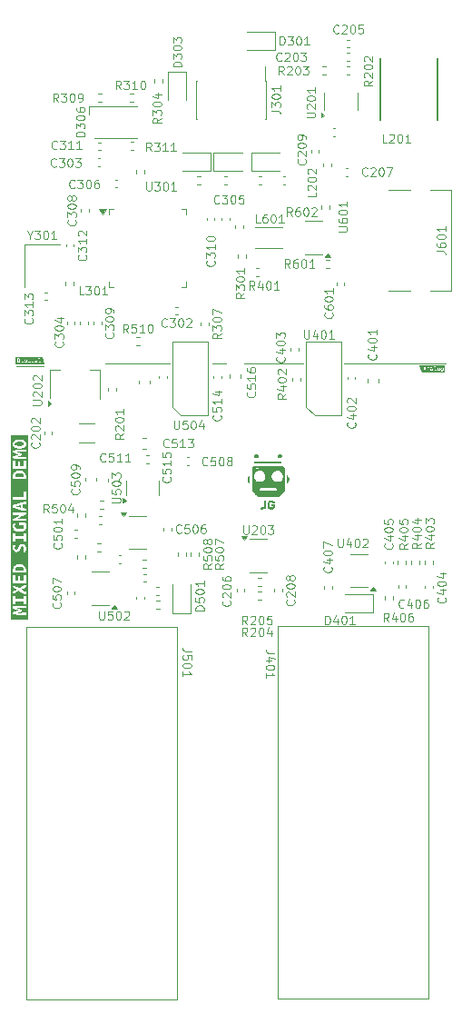
<source format=gto>
%TF.GenerationSoftware,KiCad,Pcbnew,9.0.0*%
%TF.CreationDate,2025-02-24T12:48:06+01:00*%
%TF.ProjectId,mixed_signal,6d697865-645f-4736-9967-6e616c2e6b69,rev?*%
%TF.SameCoordinates,Original*%
%TF.FileFunction,Legend,Top*%
%TF.FilePolarity,Positive*%
%FSLAX45Y45*%
G04 Gerber Fmt 4.5, Leading zero omitted, Abs format (unit mm)*
G04 Created by KiCad (PCBNEW 9.0.0) date 2025-02-24 12:48:06*
%MOMM*%
%LPD*%
G01*
G04 APERTURE LIST*
%ADD10C,0.100000*%
%ADD11C,0.120000*%
%ADD12C,0.000000*%
%ADD13C,0.127000*%
G04 APERTURE END LIST*
D10*
X13075000Y-6925000D02*
X13550000Y-6925000D01*
X13550000Y-6925000D02*
X13675000Y-6925000D01*
X14375000Y-6925000D02*
X14925000Y-6925000D01*
X12250000Y-6950000D02*
X12500000Y-6950000D01*
X14075000Y-6925000D02*
X14200000Y-6925000D01*
X15300000Y-6925000D02*
X16250000Y-6925000D01*
D11*
X13650476Y-6577266D02*
X13646667Y-6581076D01*
X13646667Y-6581076D02*
X13635238Y-6584885D01*
X13635238Y-6584885D02*
X13627619Y-6584885D01*
X13627619Y-6584885D02*
X13616190Y-6581076D01*
X13616190Y-6581076D02*
X13608571Y-6573457D01*
X13608571Y-6573457D02*
X13604762Y-6565838D01*
X13604762Y-6565838D02*
X13600952Y-6550600D01*
X13600952Y-6550600D02*
X13600952Y-6539171D01*
X13600952Y-6539171D02*
X13604762Y-6523933D01*
X13604762Y-6523933D02*
X13608571Y-6516314D01*
X13608571Y-6516314D02*
X13616190Y-6508695D01*
X13616190Y-6508695D02*
X13627619Y-6504885D01*
X13627619Y-6504885D02*
X13635238Y-6504885D01*
X13635238Y-6504885D02*
X13646667Y-6508695D01*
X13646667Y-6508695D02*
X13650476Y-6512504D01*
X13677143Y-6504885D02*
X13726667Y-6504885D01*
X13726667Y-6504885D02*
X13700000Y-6535362D01*
X13700000Y-6535362D02*
X13711428Y-6535362D01*
X13711428Y-6535362D02*
X13719048Y-6539171D01*
X13719048Y-6539171D02*
X13722857Y-6542981D01*
X13722857Y-6542981D02*
X13726667Y-6550600D01*
X13726667Y-6550600D02*
X13726667Y-6569647D01*
X13726667Y-6569647D02*
X13722857Y-6577266D01*
X13722857Y-6577266D02*
X13719048Y-6581076D01*
X13719048Y-6581076D02*
X13711428Y-6584885D01*
X13711428Y-6584885D02*
X13688571Y-6584885D01*
X13688571Y-6584885D02*
X13680952Y-6581076D01*
X13680952Y-6581076D02*
X13677143Y-6577266D01*
X13776190Y-6504885D02*
X13783809Y-6504885D01*
X13783809Y-6504885D02*
X13791429Y-6508695D01*
X13791429Y-6508695D02*
X13795238Y-6512504D01*
X13795238Y-6512504D02*
X13799048Y-6520124D01*
X13799048Y-6520124D02*
X13802857Y-6535362D01*
X13802857Y-6535362D02*
X13802857Y-6554409D01*
X13802857Y-6554409D02*
X13799048Y-6569647D01*
X13799048Y-6569647D02*
X13795238Y-6577266D01*
X13795238Y-6577266D02*
X13791429Y-6581076D01*
X13791429Y-6581076D02*
X13783809Y-6584885D01*
X13783809Y-6584885D02*
X13776190Y-6584885D01*
X13776190Y-6584885D02*
X13768571Y-6581076D01*
X13768571Y-6581076D02*
X13764762Y-6577266D01*
X13764762Y-6577266D02*
X13760952Y-6569647D01*
X13760952Y-6569647D02*
X13757143Y-6554409D01*
X13757143Y-6554409D02*
X13757143Y-6535362D01*
X13757143Y-6535362D02*
X13760952Y-6520124D01*
X13760952Y-6520124D02*
X13764762Y-6512504D01*
X13764762Y-6512504D02*
X13768571Y-6508695D01*
X13768571Y-6508695D02*
X13776190Y-6504885D01*
X13833333Y-6512504D02*
X13837143Y-6508695D01*
X13837143Y-6508695D02*
X13844762Y-6504885D01*
X13844762Y-6504885D02*
X13863809Y-6504885D01*
X13863809Y-6504885D02*
X13871429Y-6508695D01*
X13871429Y-6508695D02*
X13875238Y-6512504D01*
X13875238Y-6512504D02*
X13879048Y-6520124D01*
X13879048Y-6520124D02*
X13879048Y-6527743D01*
X13879048Y-6527743D02*
X13875238Y-6539171D01*
X13875238Y-6539171D02*
X13829524Y-6584885D01*
X13829524Y-6584885D02*
X13879048Y-6584885D01*
X13996385Y-9225238D02*
X13916385Y-9225238D01*
X13916385Y-9225238D02*
X13916385Y-9206190D01*
X13916385Y-9206190D02*
X13920195Y-9194762D01*
X13920195Y-9194762D02*
X13927814Y-9187143D01*
X13927814Y-9187143D02*
X13935433Y-9183333D01*
X13935433Y-9183333D02*
X13950671Y-9179524D01*
X13950671Y-9179524D02*
X13962100Y-9179524D01*
X13962100Y-9179524D02*
X13977338Y-9183333D01*
X13977338Y-9183333D02*
X13984957Y-9187143D01*
X13984957Y-9187143D02*
X13992576Y-9194762D01*
X13992576Y-9194762D02*
X13996385Y-9206190D01*
X13996385Y-9206190D02*
X13996385Y-9225238D01*
X13916385Y-9107143D02*
X13916385Y-9145238D01*
X13916385Y-9145238D02*
X13954481Y-9149048D01*
X13954481Y-9149048D02*
X13950671Y-9145238D01*
X13950671Y-9145238D02*
X13946862Y-9137619D01*
X13946862Y-9137619D02*
X13946862Y-9118571D01*
X13946862Y-9118571D02*
X13950671Y-9110952D01*
X13950671Y-9110952D02*
X13954481Y-9107143D01*
X13954481Y-9107143D02*
X13962100Y-9103333D01*
X13962100Y-9103333D02*
X13981147Y-9103333D01*
X13981147Y-9103333D02*
X13988766Y-9107143D01*
X13988766Y-9107143D02*
X13992576Y-9110952D01*
X13992576Y-9110952D02*
X13996385Y-9118571D01*
X13996385Y-9118571D02*
X13996385Y-9137619D01*
X13996385Y-9137619D02*
X13992576Y-9145238D01*
X13992576Y-9145238D02*
X13988766Y-9149048D01*
X13916385Y-9053809D02*
X13916385Y-9046190D01*
X13916385Y-9046190D02*
X13920195Y-9038571D01*
X13920195Y-9038571D02*
X13924004Y-9034762D01*
X13924004Y-9034762D02*
X13931624Y-9030952D01*
X13931624Y-9030952D02*
X13946862Y-9027143D01*
X13946862Y-9027143D02*
X13965909Y-9027143D01*
X13965909Y-9027143D02*
X13981147Y-9030952D01*
X13981147Y-9030952D02*
X13988766Y-9034762D01*
X13988766Y-9034762D02*
X13992576Y-9038571D01*
X13992576Y-9038571D02*
X13996385Y-9046190D01*
X13996385Y-9046190D02*
X13996385Y-9053809D01*
X13996385Y-9053809D02*
X13992576Y-9061429D01*
X13992576Y-9061429D02*
X13988766Y-9065238D01*
X13988766Y-9065238D02*
X13981147Y-9069048D01*
X13981147Y-9069048D02*
X13965909Y-9072857D01*
X13965909Y-9072857D02*
X13946862Y-9072857D01*
X13946862Y-9072857D02*
X13931624Y-9069048D01*
X13931624Y-9069048D02*
X13924004Y-9065238D01*
X13924004Y-9065238D02*
X13920195Y-9061429D01*
X13920195Y-9061429D02*
X13916385Y-9053809D01*
X13996385Y-8950952D02*
X13996385Y-8996667D01*
X13996385Y-8973809D02*
X13916385Y-8973809D01*
X13916385Y-8973809D02*
X13927814Y-8981429D01*
X13927814Y-8981429D02*
X13935433Y-8989048D01*
X13935433Y-8989048D02*
X13939243Y-8996667D01*
X16141385Y-8594524D02*
X16103290Y-8621190D01*
X16141385Y-8640238D02*
X16061385Y-8640238D01*
X16061385Y-8640238D02*
X16061385Y-8609762D01*
X16061385Y-8609762D02*
X16065195Y-8602143D01*
X16065195Y-8602143D02*
X16069004Y-8598333D01*
X16069004Y-8598333D02*
X16076624Y-8594524D01*
X16076624Y-8594524D02*
X16088052Y-8594524D01*
X16088052Y-8594524D02*
X16095671Y-8598333D01*
X16095671Y-8598333D02*
X16099481Y-8602143D01*
X16099481Y-8602143D02*
X16103290Y-8609762D01*
X16103290Y-8609762D02*
X16103290Y-8640238D01*
X16088052Y-8525952D02*
X16141385Y-8525952D01*
X16057576Y-8545000D02*
X16114719Y-8564048D01*
X16114719Y-8564048D02*
X16114719Y-8514524D01*
X16061385Y-8468809D02*
X16061385Y-8461190D01*
X16061385Y-8461190D02*
X16065195Y-8453571D01*
X16065195Y-8453571D02*
X16069004Y-8449762D01*
X16069004Y-8449762D02*
X16076624Y-8445952D01*
X16076624Y-8445952D02*
X16091862Y-8442143D01*
X16091862Y-8442143D02*
X16110909Y-8442143D01*
X16110909Y-8442143D02*
X16126147Y-8445952D01*
X16126147Y-8445952D02*
X16133766Y-8449762D01*
X16133766Y-8449762D02*
X16137576Y-8453571D01*
X16137576Y-8453571D02*
X16141385Y-8461190D01*
X16141385Y-8461190D02*
X16141385Y-8468809D01*
X16141385Y-8468809D02*
X16137576Y-8476429D01*
X16137576Y-8476429D02*
X16133766Y-8480238D01*
X16133766Y-8480238D02*
X16126147Y-8484048D01*
X16126147Y-8484048D02*
X16110909Y-8487857D01*
X16110909Y-8487857D02*
X16091862Y-8487857D01*
X16091862Y-8487857D02*
X16076624Y-8484048D01*
X16076624Y-8484048D02*
X16069004Y-8480238D01*
X16069004Y-8480238D02*
X16065195Y-8476429D01*
X16065195Y-8476429D02*
X16061385Y-8468809D01*
X16061385Y-8415476D02*
X16061385Y-8365952D01*
X16061385Y-8365952D02*
X16091862Y-8392619D01*
X16091862Y-8392619D02*
X16091862Y-8381190D01*
X16091862Y-8381190D02*
X16095671Y-8373571D01*
X16095671Y-8373571D02*
X16099481Y-8369762D01*
X16099481Y-8369762D02*
X16107100Y-8365952D01*
X16107100Y-8365952D02*
X16126147Y-8365952D01*
X16126147Y-8365952D02*
X16133766Y-8369762D01*
X16133766Y-8369762D02*
X16137576Y-8373571D01*
X16137576Y-8373571D02*
X16141385Y-8381190D01*
X16141385Y-8381190D02*
X16141385Y-8404048D01*
X16141385Y-8404048D02*
X16137576Y-8411667D01*
X16137576Y-8411667D02*
X16133766Y-8415476D01*
X13717857Y-7456385D02*
X13717857Y-7521147D01*
X13717857Y-7521147D02*
X13721667Y-7528766D01*
X13721667Y-7528766D02*
X13725476Y-7532576D01*
X13725476Y-7532576D02*
X13733095Y-7536385D01*
X13733095Y-7536385D02*
X13748333Y-7536385D01*
X13748333Y-7536385D02*
X13755952Y-7532576D01*
X13755952Y-7532576D02*
X13759762Y-7528766D01*
X13759762Y-7528766D02*
X13763571Y-7521147D01*
X13763571Y-7521147D02*
X13763571Y-7456385D01*
X13839762Y-7456385D02*
X13801667Y-7456385D01*
X13801667Y-7456385D02*
X13797857Y-7494481D01*
X13797857Y-7494481D02*
X13801667Y-7490671D01*
X13801667Y-7490671D02*
X13809286Y-7486862D01*
X13809286Y-7486862D02*
X13828333Y-7486862D01*
X13828333Y-7486862D02*
X13835952Y-7490671D01*
X13835952Y-7490671D02*
X13839762Y-7494481D01*
X13839762Y-7494481D02*
X13843571Y-7502100D01*
X13843571Y-7502100D02*
X13843571Y-7521147D01*
X13843571Y-7521147D02*
X13839762Y-7528766D01*
X13839762Y-7528766D02*
X13835952Y-7532576D01*
X13835952Y-7532576D02*
X13828333Y-7536385D01*
X13828333Y-7536385D02*
X13809286Y-7536385D01*
X13809286Y-7536385D02*
X13801667Y-7532576D01*
X13801667Y-7532576D02*
X13797857Y-7528766D01*
X13893095Y-7456385D02*
X13900714Y-7456385D01*
X13900714Y-7456385D02*
X13908333Y-7460195D01*
X13908333Y-7460195D02*
X13912143Y-7464004D01*
X13912143Y-7464004D02*
X13915952Y-7471624D01*
X13915952Y-7471624D02*
X13919762Y-7486862D01*
X13919762Y-7486862D02*
X13919762Y-7505909D01*
X13919762Y-7505909D02*
X13915952Y-7521147D01*
X13915952Y-7521147D02*
X13912143Y-7528766D01*
X13912143Y-7528766D02*
X13908333Y-7532576D01*
X13908333Y-7532576D02*
X13900714Y-7536385D01*
X13900714Y-7536385D02*
X13893095Y-7536385D01*
X13893095Y-7536385D02*
X13885476Y-7532576D01*
X13885476Y-7532576D02*
X13881667Y-7528766D01*
X13881667Y-7528766D02*
X13877857Y-7521147D01*
X13877857Y-7521147D02*
X13874047Y-7505909D01*
X13874047Y-7505909D02*
X13874047Y-7486862D01*
X13874047Y-7486862D02*
X13877857Y-7471624D01*
X13877857Y-7471624D02*
X13881667Y-7464004D01*
X13881667Y-7464004D02*
X13885476Y-7460195D01*
X13885476Y-7460195D02*
X13893095Y-7456385D01*
X13988333Y-7483052D02*
X13988333Y-7536385D01*
X13969286Y-7452576D02*
X13950238Y-7509719D01*
X13950238Y-7509719D02*
X13999762Y-7509719D01*
X14817976Y-5551386D02*
X14791309Y-5513290D01*
X14772262Y-5551386D02*
X14772262Y-5471386D01*
X14772262Y-5471386D02*
X14802738Y-5471386D01*
X14802738Y-5471386D02*
X14810357Y-5475195D01*
X14810357Y-5475195D02*
X14814167Y-5479005D01*
X14814167Y-5479005D02*
X14817976Y-5486624D01*
X14817976Y-5486624D02*
X14817976Y-5498052D01*
X14817976Y-5498052D02*
X14814167Y-5505671D01*
X14814167Y-5505671D02*
X14810357Y-5509481D01*
X14810357Y-5509481D02*
X14802738Y-5513290D01*
X14802738Y-5513290D02*
X14772262Y-5513290D01*
X14886548Y-5471386D02*
X14871309Y-5471386D01*
X14871309Y-5471386D02*
X14863690Y-5475195D01*
X14863690Y-5475195D02*
X14859881Y-5479005D01*
X14859881Y-5479005D02*
X14852262Y-5490433D01*
X14852262Y-5490433D02*
X14848452Y-5505671D01*
X14848452Y-5505671D02*
X14848452Y-5536147D01*
X14848452Y-5536147D02*
X14852262Y-5543766D01*
X14852262Y-5543766D02*
X14856071Y-5547576D01*
X14856071Y-5547576D02*
X14863690Y-5551386D01*
X14863690Y-5551386D02*
X14878928Y-5551386D01*
X14878928Y-5551386D02*
X14886548Y-5547576D01*
X14886548Y-5547576D02*
X14890357Y-5543766D01*
X14890357Y-5543766D02*
X14894167Y-5536147D01*
X14894167Y-5536147D02*
X14894167Y-5517100D01*
X14894167Y-5517100D02*
X14890357Y-5509481D01*
X14890357Y-5509481D02*
X14886548Y-5505671D01*
X14886548Y-5505671D02*
X14878928Y-5501862D01*
X14878928Y-5501862D02*
X14863690Y-5501862D01*
X14863690Y-5501862D02*
X14856071Y-5505671D01*
X14856071Y-5505671D02*
X14852262Y-5509481D01*
X14852262Y-5509481D02*
X14848452Y-5517100D01*
X14943690Y-5471386D02*
X14951309Y-5471386D01*
X14951309Y-5471386D02*
X14958929Y-5475195D01*
X14958929Y-5475195D02*
X14962738Y-5479005D01*
X14962738Y-5479005D02*
X14966548Y-5486624D01*
X14966548Y-5486624D02*
X14970357Y-5501862D01*
X14970357Y-5501862D02*
X14970357Y-5520909D01*
X14970357Y-5520909D02*
X14966548Y-5536147D01*
X14966548Y-5536147D02*
X14962738Y-5543766D01*
X14962738Y-5543766D02*
X14958929Y-5547576D01*
X14958929Y-5547576D02*
X14951309Y-5551386D01*
X14951309Y-5551386D02*
X14943690Y-5551386D01*
X14943690Y-5551386D02*
X14936071Y-5547576D01*
X14936071Y-5547576D02*
X14932262Y-5543766D01*
X14932262Y-5543766D02*
X14928452Y-5536147D01*
X14928452Y-5536147D02*
X14924643Y-5520909D01*
X14924643Y-5520909D02*
X14924643Y-5501862D01*
X14924643Y-5501862D02*
X14928452Y-5486624D01*
X14928452Y-5486624D02*
X14932262Y-5479005D01*
X14932262Y-5479005D02*
X14936071Y-5475195D01*
X14936071Y-5475195D02*
X14943690Y-5471386D01*
X15000833Y-5479005D02*
X15004643Y-5475195D01*
X15004643Y-5475195D02*
X15012262Y-5471386D01*
X15012262Y-5471386D02*
X15031309Y-5471386D01*
X15031309Y-5471386D02*
X15038929Y-5475195D01*
X15038929Y-5475195D02*
X15042738Y-5479005D01*
X15042738Y-5479005D02*
X15046548Y-5486624D01*
X15046548Y-5486624D02*
X15046548Y-5494243D01*
X15046548Y-5494243D02*
X15042738Y-5505671D01*
X15042738Y-5505671D02*
X14997024Y-5551386D01*
X14997024Y-5551386D02*
X15046548Y-5551386D01*
X14148766Y-7407024D02*
X14152576Y-7410833D01*
X14152576Y-7410833D02*
X14156385Y-7422262D01*
X14156385Y-7422262D02*
X14156385Y-7429881D01*
X14156385Y-7429881D02*
X14152576Y-7441309D01*
X14152576Y-7441309D02*
X14144957Y-7448928D01*
X14144957Y-7448928D02*
X14137338Y-7452738D01*
X14137338Y-7452738D02*
X14122100Y-7456548D01*
X14122100Y-7456548D02*
X14110671Y-7456548D01*
X14110671Y-7456548D02*
X14095433Y-7452738D01*
X14095433Y-7452738D02*
X14087814Y-7448928D01*
X14087814Y-7448928D02*
X14080195Y-7441309D01*
X14080195Y-7441309D02*
X14076385Y-7429881D01*
X14076385Y-7429881D02*
X14076385Y-7422262D01*
X14076385Y-7422262D02*
X14080195Y-7410833D01*
X14080195Y-7410833D02*
X14084004Y-7407024D01*
X14076385Y-7334643D02*
X14076385Y-7372738D01*
X14076385Y-7372738D02*
X14114481Y-7376548D01*
X14114481Y-7376548D02*
X14110671Y-7372738D01*
X14110671Y-7372738D02*
X14106862Y-7365119D01*
X14106862Y-7365119D02*
X14106862Y-7346071D01*
X14106862Y-7346071D02*
X14110671Y-7338452D01*
X14110671Y-7338452D02*
X14114481Y-7334643D01*
X14114481Y-7334643D02*
X14122100Y-7330833D01*
X14122100Y-7330833D02*
X14141147Y-7330833D01*
X14141147Y-7330833D02*
X14148766Y-7334643D01*
X14148766Y-7334643D02*
X14152576Y-7338452D01*
X14152576Y-7338452D02*
X14156385Y-7346071D01*
X14156385Y-7346071D02*
X14156385Y-7365119D01*
X14156385Y-7365119D02*
X14152576Y-7372738D01*
X14152576Y-7372738D02*
X14148766Y-7376548D01*
X14156385Y-7254643D02*
X14156385Y-7300357D01*
X14156385Y-7277500D02*
X14076385Y-7277500D01*
X14076385Y-7277500D02*
X14087814Y-7285119D01*
X14087814Y-7285119D02*
X14095433Y-7292738D01*
X14095433Y-7292738D02*
X14099243Y-7300357D01*
X14103052Y-7186071D02*
X14156385Y-7186071D01*
X14072576Y-7205119D02*
X14129719Y-7224167D01*
X14129719Y-7224167D02*
X14129719Y-7174643D01*
X12635476Y-4486386D02*
X12608809Y-4448290D01*
X12589762Y-4486386D02*
X12589762Y-4406386D01*
X12589762Y-4406386D02*
X12620238Y-4406386D01*
X12620238Y-4406386D02*
X12627857Y-4410195D01*
X12627857Y-4410195D02*
X12631667Y-4414005D01*
X12631667Y-4414005D02*
X12635476Y-4421624D01*
X12635476Y-4421624D02*
X12635476Y-4433052D01*
X12635476Y-4433052D02*
X12631667Y-4440671D01*
X12631667Y-4440671D02*
X12627857Y-4444481D01*
X12627857Y-4444481D02*
X12620238Y-4448290D01*
X12620238Y-4448290D02*
X12589762Y-4448290D01*
X12662143Y-4406386D02*
X12711667Y-4406386D01*
X12711667Y-4406386D02*
X12685000Y-4436862D01*
X12685000Y-4436862D02*
X12696428Y-4436862D01*
X12696428Y-4436862D02*
X12704048Y-4440671D01*
X12704048Y-4440671D02*
X12707857Y-4444481D01*
X12707857Y-4444481D02*
X12711667Y-4452100D01*
X12711667Y-4452100D02*
X12711667Y-4471147D01*
X12711667Y-4471147D02*
X12707857Y-4478766D01*
X12707857Y-4478766D02*
X12704048Y-4482576D01*
X12704048Y-4482576D02*
X12696428Y-4486386D01*
X12696428Y-4486386D02*
X12673571Y-4486386D01*
X12673571Y-4486386D02*
X12665952Y-4482576D01*
X12665952Y-4482576D02*
X12662143Y-4478766D01*
X12761190Y-4406386D02*
X12768809Y-4406386D01*
X12768809Y-4406386D02*
X12776429Y-4410195D01*
X12776429Y-4410195D02*
X12780238Y-4414005D01*
X12780238Y-4414005D02*
X12784048Y-4421624D01*
X12784048Y-4421624D02*
X12787857Y-4436862D01*
X12787857Y-4436862D02*
X12787857Y-4455909D01*
X12787857Y-4455909D02*
X12784048Y-4471147D01*
X12784048Y-4471147D02*
X12780238Y-4478766D01*
X12780238Y-4478766D02*
X12776429Y-4482576D01*
X12776429Y-4482576D02*
X12768809Y-4486386D01*
X12768809Y-4486386D02*
X12761190Y-4486386D01*
X12761190Y-4486386D02*
X12753571Y-4482576D01*
X12753571Y-4482576D02*
X12749762Y-4478766D01*
X12749762Y-4478766D02*
X12745952Y-4471147D01*
X12745952Y-4471147D02*
X12742143Y-4455909D01*
X12742143Y-4455909D02*
X12742143Y-4436862D01*
X12742143Y-4436862D02*
X12745952Y-4421624D01*
X12745952Y-4421624D02*
X12749762Y-4414005D01*
X12749762Y-4414005D02*
X12753571Y-4410195D01*
X12753571Y-4410195D02*
X12761190Y-4406386D01*
X12825952Y-4486386D02*
X12841190Y-4486386D01*
X12841190Y-4486386D02*
X12848809Y-4482576D01*
X12848809Y-4482576D02*
X12852619Y-4478766D01*
X12852619Y-4478766D02*
X12860238Y-4467338D01*
X12860238Y-4467338D02*
X12864048Y-4452100D01*
X12864048Y-4452100D02*
X12864048Y-4421624D01*
X12864048Y-4421624D02*
X12860238Y-4414005D01*
X12860238Y-4414005D02*
X12856429Y-4410195D01*
X12856429Y-4410195D02*
X12848809Y-4406386D01*
X12848809Y-4406386D02*
X12833571Y-4406386D01*
X12833571Y-4406386D02*
X12825952Y-4410195D01*
X12825952Y-4410195D02*
X12822143Y-4414005D01*
X12822143Y-4414005D02*
X12818333Y-4421624D01*
X12818333Y-4421624D02*
X12818333Y-4440671D01*
X12818333Y-4440671D02*
X12822143Y-4448290D01*
X12822143Y-4448290D02*
X12825952Y-4452100D01*
X12825952Y-4452100D02*
X12833571Y-4455909D01*
X12833571Y-4455909D02*
X12848809Y-4455909D01*
X12848809Y-4455909D02*
X12856429Y-4452100D01*
X12856429Y-4452100D02*
X12860238Y-4448290D01*
X12860238Y-4448290D02*
X12864048Y-4440671D01*
X13678766Y-7982024D02*
X13682576Y-7985833D01*
X13682576Y-7985833D02*
X13686385Y-7997262D01*
X13686385Y-7997262D02*
X13686385Y-8004881D01*
X13686385Y-8004881D02*
X13682576Y-8016309D01*
X13682576Y-8016309D02*
X13674957Y-8023928D01*
X13674957Y-8023928D02*
X13667338Y-8027738D01*
X13667338Y-8027738D02*
X13652100Y-8031548D01*
X13652100Y-8031548D02*
X13640671Y-8031548D01*
X13640671Y-8031548D02*
X13625433Y-8027738D01*
X13625433Y-8027738D02*
X13617814Y-8023928D01*
X13617814Y-8023928D02*
X13610195Y-8016309D01*
X13610195Y-8016309D02*
X13606385Y-8004881D01*
X13606385Y-8004881D02*
X13606385Y-7997262D01*
X13606385Y-7997262D02*
X13610195Y-7985833D01*
X13610195Y-7985833D02*
X13614004Y-7982024D01*
X13606385Y-7909643D02*
X13606385Y-7947738D01*
X13606385Y-7947738D02*
X13644481Y-7951548D01*
X13644481Y-7951548D02*
X13640671Y-7947738D01*
X13640671Y-7947738D02*
X13636862Y-7940119D01*
X13636862Y-7940119D02*
X13636862Y-7921071D01*
X13636862Y-7921071D02*
X13640671Y-7913452D01*
X13640671Y-7913452D02*
X13644481Y-7909643D01*
X13644481Y-7909643D02*
X13652100Y-7905833D01*
X13652100Y-7905833D02*
X13671147Y-7905833D01*
X13671147Y-7905833D02*
X13678766Y-7909643D01*
X13678766Y-7909643D02*
X13682576Y-7913452D01*
X13682576Y-7913452D02*
X13686385Y-7921071D01*
X13686385Y-7921071D02*
X13686385Y-7940119D01*
X13686385Y-7940119D02*
X13682576Y-7947738D01*
X13682576Y-7947738D02*
X13678766Y-7951548D01*
X13686385Y-7829643D02*
X13686385Y-7875357D01*
X13686385Y-7852500D02*
X13606385Y-7852500D01*
X13606385Y-7852500D02*
X13617814Y-7860119D01*
X13617814Y-7860119D02*
X13625433Y-7867738D01*
X13625433Y-7867738D02*
X13629243Y-7875357D01*
X13606385Y-7757262D02*
X13606385Y-7795357D01*
X13606385Y-7795357D02*
X13644481Y-7799167D01*
X13644481Y-7799167D02*
X13640671Y-7795357D01*
X13640671Y-7795357D02*
X13636862Y-7787738D01*
X13636862Y-7787738D02*
X13636862Y-7768690D01*
X13636862Y-7768690D02*
X13640671Y-7761071D01*
X13640671Y-7761071D02*
X13644481Y-7757262D01*
X13644481Y-7757262D02*
X13652100Y-7753452D01*
X13652100Y-7753452D02*
X13671147Y-7753452D01*
X13671147Y-7753452D02*
X13678766Y-7757262D01*
X13678766Y-7757262D02*
X13682576Y-7761071D01*
X13682576Y-7761071D02*
X13686385Y-7768690D01*
X13686385Y-7768690D02*
X13686385Y-7787738D01*
X13686385Y-7787738D02*
X13682576Y-7795357D01*
X13682576Y-7795357D02*
X13678766Y-7799167D01*
X13786385Y-4157738D02*
X13706385Y-4157738D01*
X13706385Y-4157738D02*
X13706385Y-4138690D01*
X13706385Y-4138690D02*
X13710195Y-4127262D01*
X13710195Y-4127262D02*
X13717814Y-4119643D01*
X13717814Y-4119643D02*
X13725433Y-4115833D01*
X13725433Y-4115833D02*
X13740671Y-4112024D01*
X13740671Y-4112024D02*
X13752100Y-4112024D01*
X13752100Y-4112024D02*
X13767338Y-4115833D01*
X13767338Y-4115833D02*
X13774957Y-4119643D01*
X13774957Y-4119643D02*
X13782576Y-4127262D01*
X13782576Y-4127262D02*
X13786385Y-4138690D01*
X13786385Y-4138690D02*
X13786385Y-4157738D01*
X13706385Y-4085357D02*
X13706385Y-4035833D01*
X13706385Y-4035833D02*
X13736862Y-4062500D01*
X13736862Y-4062500D02*
X13736862Y-4051071D01*
X13736862Y-4051071D02*
X13740671Y-4043452D01*
X13740671Y-4043452D02*
X13744481Y-4039643D01*
X13744481Y-4039643D02*
X13752100Y-4035833D01*
X13752100Y-4035833D02*
X13771147Y-4035833D01*
X13771147Y-4035833D02*
X13778766Y-4039643D01*
X13778766Y-4039643D02*
X13782576Y-4043452D01*
X13782576Y-4043452D02*
X13786385Y-4051071D01*
X13786385Y-4051071D02*
X13786385Y-4073928D01*
X13786385Y-4073928D02*
X13782576Y-4081548D01*
X13782576Y-4081548D02*
X13778766Y-4085357D01*
X13706385Y-3986309D02*
X13706385Y-3978690D01*
X13706385Y-3978690D02*
X13710195Y-3971071D01*
X13710195Y-3971071D02*
X13714004Y-3967262D01*
X13714004Y-3967262D02*
X13721624Y-3963452D01*
X13721624Y-3963452D02*
X13736862Y-3959643D01*
X13736862Y-3959643D02*
X13755909Y-3959643D01*
X13755909Y-3959643D02*
X13771147Y-3963452D01*
X13771147Y-3963452D02*
X13778766Y-3967262D01*
X13778766Y-3967262D02*
X13782576Y-3971071D01*
X13782576Y-3971071D02*
X13786385Y-3978690D01*
X13786385Y-3978690D02*
X13786385Y-3986309D01*
X13786385Y-3986309D02*
X13782576Y-3993928D01*
X13782576Y-3993928D02*
X13778766Y-3997738D01*
X13778766Y-3997738D02*
X13771147Y-4001547D01*
X13771147Y-4001547D02*
X13755909Y-4005357D01*
X13755909Y-4005357D02*
X13736862Y-4005357D01*
X13736862Y-4005357D02*
X13721624Y-4001547D01*
X13721624Y-4001547D02*
X13714004Y-3997738D01*
X13714004Y-3997738D02*
X13710195Y-3993928D01*
X13710195Y-3993928D02*
X13706385Y-3986309D01*
X13706385Y-3932976D02*
X13706385Y-3883452D01*
X13706385Y-3883452D02*
X13736862Y-3910119D01*
X13736862Y-3910119D02*
X13736862Y-3898690D01*
X13736862Y-3898690D02*
X13740671Y-3891071D01*
X13740671Y-3891071D02*
X13744481Y-3887262D01*
X13744481Y-3887262D02*
X13752100Y-3883452D01*
X13752100Y-3883452D02*
X13771147Y-3883452D01*
X13771147Y-3883452D02*
X13778766Y-3887262D01*
X13778766Y-3887262D02*
X13782576Y-3891071D01*
X13782576Y-3891071D02*
X13786385Y-3898690D01*
X13786385Y-3898690D02*
X13786385Y-3921547D01*
X13786385Y-3921547D02*
X13782576Y-3929167D01*
X13782576Y-3929167D02*
X13778766Y-3932976D01*
X15598766Y-6837024D02*
X15602576Y-6840833D01*
X15602576Y-6840833D02*
X15606385Y-6852262D01*
X15606385Y-6852262D02*
X15606385Y-6859881D01*
X15606385Y-6859881D02*
X15602576Y-6871309D01*
X15602576Y-6871309D02*
X15594957Y-6878928D01*
X15594957Y-6878928D02*
X15587338Y-6882738D01*
X15587338Y-6882738D02*
X15572100Y-6886548D01*
X15572100Y-6886548D02*
X15560671Y-6886548D01*
X15560671Y-6886548D02*
X15545433Y-6882738D01*
X15545433Y-6882738D02*
X15537814Y-6878928D01*
X15537814Y-6878928D02*
X15530195Y-6871309D01*
X15530195Y-6871309D02*
X15526385Y-6859881D01*
X15526385Y-6859881D02*
X15526385Y-6852262D01*
X15526385Y-6852262D02*
X15530195Y-6840833D01*
X15530195Y-6840833D02*
X15534004Y-6837024D01*
X15553052Y-6768452D02*
X15606385Y-6768452D01*
X15522576Y-6787500D02*
X15579719Y-6806548D01*
X15579719Y-6806548D02*
X15579719Y-6757024D01*
X15526385Y-6711309D02*
X15526385Y-6703690D01*
X15526385Y-6703690D02*
X15530195Y-6696071D01*
X15530195Y-6696071D02*
X15534004Y-6692262D01*
X15534004Y-6692262D02*
X15541624Y-6688452D01*
X15541624Y-6688452D02*
X15556862Y-6684643D01*
X15556862Y-6684643D02*
X15575909Y-6684643D01*
X15575909Y-6684643D02*
X15591147Y-6688452D01*
X15591147Y-6688452D02*
X15598766Y-6692262D01*
X15598766Y-6692262D02*
X15602576Y-6696071D01*
X15602576Y-6696071D02*
X15606385Y-6703690D01*
X15606385Y-6703690D02*
X15606385Y-6711309D01*
X15606385Y-6711309D02*
X15602576Y-6718928D01*
X15602576Y-6718928D02*
X15598766Y-6722738D01*
X15598766Y-6722738D02*
X15591147Y-6726547D01*
X15591147Y-6726547D02*
X15575909Y-6730357D01*
X15575909Y-6730357D02*
X15556862Y-6730357D01*
X15556862Y-6730357D02*
X15541624Y-6726547D01*
X15541624Y-6726547D02*
X15534004Y-6722738D01*
X15534004Y-6722738D02*
X15530195Y-6718928D01*
X15530195Y-6718928D02*
X15526385Y-6711309D01*
X15606385Y-6608452D02*
X15606385Y-6654167D01*
X15606385Y-6631309D02*
X15526385Y-6631309D01*
X15526385Y-6631309D02*
X15537814Y-6638928D01*
X15537814Y-6638928D02*
X15545433Y-6646547D01*
X15545433Y-6646547D02*
X15549243Y-6654167D01*
X14740476Y-4233886D02*
X14713809Y-4195790D01*
X14694762Y-4233886D02*
X14694762Y-4153885D01*
X14694762Y-4153885D02*
X14725238Y-4153885D01*
X14725238Y-4153885D02*
X14732857Y-4157695D01*
X14732857Y-4157695D02*
X14736667Y-4161504D01*
X14736667Y-4161504D02*
X14740476Y-4169124D01*
X14740476Y-4169124D02*
X14740476Y-4180552D01*
X14740476Y-4180552D02*
X14736667Y-4188171D01*
X14736667Y-4188171D02*
X14732857Y-4191981D01*
X14732857Y-4191981D02*
X14725238Y-4195790D01*
X14725238Y-4195790D02*
X14694762Y-4195790D01*
X14770952Y-4161504D02*
X14774762Y-4157695D01*
X14774762Y-4157695D02*
X14782381Y-4153885D01*
X14782381Y-4153885D02*
X14801428Y-4153885D01*
X14801428Y-4153885D02*
X14809048Y-4157695D01*
X14809048Y-4157695D02*
X14812857Y-4161504D01*
X14812857Y-4161504D02*
X14816667Y-4169124D01*
X14816667Y-4169124D02*
X14816667Y-4176743D01*
X14816667Y-4176743D02*
X14812857Y-4188171D01*
X14812857Y-4188171D02*
X14767143Y-4233886D01*
X14767143Y-4233886D02*
X14816667Y-4233886D01*
X14866190Y-4153885D02*
X14873809Y-4153885D01*
X14873809Y-4153885D02*
X14881429Y-4157695D01*
X14881429Y-4157695D02*
X14885238Y-4161504D01*
X14885238Y-4161504D02*
X14889048Y-4169124D01*
X14889048Y-4169124D02*
X14892857Y-4184362D01*
X14892857Y-4184362D02*
X14892857Y-4203409D01*
X14892857Y-4203409D02*
X14889048Y-4218647D01*
X14889048Y-4218647D02*
X14885238Y-4226266D01*
X14885238Y-4226266D02*
X14881429Y-4230076D01*
X14881429Y-4230076D02*
X14873809Y-4233886D01*
X14873809Y-4233886D02*
X14866190Y-4233886D01*
X14866190Y-4233886D02*
X14858571Y-4230076D01*
X14858571Y-4230076D02*
X14854762Y-4226266D01*
X14854762Y-4226266D02*
X14850952Y-4218647D01*
X14850952Y-4218647D02*
X14847143Y-4203409D01*
X14847143Y-4203409D02*
X14847143Y-4184362D01*
X14847143Y-4184362D02*
X14850952Y-4169124D01*
X14850952Y-4169124D02*
X14854762Y-4161504D01*
X14854762Y-4161504D02*
X14858571Y-4157695D01*
X14858571Y-4157695D02*
X14866190Y-4153885D01*
X14919524Y-4153885D02*
X14969048Y-4153885D01*
X14969048Y-4153885D02*
X14942381Y-4184362D01*
X14942381Y-4184362D02*
X14953809Y-4184362D01*
X14953809Y-4184362D02*
X14961429Y-4188171D01*
X14961429Y-4188171D02*
X14965238Y-4191981D01*
X14965238Y-4191981D02*
X14969048Y-4199600D01*
X14969048Y-4199600D02*
X14969048Y-4218647D01*
X14969048Y-4218647D02*
X14965238Y-4226266D01*
X14965238Y-4226266D02*
X14961429Y-4230076D01*
X14961429Y-4230076D02*
X14953809Y-4233886D01*
X14953809Y-4233886D02*
X14930952Y-4233886D01*
X14930952Y-4233886D02*
X14923333Y-4230076D01*
X14923333Y-4230076D02*
X14919524Y-4226266D01*
X14653614Y-9622143D02*
X14596472Y-9622143D01*
X14596472Y-9622143D02*
X14585043Y-9618333D01*
X14585043Y-9618333D02*
X14577424Y-9610714D01*
X14577424Y-9610714D02*
X14573614Y-9599286D01*
X14573614Y-9599286D02*
X14573614Y-9591667D01*
X14626948Y-9694524D02*
X14573614Y-9694524D01*
X14657424Y-9675476D02*
X14600281Y-9656429D01*
X14600281Y-9656429D02*
X14600281Y-9705952D01*
X14653614Y-9751667D02*
X14653614Y-9759286D01*
X14653614Y-9759286D02*
X14649805Y-9766905D01*
X14649805Y-9766905D02*
X14645995Y-9770714D01*
X14645995Y-9770714D02*
X14638376Y-9774524D01*
X14638376Y-9774524D02*
X14623138Y-9778333D01*
X14623138Y-9778333D02*
X14604091Y-9778333D01*
X14604091Y-9778333D02*
X14588852Y-9774524D01*
X14588852Y-9774524D02*
X14581233Y-9770714D01*
X14581233Y-9770714D02*
X14577424Y-9766905D01*
X14577424Y-9766905D02*
X14573614Y-9759286D01*
X14573614Y-9759286D02*
X14573614Y-9751667D01*
X14573614Y-9751667D02*
X14577424Y-9744048D01*
X14577424Y-9744048D02*
X14581233Y-9740238D01*
X14581233Y-9740238D02*
X14588852Y-9736429D01*
X14588852Y-9736429D02*
X14604091Y-9732619D01*
X14604091Y-9732619D02*
X14623138Y-9732619D01*
X14623138Y-9732619D02*
X14638376Y-9736429D01*
X14638376Y-9736429D02*
X14645995Y-9740238D01*
X14645995Y-9740238D02*
X14649805Y-9744048D01*
X14649805Y-9744048D02*
X14653614Y-9751667D01*
X14573614Y-9854524D02*
X14573614Y-9808810D01*
X14573614Y-9831667D02*
X14653614Y-9831667D01*
X14653614Y-9831667D02*
X14642186Y-9824048D01*
X14642186Y-9824048D02*
X14634567Y-9816429D01*
X14634567Y-9816429D02*
X14630757Y-9808810D01*
X14467976Y-6236385D02*
X14441309Y-6198290D01*
X14422262Y-6236385D02*
X14422262Y-6156385D01*
X14422262Y-6156385D02*
X14452738Y-6156385D01*
X14452738Y-6156385D02*
X14460357Y-6160195D01*
X14460357Y-6160195D02*
X14464167Y-6164004D01*
X14464167Y-6164004D02*
X14467976Y-6171624D01*
X14467976Y-6171624D02*
X14467976Y-6183052D01*
X14467976Y-6183052D02*
X14464167Y-6190671D01*
X14464167Y-6190671D02*
X14460357Y-6194481D01*
X14460357Y-6194481D02*
X14452738Y-6198290D01*
X14452738Y-6198290D02*
X14422262Y-6198290D01*
X14536548Y-6183052D02*
X14536548Y-6236385D01*
X14517500Y-6152576D02*
X14498452Y-6209719D01*
X14498452Y-6209719D02*
X14547976Y-6209719D01*
X14593690Y-6156385D02*
X14601309Y-6156385D01*
X14601309Y-6156385D02*
X14608929Y-6160195D01*
X14608929Y-6160195D02*
X14612738Y-6164004D01*
X14612738Y-6164004D02*
X14616548Y-6171624D01*
X14616548Y-6171624D02*
X14620357Y-6186862D01*
X14620357Y-6186862D02*
X14620357Y-6205909D01*
X14620357Y-6205909D02*
X14616548Y-6221147D01*
X14616548Y-6221147D02*
X14612738Y-6228766D01*
X14612738Y-6228766D02*
X14608929Y-6232576D01*
X14608929Y-6232576D02*
X14601309Y-6236385D01*
X14601309Y-6236385D02*
X14593690Y-6236385D01*
X14593690Y-6236385D02*
X14586071Y-6232576D01*
X14586071Y-6232576D02*
X14582262Y-6228766D01*
X14582262Y-6228766D02*
X14578452Y-6221147D01*
X14578452Y-6221147D02*
X14574643Y-6205909D01*
X14574643Y-6205909D02*
X14574643Y-6186862D01*
X14574643Y-6186862D02*
X14578452Y-6171624D01*
X14578452Y-6171624D02*
X14582262Y-6164004D01*
X14582262Y-6164004D02*
X14586071Y-6160195D01*
X14586071Y-6160195D02*
X14593690Y-6156385D01*
X14696548Y-6236385D02*
X14650833Y-6236385D01*
X14673690Y-6236385D02*
X14673690Y-6156385D01*
X14673690Y-6156385D02*
X14666071Y-6167814D01*
X14666071Y-6167814D02*
X14658452Y-6175433D01*
X14658452Y-6175433D02*
X14650833Y-6179243D01*
X15127262Y-9353886D02*
X15127262Y-9273886D01*
X15127262Y-9273886D02*
X15146309Y-9273886D01*
X15146309Y-9273886D02*
X15157738Y-9277695D01*
X15157738Y-9277695D02*
X15165357Y-9285314D01*
X15165357Y-9285314D02*
X15169167Y-9292933D01*
X15169167Y-9292933D02*
X15172976Y-9308171D01*
X15172976Y-9308171D02*
X15172976Y-9319600D01*
X15172976Y-9319600D02*
X15169167Y-9334838D01*
X15169167Y-9334838D02*
X15165357Y-9342457D01*
X15165357Y-9342457D02*
X15157738Y-9350076D01*
X15157738Y-9350076D02*
X15146309Y-9353886D01*
X15146309Y-9353886D02*
X15127262Y-9353886D01*
X15241548Y-9300552D02*
X15241548Y-9353886D01*
X15222500Y-9270076D02*
X15203452Y-9327219D01*
X15203452Y-9327219D02*
X15252976Y-9327219D01*
X15298690Y-9273886D02*
X15306309Y-9273886D01*
X15306309Y-9273886D02*
X15313929Y-9277695D01*
X15313929Y-9277695D02*
X15317738Y-9281505D01*
X15317738Y-9281505D02*
X15321548Y-9289124D01*
X15321548Y-9289124D02*
X15325357Y-9304362D01*
X15325357Y-9304362D02*
X15325357Y-9323409D01*
X15325357Y-9323409D02*
X15321548Y-9338647D01*
X15321548Y-9338647D02*
X15317738Y-9346266D01*
X15317738Y-9346266D02*
X15313929Y-9350076D01*
X15313929Y-9350076D02*
X15306309Y-9353886D01*
X15306309Y-9353886D02*
X15298690Y-9353886D01*
X15298690Y-9353886D02*
X15291071Y-9350076D01*
X15291071Y-9350076D02*
X15287262Y-9346266D01*
X15287262Y-9346266D02*
X15283452Y-9338647D01*
X15283452Y-9338647D02*
X15279643Y-9323409D01*
X15279643Y-9323409D02*
X15279643Y-9304362D01*
X15279643Y-9304362D02*
X15283452Y-9289124D01*
X15283452Y-9289124D02*
X15287262Y-9281505D01*
X15287262Y-9281505D02*
X15291071Y-9277695D01*
X15291071Y-9277695D02*
X15298690Y-9273886D01*
X15401548Y-9353886D02*
X15355833Y-9353886D01*
X15378690Y-9353886D02*
X15378690Y-9273886D01*
X15378690Y-9273886D02*
X15371071Y-9285314D01*
X15371071Y-9285314D02*
X15363452Y-9292933D01*
X15363452Y-9292933D02*
X15355833Y-9296743D01*
X14027976Y-7868766D02*
X14024167Y-7872576D01*
X14024167Y-7872576D02*
X14012738Y-7876385D01*
X14012738Y-7876385D02*
X14005119Y-7876385D01*
X14005119Y-7876385D02*
X13993690Y-7872576D01*
X13993690Y-7872576D02*
X13986071Y-7864957D01*
X13986071Y-7864957D02*
X13982262Y-7857338D01*
X13982262Y-7857338D02*
X13978452Y-7842100D01*
X13978452Y-7842100D02*
X13978452Y-7830671D01*
X13978452Y-7830671D02*
X13982262Y-7815433D01*
X13982262Y-7815433D02*
X13986071Y-7807814D01*
X13986071Y-7807814D02*
X13993690Y-7800195D01*
X13993690Y-7800195D02*
X14005119Y-7796385D01*
X14005119Y-7796385D02*
X14012738Y-7796385D01*
X14012738Y-7796385D02*
X14024167Y-7800195D01*
X14024167Y-7800195D02*
X14027976Y-7804004D01*
X14100357Y-7796385D02*
X14062262Y-7796385D01*
X14062262Y-7796385D02*
X14058452Y-7834481D01*
X14058452Y-7834481D02*
X14062262Y-7830671D01*
X14062262Y-7830671D02*
X14069881Y-7826862D01*
X14069881Y-7826862D02*
X14088928Y-7826862D01*
X14088928Y-7826862D02*
X14096548Y-7830671D01*
X14096548Y-7830671D02*
X14100357Y-7834481D01*
X14100357Y-7834481D02*
X14104167Y-7842100D01*
X14104167Y-7842100D02*
X14104167Y-7861147D01*
X14104167Y-7861147D02*
X14100357Y-7868766D01*
X14100357Y-7868766D02*
X14096548Y-7872576D01*
X14096548Y-7872576D02*
X14088928Y-7876385D01*
X14088928Y-7876385D02*
X14069881Y-7876385D01*
X14069881Y-7876385D02*
X14062262Y-7872576D01*
X14062262Y-7872576D02*
X14058452Y-7868766D01*
X14153690Y-7796385D02*
X14161309Y-7796385D01*
X14161309Y-7796385D02*
X14168929Y-7800195D01*
X14168929Y-7800195D02*
X14172738Y-7804004D01*
X14172738Y-7804004D02*
X14176548Y-7811624D01*
X14176548Y-7811624D02*
X14180357Y-7826862D01*
X14180357Y-7826862D02*
X14180357Y-7845909D01*
X14180357Y-7845909D02*
X14176548Y-7861147D01*
X14176548Y-7861147D02*
X14172738Y-7868766D01*
X14172738Y-7868766D02*
X14168929Y-7872576D01*
X14168929Y-7872576D02*
X14161309Y-7876385D01*
X14161309Y-7876385D02*
X14153690Y-7876385D01*
X14153690Y-7876385D02*
X14146071Y-7872576D01*
X14146071Y-7872576D02*
X14142262Y-7868766D01*
X14142262Y-7868766D02*
X14138452Y-7861147D01*
X14138452Y-7861147D02*
X14134643Y-7845909D01*
X14134643Y-7845909D02*
X14134643Y-7826862D01*
X14134643Y-7826862D02*
X14138452Y-7811624D01*
X14138452Y-7811624D02*
X14142262Y-7804004D01*
X14142262Y-7804004D02*
X14146071Y-7800195D01*
X14146071Y-7800195D02*
X14153690Y-7796385D01*
X14226071Y-7830671D02*
X14218452Y-7826862D01*
X14218452Y-7826862D02*
X14214643Y-7823052D01*
X14214643Y-7823052D02*
X14210833Y-7815433D01*
X14210833Y-7815433D02*
X14210833Y-7811624D01*
X14210833Y-7811624D02*
X14214643Y-7804004D01*
X14214643Y-7804004D02*
X14218452Y-7800195D01*
X14218452Y-7800195D02*
X14226071Y-7796385D01*
X14226071Y-7796385D02*
X14241309Y-7796385D01*
X14241309Y-7796385D02*
X14248929Y-7800195D01*
X14248929Y-7800195D02*
X14252738Y-7804004D01*
X14252738Y-7804004D02*
X14256548Y-7811624D01*
X14256548Y-7811624D02*
X14256548Y-7815433D01*
X14256548Y-7815433D02*
X14252738Y-7823052D01*
X14252738Y-7823052D02*
X14248929Y-7826862D01*
X14248929Y-7826862D02*
X14241309Y-7830671D01*
X14241309Y-7830671D02*
X14226071Y-7830671D01*
X14226071Y-7830671D02*
X14218452Y-7834481D01*
X14218452Y-7834481D02*
X14214643Y-7838290D01*
X14214643Y-7838290D02*
X14210833Y-7845909D01*
X14210833Y-7845909D02*
X14210833Y-7861147D01*
X14210833Y-7861147D02*
X14214643Y-7868766D01*
X14214643Y-7868766D02*
X14218452Y-7872576D01*
X14218452Y-7872576D02*
X14226071Y-7876385D01*
X14226071Y-7876385D02*
X14241309Y-7876385D01*
X14241309Y-7876385D02*
X14248929Y-7872576D01*
X14248929Y-7872576D02*
X14252738Y-7868766D01*
X14252738Y-7868766D02*
X14256548Y-7861147D01*
X14256548Y-7861147D02*
X14256548Y-7845909D01*
X14256548Y-7845909D02*
X14252738Y-7838290D01*
X14252738Y-7838290D02*
X14248929Y-7834481D01*
X14248929Y-7834481D02*
X14241309Y-7830671D01*
X13246385Y-7577024D02*
X13208290Y-7603690D01*
X13246385Y-7622738D02*
X13166385Y-7622738D01*
X13166385Y-7622738D02*
X13166385Y-7592262D01*
X13166385Y-7592262D02*
X13170195Y-7584643D01*
X13170195Y-7584643D02*
X13174004Y-7580833D01*
X13174004Y-7580833D02*
X13181624Y-7577024D01*
X13181624Y-7577024D02*
X13193052Y-7577024D01*
X13193052Y-7577024D02*
X13200671Y-7580833D01*
X13200671Y-7580833D02*
X13204481Y-7584643D01*
X13204481Y-7584643D02*
X13208290Y-7592262D01*
X13208290Y-7592262D02*
X13208290Y-7622738D01*
X13174004Y-7546548D02*
X13170195Y-7542738D01*
X13170195Y-7542738D02*
X13166385Y-7535119D01*
X13166385Y-7535119D02*
X13166385Y-7516071D01*
X13166385Y-7516071D02*
X13170195Y-7508452D01*
X13170195Y-7508452D02*
X13174004Y-7504643D01*
X13174004Y-7504643D02*
X13181624Y-7500833D01*
X13181624Y-7500833D02*
X13189243Y-7500833D01*
X13189243Y-7500833D02*
X13200671Y-7504643D01*
X13200671Y-7504643D02*
X13246385Y-7550357D01*
X13246385Y-7550357D02*
X13246385Y-7500833D01*
X13166385Y-7451309D02*
X13166385Y-7443690D01*
X13166385Y-7443690D02*
X13170195Y-7436071D01*
X13170195Y-7436071D02*
X13174004Y-7432262D01*
X13174004Y-7432262D02*
X13181624Y-7428452D01*
X13181624Y-7428452D02*
X13196862Y-7424643D01*
X13196862Y-7424643D02*
X13215909Y-7424643D01*
X13215909Y-7424643D02*
X13231147Y-7428452D01*
X13231147Y-7428452D02*
X13238766Y-7432262D01*
X13238766Y-7432262D02*
X13242576Y-7436071D01*
X13242576Y-7436071D02*
X13246385Y-7443690D01*
X13246385Y-7443690D02*
X13246385Y-7451309D01*
X13246385Y-7451309D02*
X13242576Y-7458928D01*
X13242576Y-7458928D02*
X13238766Y-7462738D01*
X13238766Y-7462738D02*
X13231147Y-7466547D01*
X13231147Y-7466547D02*
X13215909Y-7470357D01*
X13215909Y-7470357D02*
X13196862Y-7470357D01*
X13196862Y-7470357D02*
X13181624Y-7466547D01*
X13181624Y-7466547D02*
X13174004Y-7462738D01*
X13174004Y-7462738D02*
X13170195Y-7458928D01*
X13170195Y-7458928D02*
X13166385Y-7451309D01*
X13246385Y-7348452D02*
X13246385Y-7394167D01*
X13246385Y-7371309D02*
X13166385Y-7371309D01*
X13166385Y-7371309D02*
X13177814Y-7378928D01*
X13177814Y-7378928D02*
X13185433Y-7386547D01*
X13185433Y-7386547D02*
X13189243Y-7394167D01*
X15252226Y-3841266D02*
X15248417Y-3845076D01*
X15248417Y-3845076D02*
X15236988Y-3848885D01*
X15236988Y-3848885D02*
X15229369Y-3848885D01*
X15229369Y-3848885D02*
X15217940Y-3845076D01*
X15217940Y-3845076D02*
X15210321Y-3837457D01*
X15210321Y-3837457D02*
X15206512Y-3829838D01*
X15206512Y-3829838D02*
X15202702Y-3814600D01*
X15202702Y-3814600D02*
X15202702Y-3803171D01*
X15202702Y-3803171D02*
X15206512Y-3787933D01*
X15206512Y-3787933D02*
X15210321Y-3780314D01*
X15210321Y-3780314D02*
X15217940Y-3772695D01*
X15217940Y-3772695D02*
X15229369Y-3768885D01*
X15229369Y-3768885D02*
X15236988Y-3768885D01*
X15236988Y-3768885D02*
X15248417Y-3772695D01*
X15248417Y-3772695D02*
X15252226Y-3776504D01*
X15282702Y-3776504D02*
X15286512Y-3772695D01*
X15286512Y-3772695D02*
X15294131Y-3768885D01*
X15294131Y-3768885D02*
X15313178Y-3768885D01*
X15313178Y-3768885D02*
X15320798Y-3772695D01*
X15320798Y-3772695D02*
X15324607Y-3776504D01*
X15324607Y-3776504D02*
X15328417Y-3784124D01*
X15328417Y-3784124D02*
X15328417Y-3791743D01*
X15328417Y-3791743D02*
X15324607Y-3803171D01*
X15324607Y-3803171D02*
X15278893Y-3848885D01*
X15278893Y-3848885D02*
X15328417Y-3848885D01*
X15377940Y-3768885D02*
X15385559Y-3768885D01*
X15385559Y-3768885D02*
X15393179Y-3772695D01*
X15393179Y-3772695D02*
X15396988Y-3776504D01*
X15396988Y-3776504D02*
X15400798Y-3784124D01*
X15400798Y-3784124D02*
X15404607Y-3799362D01*
X15404607Y-3799362D02*
X15404607Y-3818409D01*
X15404607Y-3818409D02*
X15400798Y-3833647D01*
X15400798Y-3833647D02*
X15396988Y-3841266D01*
X15396988Y-3841266D02*
X15393179Y-3845076D01*
X15393179Y-3845076D02*
X15385559Y-3848885D01*
X15385559Y-3848885D02*
X15377940Y-3848885D01*
X15377940Y-3848885D02*
X15370321Y-3845076D01*
X15370321Y-3845076D02*
X15366512Y-3841266D01*
X15366512Y-3841266D02*
X15362702Y-3833647D01*
X15362702Y-3833647D02*
X15358893Y-3818409D01*
X15358893Y-3818409D02*
X15358893Y-3799362D01*
X15358893Y-3799362D02*
X15362702Y-3784124D01*
X15362702Y-3784124D02*
X15366512Y-3776504D01*
X15366512Y-3776504D02*
X15370321Y-3772695D01*
X15370321Y-3772695D02*
X15377940Y-3768885D01*
X15476988Y-3768885D02*
X15438893Y-3768885D01*
X15438893Y-3768885D02*
X15435083Y-3806981D01*
X15435083Y-3806981D02*
X15438893Y-3803171D01*
X15438893Y-3803171D02*
X15446512Y-3799362D01*
X15446512Y-3799362D02*
X15465559Y-3799362D01*
X15465559Y-3799362D02*
X15473179Y-3803171D01*
X15473179Y-3803171D02*
X15476988Y-3806981D01*
X15476988Y-3806981D02*
X15480798Y-3814600D01*
X15480798Y-3814600D02*
X15480798Y-3833647D01*
X15480798Y-3833647D02*
X15476988Y-3841266D01*
X15476988Y-3841266D02*
X15473179Y-3845076D01*
X15473179Y-3845076D02*
X15465559Y-3848885D01*
X15465559Y-3848885D02*
X15446512Y-3848885D01*
X15446512Y-3848885D02*
X15438893Y-3845076D01*
X15438893Y-3845076D02*
X15435083Y-3841266D01*
X13505476Y-4946386D02*
X13478809Y-4908290D01*
X13459762Y-4946386D02*
X13459762Y-4866386D01*
X13459762Y-4866386D02*
X13490238Y-4866386D01*
X13490238Y-4866386D02*
X13497857Y-4870195D01*
X13497857Y-4870195D02*
X13501667Y-4874005D01*
X13501667Y-4874005D02*
X13505476Y-4881624D01*
X13505476Y-4881624D02*
X13505476Y-4893052D01*
X13505476Y-4893052D02*
X13501667Y-4900671D01*
X13501667Y-4900671D02*
X13497857Y-4904481D01*
X13497857Y-4904481D02*
X13490238Y-4908290D01*
X13490238Y-4908290D02*
X13459762Y-4908290D01*
X13532143Y-4866386D02*
X13581667Y-4866386D01*
X13581667Y-4866386D02*
X13555000Y-4896862D01*
X13555000Y-4896862D02*
X13566428Y-4896862D01*
X13566428Y-4896862D02*
X13574048Y-4900671D01*
X13574048Y-4900671D02*
X13577857Y-4904481D01*
X13577857Y-4904481D02*
X13581667Y-4912100D01*
X13581667Y-4912100D02*
X13581667Y-4931147D01*
X13581667Y-4931147D02*
X13577857Y-4938766D01*
X13577857Y-4938766D02*
X13574048Y-4942576D01*
X13574048Y-4942576D02*
X13566428Y-4946386D01*
X13566428Y-4946386D02*
X13543571Y-4946386D01*
X13543571Y-4946386D02*
X13535952Y-4942576D01*
X13535952Y-4942576D02*
X13532143Y-4938766D01*
X13657857Y-4946386D02*
X13612143Y-4946386D01*
X13635000Y-4946386D02*
X13635000Y-4866386D01*
X13635000Y-4866386D02*
X13627381Y-4877814D01*
X13627381Y-4877814D02*
X13619762Y-4885433D01*
X13619762Y-4885433D02*
X13612143Y-4889243D01*
X13734048Y-4946386D02*
X13688333Y-4946386D01*
X13711190Y-4946386D02*
X13711190Y-4866386D01*
X13711190Y-4866386D02*
X13703571Y-4877814D01*
X13703571Y-4877814D02*
X13695952Y-4885433D01*
X13695952Y-4885433D02*
X13688333Y-4889243D01*
X13138885Y-8219643D02*
X13203647Y-8219643D01*
X13203647Y-8219643D02*
X13211266Y-8215833D01*
X13211266Y-8215833D02*
X13215076Y-8212024D01*
X13215076Y-8212024D02*
X13218885Y-8204405D01*
X13218885Y-8204405D02*
X13218885Y-8189167D01*
X13218885Y-8189167D02*
X13215076Y-8181548D01*
X13215076Y-8181548D02*
X13211266Y-8177738D01*
X13211266Y-8177738D02*
X13203647Y-8173928D01*
X13203647Y-8173928D02*
X13138885Y-8173928D01*
X13138885Y-8097738D02*
X13138885Y-8135833D01*
X13138885Y-8135833D02*
X13176981Y-8139643D01*
X13176981Y-8139643D02*
X13173171Y-8135833D01*
X13173171Y-8135833D02*
X13169362Y-8128214D01*
X13169362Y-8128214D02*
X13169362Y-8109167D01*
X13169362Y-8109167D02*
X13173171Y-8101548D01*
X13173171Y-8101548D02*
X13176981Y-8097738D01*
X13176981Y-8097738D02*
X13184600Y-8093929D01*
X13184600Y-8093929D02*
X13203647Y-8093929D01*
X13203647Y-8093929D02*
X13211266Y-8097738D01*
X13211266Y-8097738D02*
X13215076Y-8101548D01*
X13215076Y-8101548D02*
X13218885Y-8109167D01*
X13218885Y-8109167D02*
X13218885Y-8128214D01*
X13218885Y-8128214D02*
X13215076Y-8135833D01*
X13215076Y-8135833D02*
X13211266Y-8139643D01*
X13138885Y-8044405D02*
X13138885Y-8036786D01*
X13138885Y-8036786D02*
X13142695Y-8029167D01*
X13142695Y-8029167D02*
X13146504Y-8025357D01*
X13146504Y-8025357D02*
X13154124Y-8021548D01*
X13154124Y-8021548D02*
X13169362Y-8017738D01*
X13169362Y-8017738D02*
X13188409Y-8017738D01*
X13188409Y-8017738D02*
X13203647Y-8021548D01*
X13203647Y-8021548D02*
X13211266Y-8025357D01*
X13211266Y-8025357D02*
X13215076Y-8029167D01*
X13215076Y-8029167D02*
X13218885Y-8036786D01*
X13218885Y-8036786D02*
X13218885Y-8044405D01*
X13218885Y-8044405D02*
X13215076Y-8052024D01*
X13215076Y-8052024D02*
X13211266Y-8055833D01*
X13211266Y-8055833D02*
X13203647Y-8059643D01*
X13203647Y-8059643D02*
X13188409Y-8063452D01*
X13188409Y-8063452D02*
X13169362Y-8063452D01*
X13169362Y-8063452D02*
X13154124Y-8059643D01*
X13154124Y-8059643D02*
X13146504Y-8055833D01*
X13146504Y-8055833D02*
X13142695Y-8052024D01*
X13142695Y-8052024D02*
X13138885Y-8044405D01*
X13138885Y-7991071D02*
X13138885Y-7941548D01*
X13138885Y-7941548D02*
X13169362Y-7968214D01*
X13169362Y-7968214D02*
X13169362Y-7956786D01*
X13169362Y-7956786D02*
X13173171Y-7949167D01*
X13173171Y-7949167D02*
X13176981Y-7945357D01*
X13176981Y-7945357D02*
X13184600Y-7941548D01*
X13184600Y-7941548D02*
X13203647Y-7941548D01*
X13203647Y-7941548D02*
X13211266Y-7945357D01*
X13211266Y-7945357D02*
X13215076Y-7949167D01*
X13215076Y-7949167D02*
X13218885Y-7956786D01*
X13218885Y-7956786D02*
X13218885Y-7979643D01*
X13218885Y-7979643D02*
X13215076Y-7987262D01*
X13215076Y-7987262D02*
X13211266Y-7991071D01*
X14373885Y-6267024D02*
X14335790Y-6293690D01*
X14373885Y-6312738D02*
X14293885Y-6312738D01*
X14293885Y-6312738D02*
X14293885Y-6282262D01*
X14293885Y-6282262D02*
X14297695Y-6274643D01*
X14297695Y-6274643D02*
X14301504Y-6270833D01*
X14301504Y-6270833D02*
X14309124Y-6267024D01*
X14309124Y-6267024D02*
X14320552Y-6267024D01*
X14320552Y-6267024D02*
X14328171Y-6270833D01*
X14328171Y-6270833D02*
X14331981Y-6274643D01*
X14331981Y-6274643D02*
X14335790Y-6282262D01*
X14335790Y-6282262D02*
X14335790Y-6312738D01*
X14293885Y-6240357D02*
X14293885Y-6190833D01*
X14293885Y-6190833D02*
X14324362Y-6217500D01*
X14324362Y-6217500D02*
X14324362Y-6206071D01*
X14324362Y-6206071D02*
X14328171Y-6198452D01*
X14328171Y-6198452D02*
X14331981Y-6194643D01*
X14331981Y-6194643D02*
X14339600Y-6190833D01*
X14339600Y-6190833D02*
X14358647Y-6190833D01*
X14358647Y-6190833D02*
X14366266Y-6194643D01*
X14366266Y-6194643D02*
X14370076Y-6198452D01*
X14370076Y-6198452D02*
X14373885Y-6206071D01*
X14373885Y-6206071D02*
X14373885Y-6228928D01*
X14373885Y-6228928D02*
X14370076Y-6236548D01*
X14370076Y-6236548D02*
X14366266Y-6240357D01*
X14293885Y-6141309D02*
X14293885Y-6133690D01*
X14293885Y-6133690D02*
X14297695Y-6126071D01*
X14297695Y-6126071D02*
X14301504Y-6122262D01*
X14301504Y-6122262D02*
X14309124Y-6118452D01*
X14309124Y-6118452D02*
X14324362Y-6114643D01*
X14324362Y-6114643D02*
X14343409Y-6114643D01*
X14343409Y-6114643D02*
X14358647Y-6118452D01*
X14358647Y-6118452D02*
X14366266Y-6122262D01*
X14366266Y-6122262D02*
X14370076Y-6126071D01*
X14370076Y-6126071D02*
X14373885Y-6133690D01*
X14373885Y-6133690D02*
X14373885Y-6141309D01*
X14373885Y-6141309D02*
X14370076Y-6148928D01*
X14370076Y-6148928D02*
X14366266Y-6152738D01*
X14366266Y-6152738D02*
X14358647Y-6156547D01*
X14358647Y-6156547D02*
X14343409Y-6160357D01*
X14343409Y-6160357D02*
X14324362Y-6160357D01*
X14324362Y-6160357D02*
X14309124Y-6156547D01*
X14309124Y-6156547D02*
X14301504Y-6152738D01*
X14301504Y-6152738D02*
X14297695Y-6148928D01*
X14297695Y-6148928D02*
X14293885Y-6141309D01*
X14373885Y-6038452D02*
X14373885Y-6084167D01*
X14373885Y-6061309D02*
X14293885Y-6061309D01*
X14293885Y-6061309D02*
X14305314Y-6068928D01*
X14305314Y-6068928D02*
X14312933Y-6076547D01*
X14312933Y-6076547D02*
X14316743Y-6084167D01*
X15700476Y-4866386D02*
X15662381Y-4866386D01*
X15662381Y-4866386D02*
X15662381Y-4786386D01*
X15723333Y-4794005D02*
X15727143Y-4790195D01*
X15727143Y-4790195D02*
X15734762Y-4786386D01*
X15734762Y-4786386D02*
X15753809Y-4786386D01*
X15753809Y-4786386D02*
X15761428Y-4790195D01*
X15761428Y-4790195D02*
X15765238Y-4794005D01*
X15765238Y-4794005D02*
X15769047Y-4801624D01*
X15769047Y-4801624D02*
X15769047Y-4809243D01*
X15769047Y-4809243D02*
X15765238Y-4820671D01*
X15765238Y-4820671D02*
X15719524Y-4866386D01*
X15719524Y-4866386D02*
X15769047Y-4866386D01*
X15818571Y-4786386D02*
X15826190Y-4786386D01*
X15826190Y-4786386D02*
X15833809Y-4790195D01*
X15833809Y-4790195D02*
X15837619Y-4794005D01*
X15837619Y-4794005D02*
X15841428Y-4801624D01*
X15841428Y-4801624D02*
X15845238Y-4816862D01*
X15845238Y-4816862D02*
X15845238Y-4835909D01*
X15845238Y-4835909D02*
X15841428Y-4851147D01*
X15841428Y-4851147D02*
X15837619Y-4858766D01*
X15837619Y-4858766D02*
X15833809Y-4862576D01*
X15833809Y-4862576D02*
X15826190Y-4866386D01*
X15826190Y-4866386D02*
X15818571Y-4866386D01*
X15818571Y-4866386D02*
X15810952Y-4862576D01*
X15810952Y-4862576D02*
X15807143Y-4858766D01*
X15807143Y-4858766D02*
X15803333Y-4851147D01*
X15803333Y-4851147D02*
X15799524Y-4835909D01*
X15799524Y-4835909D02*
X15799524Y-4816862D01*
X15799524Y-4816862D02*
X15803333Y-4801624D01*
X15803333Y-4801624D02*
X15807143Y-4794005D01*
X15807143Y-4794005D02*
X15810952Y-4790195D01*
X15810952Y-4790195D02*
X15818571Y-4786386D01*
X15921428Y-4866386D02*
X15875714Y-4866386D01*
X15898571Y-4866386D02*
X15898571Y-4786386D01*
X15898571Y-4786386D02*
X15890952Y-4797814D01*
X15890952Y-4797814D02*
X15883333Y-4805433D01*
X15883333Y-4805433D02*
X15875714Y-4809243D01*
X14520476Y-5613885D02*
X14482381Y-5613885D01*
X14482381Y-5613885D02*
X14482381Y-5533886D01*
X14581428Y-5533886D02*
X14566190Y-5533886D01*
X14566190Y-5533886D02*
X14558571Y-5537695D01*
X14558571Y-5537695D02*
X14554762Y-5541505D01*
X14554762Y-5541505D02*
X14547143Y-5552933D01*
X14547143Y-5552933D02*
X14543333Y-5568171D01*
X14543333Y-5568171D02*
X14543333Y-5598647D01*
X14543333Y-5598647D02*
X14547143Y-5606266D01*
X14547143Y-5606266D02*
X14550952Y-5610076D01*
X14550952Y-5610076D02*
X14558571Y-5613885D01*
X14558571Y-5613885D02*
X14573809Y-5613885D01*
X14573809Y-5613885D02*
X14581428Y-5610076D01*
X14581428Y-5610076D02*
X14585238Y-5606266D01*
X14585238Y-5606266D02*
X14589047Y-5598647D01*
X14589047Y-5598647D02*
X14589047Y-5579600D01*
X14589047Y-5579600D02*
X14585238Y-5571981D01*
X14585238Y-5571981D02*
X14581428Y-5568171D01*
X14581428Y-5568171D02*
X14573809Y-5564362D01*
X14573809Y-5564362D02*
X14558571Y-5564362D01*
X14558571Y-5564362D02*
X14550952Y-5568171D01*
X14550952Y-5568171D02*
X14547143Y-5571981D01*
X14547143Y-5571981D02*
X14543333Y-5579600D01*
X14638571Y-5533886D02*
X14646190Y-5533886D01*
X14646190Y-5533886D02*
X14653809Y-5537695D01*
X14653809Y-5537695D02*
X14657619Y-5541505D01*
X14657619Y-5541505D02*
X14661428Y-5549124D01*
X14661428Y-5549124D02*
X14665238Y-5564362D01*
X14665238Y-5564362D02*
X14665238Y-5583409D01*
X14665238Y-5583409D02*
X14661428Y-5598647D01*
X14661428Y-5598647D02*
X14657619Y-5606266D01*
X14657619Y-5606266D02*
X14653809Y-5610076D01*
X14653809Y-5610076D02*
X14646190Y-5613885D01*
X14646190Y-5613885D02*
X14638571Y-5613885D01*
X14638571Y-5613885D02*
X14630952Y-5610076D01*
X14630952Y-5610076D02*
X14627143Y-5606266D01*
X14627143Y-5606266D02*
X14623333Y-5598647D01*
X14623333Y-5598647D02*
X14619524Y-5583409D01*
X14619524Y-5583409D02*
X14619524Y-5564362D01*
X14619524Y-5564362D02*
X14623333Y-5549124D01*
X14623333Y-5549124D02*
X14627143Y-5541505D01*
X14627143Y-5541505D02*
X14630952Y-5537695D01*
X14630952Y-5537695D02*
X14638571Y-5533886D01*
X14741428Y-5613885D02*
X14695714Y-5613885D01*
X14718571Y-5613885D02*
X14718571Y-5533886D01*
X14718571Y-5533886D02*
X14710952Y-5545314D01*
X14710952Y-5545314D02*
X14703333Y-5552933D01*
X14703333Y-5552933D02*
X14695714Y-5556743D01*
X14627385Y-4568857D02*
X14684528Y-4568857D01*
X14684528Y-4568857D02*
X14695957Y-4572667D01*
X14695957Y-4572667D02*
X14703576Y-4580286D01*
X14703576Y-4580286D02*
X14707385Y-4591714D01*
X14707385Y-4591714D02*
X14707385Y-4599333D01*
X14627385Y-4538381D02*
X14627385Y-4488857D01*
X14627385Y-4488857D02*
X14657862Y-4515524D01*
X14657862Y-4515524D02*
X14657862Y-4504095D01*
X14657862Y-4504095D02*
X14661671Y-4496476D01*
X14661671Y-4496476D02*
X14665481Y-4492667D01*
X14665481Y-4492667D02*
X14673100Y-4488857D01*
X14673100Y-4488857D02*
X14692147Y-4488857D01*
X14692147Y-4488857D02*
X14699766Y-4492667D01*
X14699766Y-4492667D02*
X14703576Y-4496476D01*
X14703576Y-4496476D02*
X14707385Y-4504095D01*
X14707385Y-4504095D02*
X14707385Y-4526952D01*
X14707385Y-4526952D02*
X14703576Y-4534571D01*
X14703576Y-4534571D02*
X14699766Y-4538381D01*
X14627385Y-4439333D02*
X14627385Y-4431714D01*
X14627385Y-4431714D02*
X14631195Y-4424095D01*
X14631195Y-4424095D02*
X14635004Y-4420286D01*
X14635004Y-4420286D02*
X14642624Y-4416476D01*
X14642624Y-4416476D02*
X14657862Y-4412667D01*
X14657862Y-4412667D02*
X14676909Y-4412667D01*
X14676909Y-4412667D02*
X14692147Y-4416476D01*
X14692147Y-4416476D02*
X14699766Y-4420286D01*
X14699766Y-4420286D02*
X14703576Y-4424095D01*
X14703576Y-4424095D02*
X14707385Y-4431714D01*
X14707385Y-4431714D02*
X14707385Y-4439333D01*
X14707385Y-4439333D02*
X14703576Y-4446952D01*
X14703576Y-4446952D02*
X14699766Y-4450762D01*
X14699766Y-4450762D02*
X14692147Y-4454571D01*
X14692147Y-4454571D02*
X14676909Y-4458381D01*
X14676909Y-4458381D02*
X14657862Y-4458381D01*
X14657862Y-4458381D02*
X14642624Y-4454571D01*
X14642624Y-4454571D02*
X14635004Y-4450762D01*
X14635004Y-4450762D02*
X14631195Y-4446952D01*
X14631195Y-4446952D02*
X14627385Y-4439333D01*
X14707385Y-4336476D02*
X14707385Y-4382190D01*
X14707385Y-4359333D02*
X14627385Y-4359333D01*
X14627385Y-4359333D02*
X14638814Y-4366952D01*
X14638814Y-4366952D02*
X14646433Y-4374571D01*
X14646433Y-4374571D02*
X14650243Y-4382190D01*
X14069885Y-8789524D02*
X14031790Y-8816190D01*
X14069885Y-8835238D02*
X13989885Y-8835238D01*
X13989885Y-8835238D02*
X13989885Y-8804762D01*
X13989885Y-8804762D02*
X13993695Y-8797143D01*
X13993695Y-8797143D02*
X13997504Y-8793333D01*
X13997504Y-8793333D02*
X14005124Y-8789524D01*
X14005124Y-8789524D02*
X14016552Y-8789524D01*
X14016552Y-8789524D02*
X14024171Y-8793333D01*
X14024171Y-8793333D02*
X14027981Y-8797143D01*
X14027981Y-8797143D02*
X14031790Y-8804762D01*
X14031790Y-8804762D02*
X14031790Y-8835238D01*
X13989885Y-8717143D02*
X13989885Y-8755238D01*
X13989885Y-8755238D02*
X14027981Y-8759048D01*
X14027981Y-8759048D02*
X14024171Y-8755238D01*
X14024171Y-8755238D02*
X14020362Y-8747619D01*
X14020362Y-8747619D02*
X14020362Y-8728571D01*
X14020362Y-8728571D02*
X14024171Y-8720952D01*
X14024171Y-8720952D02*
X14027981Y-8717143D01*
X14027981Y-8717143D02*
X14035600Y-8713333D01*
X14035600Y-8713333D02*
X14054647Y-8713333D01*
X14054647Y-8713333D02*
X14062266Y-8717143D01*
X14062266Y-8717143D02*
X14066076Y-8720952D01*
X14066076Y-8720952D02*
X14069885Y-8728571D01*
X14069885Y-8728571D02*
X14069885Y-8747619D01*
X14069885Y-8747619D02*
X14066076Y-8755238D01*
X14066076Y-8755238D02*
X14062266Y-8759048D01*
X13989885Y-8663809D02*
X13989885Y-8656190D01*
X13989885Y-8656190D02*
X13993695Y-8648571D01*
X13993695Y-8648571D02*
X13997504Y-8644762D01*
X13997504Y-8644762D02*
X14005124Y-8640952D01*
X14005124Y-8640952D02*
X14020362Y-8637143D01*
X14020362Y-8637143D02*
X14039409Y-8637143D01*
X14039409Y-8637143D02*
X14054647Y-8640952D01*
X14054647Y-8640952D02*
X14062266Y-8644762D01*
X14062266Y-8644762D02*
X14066076Y-8648571D01*
X14066076Y-8648571D02*
X14069885Y-8656190D01*
X14069885Y-8656190D02*
X14069885Y-8663809D01*
X14069885Y-8663809D02*
X14066076Y-8671429D01*
X14066076Y-8671429D02*
X14062266Y-8675238D01*
X14062266Y-8675238D02*
X14054647Y-8679048D01*
X14054647Y-8679048D02*
X14039409Y-8682857D01*
X14039409Y-8682857D02*
X14020362Y-8682857D01*
X14020362Y-8682857D02*
X14005124Y-8679048D01*
X14005124Y-8679048D02*
X13997504Y-8675238D01*
X13997504Y-8675238D02*
X13993695Y-8671429D01*
X13993695Y-8671429D02*
X13989885Y-8663809D01*
X14024171Y-8591429D02*
X14020362Y-8599048D01*
X14020362Y-8599048D02*
X14016552Y-8602857D01*
X14016552Y-8602857D02*
X14008933Y-8606667D01*
X14008933Y-8606667D02*
X14005124Y-8606667D01*
X14005124Y-8606667D02*
X13997504Y-8602857D01*
X13997504Y-8602857D02*
X13993695Y-8599048D01*
X13993695Y-8599048D02*
X13989885Y-8591429D01*
X13989885Y-8591429D02*
X13989885Y-8576190D01*
X13989885Y-8576190D02*
X13993695Y-8568571D01*
X13993695Y-8568571D02*
X13997504Y-8564762D01*
X13997504Y-8564762D02*
X14005124Y-8560952D01*
X14005124Y-8560952D02*
X14008933Y-8560952D01*
X14008933Y-8560952D02*
X14016552Y-8564762D01*
X14016552Y-8564762D02*
X14020362Y-8568571D01*
X14020362Y-8568571D02*
X14024171Y-8576190D01*
X14024171Y-8576190D02*
X14024171Y-8591429D01*
X14024171Y-8591429D02*
X14027981Y-8599048D01*
X14027981Y-8599048D02*
X14031790Y-8602857D01*
X14031790Y-8602857D02*
X14039409Y-8606667D01*
X14039409Y-8606667D02*
X14054647Y-8606667D01*
X14054647Y-8606667D02*
X14062266Y-8602857D01*
X14062266Y-8602857D02*
X14066076Y-8599048D01*
X14066076Y-8599048D02*
X14069885Y-8591429D01*
X14069885Y-8591429D02*
X14069885Y-8576190D01*
X14069885Y-8576190D02*
X14066076Y-8568571D01*
X14066076Y-8568571D02*
X14062266Y-8564762D01*
X14062266Y-8564762D02*
X14054647Y-8560952D01*
X14054647Y-8560952D02*
X14039409Y-8560952D01*
X14039409Y-8560952D02*
X14031790Y-8564762D01*
X14031790Y-8564762D02*
X14027981Y-8568571D01*
X14027981Y-8568571D02*
X14024171Y-8576190D01*
X15896385Y-8602024D02*
X15858290Y-8628690D01*
X15896385Y-8647738D02*
X15816385Y-8647738D01*
X15816385Y-8647738D02*
X15816385Y-8617262D01*
X15816385Y-8617262D02*
X15820195Y-8609643D01*
X15820195Y-8609643D02*
X15824004Y-8605833D01*
X15824004Y-8605833D02*
X15831624Y-8602024D01*
X15831624Y-8602024D02*
X15843052Y-8602024D01*
X15843052Y-8602024D02*
X15850671Y-8605833D01*
X15850671Y-8605833D02*
X15854481Y-8609643D01*
X15854481Y-8609643D02*
X15858290Y-8617262D01*
X15858290Y-8617262D02*
X15858290Y-8647738D01*
X15843052Y-8533452D02*
X15896385Y-8533452D01*
X15812576Y-8552500D02*
X15869719Y-8571548D01*
X15869719Y-8571548D02*
X15869719Y-8522024D01*
X15816385Y-8476309D02*
X15816385Y-8468690D01*
X15816385Y-8468690D02*
X15820195Y-8461071D01*
X15820195Y-8461071D02*
X15824004Y-8457262D01*
X15824004Y-8457262D02*
X15831624Y-8453452D01*
X15831624Y-8453452D02*
X15846862Y-8449643D01*
X15846862Y-8449643D02*
X15865909Y-8449643D01*
X15865909Y-8449643D02*
X15881147Y-8453452D01*
X15881147Y-8453452D02*
X15888766Y-8457262D01*
X15888766Y-8457262D02*
X15892576Y-8461071D01*
X15892576Y-8461071D02*
X15896385Y-8468690D01*
X15896385Y-8468690D02*
X15896385Y-8476309D01*
X15896385Y-8476309D02*
X15892576Y-8483929D01*
X15892576Y-8483929D02*
X15888766Y-8487738D01*
X15888766Y-8487738D02*
X15881147Y-8491548D01*
X15881147Y-8491548D02*
X15865909Y-8495357D01*
X15865909Y-8495357D02*
X15846862Y-8495357D01*
X15846862Y-8495357D02*
X15831624Y-8491548D01*
X15831624Y-8491548D02*
X15824004Y-8487738D01*
X15824004Y-8487738D02*
X15820195Y-8483929D01*
X15820195Y-8483929D02*
X15816385Y-8476309D01*
X15816385Y-8377262D02*
X15816385Y-8415357D01*
X15816385Y-8415357D02*
X15854481Y-8419167D01*
X15854481Y-8419167D02*
X15850671Y-8415357D01*
X15850671Y-8415357D02*
X15846862Y-8407738D01*
X15846862Y-8407738D02*
X15846862Y-8388690D01*
X15846862Y-8388690D02*
X15850671Y-8381071D01*
X15850671Y-8381071D02*
X15854481Y-8377262D01*
X15854481Y-8377262D02*
X15862100Y-8373452D01*
X15862100Y-8373452D02*
X15881147Y-8373452D01*
X15881147Y-8373452D02*
X15888766Y-8377262D01*
X15888766Y-8377262D02*
X15892576Y-8381071D01*
X15892576Y-8381071D02*
X15896385Y-8388690D01*
X15896385Y-8388690D02*
X15896385Y-8407738D01*
X15896385Y-8407738D02*
X15892576Y-8415357D01*
X15892576Y-8415357D02*
X15888766Y-8419167D01*
X16018885Y-8597024D02*
X15980790Y-8623690D01*
X16018885Y-8642738D02*
X15938885Y-8642738D01*
X15938885Y-8642738D02*
X15938885Y-8612262D01*
X15938885Y-8612262D02*
X15942695Y-8604643D01*
X15942695Y-8604643D02*
X15946504Y-8600833D01*
X15946504Y-8600833D02*
X15954124Y-8597024D01*
X15954124Y-8597024D02*
X15965552Y-8597024D01*
X15965552Y-8597024D02*
X15973171Y-8600833D01*
X15973171Y-8600833D02*
X15976981Y-8604643D01*
X15976981Y-8604643D02*
X15980790Y-8612262D01*
X15980790Y-8612262D02*
X15980790Y-8642738D01*
X15965552Y-8528452D02*
X16018885Y-8528452D01*
X15935076Y-8547500D02*
X15992219Y-8566548D01*
X15992219Y-8566548D02*
X15992219Y-8517024D01*
X15938885Y-8471309D02*
X15938885Y-8463690D01*
X15938885Y-8463690D02*
X15942695Y-8456071D01*
X15942695Y-8456071D02*
X15946504Y-8452262D01*
X15946504Y-8452262D02*
X15954124Y-8448452D01*
X15954124Y-8448452D02*
X15969362Y-8444643D01*
X15969362Y-8444643D02*
X15988409Y-8444643D01*
X15988409Y-8444643D02*
X16003647Y-8448452D01*
X16003647Y-8448452D02*
X16011266Y-8452262D01*
X16011266Y-8452262D02*
X16015076Y-8456071D01*
X16015076Y-8456071D02*
X16018885Y-8463690D01*
X16018885Y-8463690D02*
X16018885Y-8471309D01*
X16018885Y-8471309D02*
X16015076Y-8478929D01*
X16015076Y-8478929D02*
X16011266Y-8482738D01*
X16011266Y-8482738D02*
X16003647Y-8486548D01*
X16003647Y-8486548D02*
X15988409Y-8490357D01*
X15988409Y-8490357D02*
X15969362Y-8490357D01*
X15969362Y-8490357D02*
X15954124Y-8486548D01*
X15954124Y-8486548D02*
X15946504Y-8482738D01*
X15946504Y-8482738D02*
X15942695Y-8478929D01*
X15942695Y-8478929D02*
X15938885Y-8471309D01*
X15965552Y-8376071D02*
X16018885Y-8376071D01*
X15935076Y-8395119D02*
X15992219Y-8414167D01*
X15992219Y-8414167D02*
X15992219Y-8364643D01*
X15860476Y-9193766D02*
X15856667Y-9197576D01*
X15856667Y-9197576D02*
X15845238Y-9201386D01*
X15845238Y-9201386D02*
X15837619Y-9201386D01*
X15837619Y-9201386D02*
X15826190Y-9197576D01*
X15826190Y-9197576D02*
X15818571Y-9189957D01*
X15818571Y-9189957D02*
X15814762Y-9182338D01*
X15814762Y-9182338D02*
X15810952Y-9167100D01*
X15810952Y-9167100D02*
X15810952Y-9155671D01*
X15810952Y-9155671D02*
X15814762Y-9140433D01*
X15814762Y-9140433D02*
X15818571Y-9132814D01*
X15818571Y-9132814D02*
X15826190Y-9125195D01*
X15826190Y-9125195D02*
X15837619Y-9121386D01*
X15837619Y-9121386D02*
X15845238Y-9121386D01*
X15845238Y-9121386D02*
X15856667Y-9125195D01*
X15856667Y-9125195D02*
X15860476Y-9129005D01*
X15929048Y-9148052D02*
X15929048Y-9201386D01*
X15910000Y-9117576D02*
X15890952Y-9174719D01*
X15890952Y-9174719D02*
X15940476Y-9174719D01*
X15986190Y-9121386D02*
X15993809Y-9121386D01*
X15993809Y-9121386D02*
X16001429Y-9125195D01*
X16001429Y-9125195D02*
X16005238Y-9129005D01*
X16005238Y-9129005D02*
X16009048Y-9136624D01*
X16009048Y-9136624D02*
X16012857Y-9151862D01*
X16012857Y-9151862D02*
X16012857Y-9170909D01*
X16012857Y-9170909D02*
X16009048Y-9186147D01*
X16009048Y-9186147D02*
X16005238Y-9193766D01*
X16005238Y-9193766D02*
X16001429Y-9197576D01*
X16001429Y-9197576D02*
X15993809Y-9201386D01*
X15993809Y-9201386D02*
X15986190Y-9201386D01*
X15986190Y-9201386D02*
X15978571Y-9197576D01*
X15978571Y-9197576D02*
X15974762Y-9193766D01*
X15974762Y-9193766D02*
X15970952Y-9186147D01*
X15970952Y-9186147D02*
X15967143Y-9170909D01*
X15967143Y-9170909D02*
X15967143Y-9151862D01*
X15967143Y-9151862D02*
X15970952Y-9136624D01*
X15970952Y-9136624D02*
X15974762Y-9129005D01*
X15974762Y-9129005D02*
X15978571Y-9125195D01*
X15978571Y-9125195D02*
X15986190Y-9121386D01*
X16081429Y-9121386D02*
X16066190Y-9121386D01*
X16066190Y-9121386D02*
X16058571Y-9125195D01*
X16058571Y-9125195D02*
X16054762Y-9129005D01*
X16054762Y-9129005D02*
X16047143Y-9140433D01*
X16047143Y-9140433D02*
X16043333Y-9155671D01*
X16043333Y-9155671D02*
X16043333Y-9186147D01*
X16043333Y-9186147D02*
X16047143Y-9193766D01*
X16047143Y-9193766D02*
X16050952Y-9197576D01*
X16050952Y-9197576D02*
X16058571Y-9201386D01*
X16058571Y-9201386D02*
X16073809Y-9201386D01*
X16073809Y-9201386D02*
X16081429Y-9197576D01*
X16081429Y-9197576D02*
X16085238Y-9193766D01*
X16085238Y-9193766D02*
X16089048Y-9186147D01*
X16089048Y-9186147D02*
X16089048Y-9167100D01*
X16089048Y-9167100D02*
X16085238Y-9159481D01*
X16085238Y-9159481D02*
X16081429Y-9155671D01*
X16081429Y-9155671D02*
X16073809Y-9151862D01*
X16073809Y-9151862D02*
X16058571Y-9151862D01*
X16058571Y-9151862D02*
X16050952Y-9155671D01*
X16050952Y-9155671D02*
X16047143Y-9159481D01*
X16047143Y-9159481D02*
X16043333Y-9167100D01*
X15251385Y-5694643D02*
X15316147Y-5694643D01*
X15316147Y-5694643D02*
X15323766Y-5690833D01*
X15323766Y-5690833D02*
X15327576Y-5687024D01*
X15327576Y-5687024D02*
X15331385Y-5679405D01*
X15331385Y-5679405D02*
X15331385Y-5664167D01*
X15331385Y-5664167D02*
X15327576Y-5656548D01*
X15327576Y-5656548D02*
X15323766Y-5652738D01*
X15323766Y-5652738D02*
X15316147Y-5648928D01*
X15316147Y-5648928D02*
X15251385Y-5648928D01*
X15251385Y-5576548D02*
X15251385Y-5591786D01*
X15251385Y-5591786D02*
X15255195Y-5599405D01*
X15255195Y-5599405D02*
X15259004Y-5603214D01*
X15259004Y-5603214D02*
X15270433Y-5610833D01*
X15270433Y-5610833D02*
X15285671Y-5614643D01*
X15285671Y-5614643D02*
X15316147Y-5614643D01*
X15316147Y-5614643D02*
X15323766Y-5610833D01*
X15323766Y-5610833D02*
X15327576Y-5607024D01*
X15327576Y-5607024D02*
X15331385Y-5599405D01*
X15331385Y-5599405D02*
X15331385Y-5584167D01*
X15331385Y-5584167D02*
X15327576Y-5576548D01*
X15327576Y-5576548D02*
X15323766Y-5572738D01*
X15323766Y-5572738D02*
X15316147Y-5568929D01*
X15316147Y-5568929D02*
X15297100Y-5568929D01*
X15297100Y-5568929D02*
X15289481Y-5572738D01*
X15289481Y-5572738D02*
X15285671Y-5576548D01*
X15285671Y-5576548D02*
X15281862Y-5584167D01*
X15281862Y-5584167D02*
X15281862Y-5599405D01*
X15281862Y-5599405D02*
X15285671Y-5607024D01*
X15285671Y-5607024D02*
X15289481Y-5610833D01*
X15289481Y-5610833D02*
X15297100Y-5614643D01*
X15251385Y-5519405D02*
X15251385Y-5511786D01*
X15251385Y-5511786D02*
X15255195Y-5504167D01*
X15255195Y-5504167D02*
X15259004Y-5500357D01*
X15259004Y-5500357D02*
X15266624Y-5496548D01*
X15266624Y-5496548D02*
X15281862Y-5492738D01*
X15281862Y-5492738D02*
X15300909Y-5492738D01*
X15300909Y-5492738D02*
X15316147Y-5496548D01*
X15316147Y-5496548D02*
X15323766Y-5500357D01*
X15323766Y-5500357D02*
X15327576Y-5504167D01*
X15327576Y-5504167D02*
X15331385Y-5511786D01*
X15331385Y-5511786D02*
X15331385Y-5519405D01*
X15331385Y-5519405D02*
X15327576Y-5527024D01*
X15327576Y-5527024D02*
X15323766Y-5530833D01*
X15323766Y-5530833D02*
X15316147Y-5534643D01*
X15316147Y-5534643D02*
X15300909Y-5538452D01*
X15300909Y-5538452D02*
X15281862Y-5538452D01*
X15281862Y-5538452D02*
X15266624Y-5534643D01*
X15266624Y-5534643D02*
X15259004Y-5530833D01*
X15259004Y-5530833D02*
X15255195Y-5527024D01*
X15255195Y-5527024D02*
X15251385Y-5519405D01*
X15331385Y-5416548D02*
X15331385Y-5462262D01*
X15331385Y-5439405D02*
X15251385Y-5439405D01*
X15251385Y-5439405D02*
X15262814Y-5447024D01*
X15262814Y-5447024D02*
X15270433Y-5454643D01*
X15270433Y-5454643D02*
X15274243Y-5462262D01*
X13020357Y-9231386D02*
X13020357Y-9296147D01*
X13020357Y-9296147D02*
X13024167Y-9303766D01*
X13024167Y-9303766D02*
X13027976Y-9307576D01*
X13027976Y-9307576D02*
X13035595Y-9311386D01*
X13035595Y-9311386D02*
X13050833Y-9311386D01*
X13050833Y-9311386D02*
X13058452Y-9307576D01*
X13058452Y-9307576D02*
X13062262Y-9303766D01*
X13062262Y-9303766D02*
X13066071Y-9296147D01*
X13066071Y-9296147D02*
X13066071Y-9231386D01*
X13142262Y-9231386D02*
X13104167Y-9231386D01*
X13104167Y-9231386D02*
X13100357Y-9269481D01*
X13100357Y-9269481D02*
X13104167Y-9265671D01*
X13104167Y-9265671D02*
X13111786Y-9261862D01*
X13111786Y-9261862D02*
X13130833Y-9261862D01*
X13130833Y-9261862D02*
X13138452Y-9265671D01*
X13138452Y-9265671D02*
X13142262Y-9269481D01*
X13142262Y-9269481D02*
X13146071Y-9277100D01*
X13146071Y-9277100D02*
X13146071Y-9296147D01*
X13146071Y-9296147D02*
X13142262Y-9303766D01*
X13142262Y-9303766D02*
X13138452Y-9307576D01*
X13138452Y-9307576D02*
X13130833Y-9311386D01*
X13130833Y-9311386D02*
X13111786Y-9311386D01*
X13111786Y-9311386D02*
X13104167Y-9307576D01*
X13104167Y-9307576D02*
X13100357Y-9303766D01*
X13195595Y-9231386D02*
X13203214Y-9231386D01*
X13203214Y-9231386D02*
X13210833Y-9235195D01*
X13210833Y-9235195D02*
X13214643Y-9239005D01*
X13214643Y-9239005D02*
X13218452Y-9246624D01*
X13218452Y-9246624D02*
X13222262Y-9261862D01*
X13222262Y-9261862D02*
X13222262Y-9280909D01*
X13222262Y-9280909D02*
X13218452Y-9296147D01*
X13218452Y-9296147D02*
X13214643Y-9303766D01*
X13214643Y-9303766D02*
X13210833Y-9307576D01*
X13210833Y-9307576D02*
X13203214Y-9311386D01*
X13203214Y-9311386D02*
X13195595Y-9311386D01*
X13195595Y-9311386D02*
X13187976Y-9307576D01*
X13187976Y-9307576D02*
X13184167Y-9303766D01*
X13184167Y-9303766D02*
X13180357Y-9296147D01*
X13180357Y-9296147D02*
X13176547Y-9280909D01*
X13176547Y-9280909D02*
X13176547Y-9261862D01*
X13176547Y-9261862D02*
X13180357Y-9246624D01*
X13180357Y-9246624D02*
X13184167Y-9239005D01*
X13184167Y-9239005D02*
X13187976Y-9235195D01*
X13187976Y-9235195D02*
X13195595Y-9231386D01*
X13252738Y-9239005D02*
X13256548Y-9235195D01*
X13256548Y-9235195D02*
X13264167Y-9231386D01*
X13264167Y-9231386D02*
X13283214Y-9231386D01*
X13283214Y-9231386D02*
X13290833Y-9235195D01*
X13290833Y-9235195D02*
X13294643Y-9239005D01*
X13294643Y-9239005D02*
X13298452Y-9246624D01*
X13298452Y-9246624D02*
X13298452Y-9254243D01*
X13298452Y-9254243D02*
X13294643Y-9265671D01*
X13294643Y-9265671D02*
X13248928Y-9311386D01*
X13248928Y-9311386D02*
X13298452Y-9311386D01*
X12872976Y-6283885D02*
X12834881Y-6283885D01*
X12834881Y-6283885D02*
X12834881Y-6203885D01*
X12892024Y-6203885D02*
X12941547Y-6203885D01*
X12941547Y-6203885D02*
X12914881Y-6234362D01*
X12914881Y-6234362D02*
X12926309Y-6234362D01*
X12926309Y-6234362D02*
X12933928Y-6238171D01*
X12933928Y-6238171D02*
X12937738Y-6241981D01*
X12937738Y-6241981D02*
X12941547Y-6249600D01*
X12941547Y-6249600D02*
X12941547Y-6268647D01*
X12941547Y-6268647D02*
X12937738Y-6276266D01*
X12937738Y-6276266D02*
X12933928Y-6280076D01*
X12933928Y-6280076D02*
X12926309Y-6283885D01*
X12926309Y-6283885D02*
X12903452Y-6283885D01*
X12903452Y-6283885D02*
X12895833Y-6280076D01*
X12895833Y-6280076D02*
X12892024Y-6276266D01*
X12991071Y-6203885D02*
X12998690Y-6203885D01*
X12998690Y-6203885D02*
X13006309Y-6207695D01*
X13006309Y-6207695D02*
X13010119Y-6211504D01*
X13010119Y-6211504D02*
X13013928Y-6219124D01*
X13013928Y-6219124D02*
X13017738Y-6234362D01*
X13017738Y-6234362D02*
X13017738Y-6253409D01*
X13017738Y-6253409D02*
X13013928Y-6268647D01*
X13013928Y-6268647D02*
X13010119Y-6276266D01*
X13010119Y-6276266D02*
X13006309Y-6280076D01*
X13006309Y-6280076D02*
X12998690Y-6283885D01*
X12998690Y-6283885D02*
X12991071Y-6283885D01*
X12991071Y-6283885D02*
X12983452Y-6280076D01*
X12983452Y-6280076D02*
X12979643Y-6276266D01*
X12979643Y-6276266D02*
X12975833Y-6268647D01*
X12975833Y-6268647D02*
X12972024Y-6253409D01*
X12972024Y-6253409D02*
X12972024Y-6234362D01*
X12972024Y-6234362D02*
X12975833Y-6219124D01*
X12975833Y-6219124D02*
X12979643Y-6211504D01*
X12979643Y-6211504D02*
X12983452Y-6207695D01*
X12983452Y-6207695D02*
X12991071Y-6203885D01*
X13093928Y-6283885D02*
X13048214Y-6283885D01*
X13071071Y-6283885D02*
X13071071Y-6203885D01*
X13071071Y-6203885D02*
X13063452Y-6215314D01*
X13063452Y-6215314D02*
X13055833Y-6222933D01*
X13055833Y-6222933D02*
X13048214Y-6226743D01*
X15751266Y-8602024D02*
X15755076Y-8605833D01*
X15755076Y-8605833D02*
X15758885Y-8617262D01*
X15758885Y-8617262D02*
X15758885Y-8624881D01*
X15758885Y-8624881D02*
X15755076Y-8636310D01*
X15755076Y-8636310D02*
X15747457Y-8643929D01*
X15747457Y-8643929D02*
X15739838Y-8647738D01*
X15739838Y-8647738D02*
X15724600Y-8651548D01*
X15724600Y-8651548D02*
X15713171Y-8651548D01*
X15713171Y-8651548D02*
X15697933Y-8647738D01*
X15697933Y-8647738D02*
X15690314Y-8643929D01*
X15690314Y-8643929D02*
X15682695Y-8636310D01*
X15682695Y-8636310D02*
X15678885Y-8624881D01*
X15678885Y-8624881D02*
X15678885Y-8617262D01*
X15678885Y-8617262D02*
X15682695Y-8605833D01*
X15682695Y-8605833D02*
X15686504Y-8602024D01*
X15705552Y-8533452D02*
X15758885Y-8533452D01*
X15675076Y-8552500D02*
X15732219Y-8571548D01*
X15732219Y-8571548D02*
X15732219Y-8522024D01*
X15678885Y-8476309D02*
X15678885Y-8468690D01*
X15678885Y-8468690D02*
X15682695Y-8461071D01*
X15682695Y-8461071D02*
X15686504Y-8457262D01*
X15686504Y-8457262D02*
X15694124Y-8453452D01*
X15694124Y-8453452D02*
X15709362Y-8449643D01*
X15709362Y-8449643D02*
X15728409Y-8449643D01*
X15728409Y-8449643D02*
X15743647Y-8453452D01*
X15743647Y-8453452D02*
X15751266Y-8457262D01*
X15751266Y-8457262D02*
X15755076Y-8461071D01*
X15755076Y-8461071D02*
X15758885Y-8468690D01*
X15758885Y-8468690D02*
X15758885Y-8476309D01*
X15758885Y-8476309D02*
X15755076Y-8483929D01*
X15755076Y-8483929D02*
X15751266Y-8487738D01*
X15751266Y-8487738D02*
X15743647Y-8491548D01*
X15743647Y-8491548D02*
X15728409Y-8495357D01*
X15728409Y-8495357D02*
X15709362Y-8495357D01*
X15709362Y-8495357D02*
X15694124Y-8491548D01*
X15694124Y-8491548D02*
X15686504Y-8487738D01*
X15686504Y-8487738D02*
X15682695Y-8483929D01*
X15682695Y-8483929D02*
X15678885Y-8476309D01*
X15678885Y-8377262D02*
X15678885Y-8415357D01*
X15678885Y-8415357D02*
X15716981Y-8419167D01*
X15716981Y-8419167D02*
X15713171Y-8415357D01*
X15713171Y-8415357D02*
X15709362Y-8407738D01*
X15709362Y-8407738D02*
X15709362Y-8388690D01*
X15709362Y-8388690D02*
X15713171Y-8381071D01*
X15713171Y-8381071D02*
X15716981Y-8377262D01*
X15716981Y-8377262D02*
X15724600Y-8373452D01*
X15724600Y-8373452D02*
X15743647Y-8373452D01*
X15743647Y-8373452D02*
X15751266Y-8377262D01*
X15751266Y-8377262D02*
X15755076Y-8381071D01*
X15755076Y-8381071D02*
X15758885Y-8388690D01*
X15758885Y-8388690D02*
X15758885Y-8407738D01*
X15758885Y-8407738D02*
X15755076Y-8415357D01*
X15755076Y-8415357D02*
X15751266Y-8419167D01*
X15191266Y-6452024D02*
X15195076Y-6455833D01*
X15195076Y-6455833D02*
X15198885Y-6467262D01*
X15198885Y-6467262D02*
X15198885Y-6474881D01*
X15198885Y-6474881D02*
X15195076Y-6486309D01*
X15195076Y-6486309D02*
X15187457Y-6493928D01*
X15187457Y-6493928D02*
X15179838Y-6497738D01*
X15179838Y-6497738D02*
X15164600Y-6501548D01*
X15164600Y-6501548D02*
X15153171Y-6501548D01*
X15153171Y-6501548D02*
X15137933Y-6497738D01*
X15137933Y-6497738D02*
X15130314Y-6493928D01*
X15130314Y-6493928D02*
X15122695Y-6486309D01*
X15122695Y-6486309D02*
X15118885Y-6474881D01*
X15118885Y-6474881D02*
X15118885Y-6467262D01*
X15118885Y-6467262D02*
X15122695Y-6455833D01*
X15122695Y-6455833D02*
X15126504Y-6452024D01*
X15118885Y-6383452D02*
X15118885Y-6398690D01*
X15118885Y-6398690D02*
X15122695Y-6406309D01*
X15122695Y-6406309D02*
X15126504Y-6410119D01*
X15126504Y-6410119D02*
X15137933Y-6417738D01*
X15137933Y-6417738D02*
X15153171Y-6421548D01*
X15153171Y-6421548D02*
X15183647Y-6421548D01*
X15183647Y-6421548D02*
X15191266Y-6417738D01*
X15191266Y-6417738D02*
X15195076Y-6413928D01*
X15195076Y-6413928D02*
X15198885Y-6406309D01*
X15198885Y-6406309D02*
X15198885Y-6391071D01*
X15198885Y-6391071D02*
X15195076Y-6383452D01*
X15195076Y-6383452D02*
X15191266Y-6379643D01*
X15191266Y-6379643D02*
X15183647Y-6375833D01*
X15183647Y-6375833D02*
X15164600Y-6375833D01*
X15164600Y-6375833D02*
X15156981Y-6379643D01*
X15156981Y-6379643D02*
X15153171Y-6383452D01*
X15153171Y-6383452D02*
X15149362Y-6391071D01*
X15149362Y-6391071D02*
X15149362Y-6406309D01*
X15149362Y-6406309D02*
X15153171Y-6413928D01*
X15153171Y-6413928D02*
X15156981Y-6417738D01*
X15156981Y-6417738D02*
X15164600Y-6421548D01*
X15118885Y-6326309D02*
X15118885Y-6318690D01*
X15118885Y-6318690D02*
X15122695Y-6311071D01*
X15122695Y-6311071D02*
X15126504Y-6307262D01*
X15126504Y-6307262D02*
X15134124Y-6303452D01*
X15134124Y-6303452D02*
X15149362Y-6299643D01*
X15149362Y-6299643D02*
X15168409Y-6299643D01*
X15168409Y-6299643D02*
X15183647Y-6303452D01*
X15183647Y-6303452D02*
X15191266Y-6307262D01*
X15191266Y-6307262D02*
X15195076Y-6311071D01*
X15195076Y-6311071D02*
X15198885Y-6318690D01*
X15198885Y-6318690D02*
X15198885Y-6326309D01*
X15198885Y-6326309D02*
X15195076Y-6333928D01*
X15195076Y-6333928D02*
X15191266Y-6337738D01*
X15191266Y-6337738D02*
X15183647Y-6341547D01*
X15183647Y-6341547D02*
X15168409Y-6345357D01*
X15168409Y-6345357D02*
X15149362Y-6345357D01*
X15149362Y-6345357D02*
X15134124Y-6341547D01*
X15134124Y-6341547D02*
X15126504Y-6337738D01*
X15126504Y-6337738D02*
X15122695Y-6333928D01*
X15122695Y-6333928D02*
X15118885Y-6326309D01*
X15198885Y-6223452D02*
X15198885Y-6269167D01*
X15198885Y-6246309D02*
X15118885Y-6246309D01*
X15118885Y-6246309D02*
X15130314Y-6253928D01*
X15130314Y-6253928D02*
X15137933Y-6261547D01*
X15137933Y-6261547D02*
X15141743Y-6269167D01*
X14704762Y-3956385D02*
X14704762Y-3876385D01*
X14704762Y-3876385D02*
X14723809Y-3876385D01*
X14723809Y-3876385D02*
X14735238Y-3880195D01*
X14735238Y-3880195D02*
X14742857Y-3887814D01*
X14742857Y-3887814D02*
X14746667Y-3895433D01*
X14746667Y-3895433D02*
X14750476Y-3910671D01*
X14750476Y-3910671D02*
X14750476Y-3922100D01*
X14750476Y-3922100D02*
X14746667Y-3937338D01*
X14746667Y-3937338D02*
X14742857Y-3944957D01*
X14742857Y-3944957D02*
X14735238Y-3952576D01*
X14735238Y-3952576D02*
X14723809Y-3956385D01*
X14723809Y-3956385D02*
X14704762Y-3956385D01*
X14777143Y-3876385D02*
X14826667Y-3876385D01*
X14826667Y-3876385D02*
X14800000Y-3906862D01*
X14800000Y-3906862D02*
X14811428Y-3906862D01*
X14811428Y-3906862D02*
X14819048Y-3910671D01*
X14819048Y-3910671D02*
X14822857Y-3914481D01*
X14822857Y-3914481D02*
X14826667Y-3922100D01*
X14826667Y-3922100D02*
X14826667Y-3941147D01*
X14826667Y-3941147D02*
X14822857Y-3948766D01*
X14822857Y-3948766D02*
X14819048Y-3952576D01*
X14819048Y-3952576D02*
X14811428Y-3956385D01*
X14811428Y-3956385D02*
X14788571Y-3956385D01*
X14788571Y-3956385D02*
X14780952Y-3952576D01*
X14780952Y-3952576D02*
X14777143Y-3948766D01*
X14876190Y-3876385D02*
X14883809Y-3876385D01*
X14883809Y-3876385D02*
X14891429Y-3880195D01*
X14891429Y-3880195D02*
X14895238Y-3884004D01*
X14895238Y-3884004D02*
X14899048Y-3891624D01*
X14899048Y-3891624D02*
X14902857Y-3906862D01*
X14902857Y-3906862D02*
X14902857Y-3925909D01*
X14902857Y-3925909D02*
X14899048Y-3941147D01*
X14899048Y-3941147D02*
X14895238Y-3948766D01*
X14895238Y-3948766D02*
X14891429Y-3952576D01*
X14891429Y-3952576D02*
X14883809Y-3956385D01*
X14883809Y-3956385D02*
X14876190Y-3956385D01*
X14876190Y-3956385D02*
X14868571Y-3952576D01*
X14868571Y-3952576D02*
X14864762Y-3948766D01*
X14864762Y-3948766D02*
X14860952Y-3941147D01*
X14860952Y-3941147D02*
X14857143Y-3925909D01*
X14857143Y-3925909D02*
X14857143Y-3906862D01*
X14857143Y-3906862D02*
X14860952Y-3891624D01*
X14860952Y-3891624D02*
X14864762Y-3884004D01*
X14864762Y-3884004D02*
X14868571Y-3880195D01*
X14868571Y-3880195D02*
X14876190Y-3876385D01*
X14979048Y-3956385D02*
X14933333Y-3956385D01*
X14956190Y-3956385D02*
X14956190Y-3876385D01*
X14956190Y-3876385D02*
X14948571Y-3887814D01*
X14948571Y-3887814D02*
X14940952Y-3895433D01*
X14940952Y-3895433D02*
X14933333Y-3899243D01*
X12370714Y-5728290D02*
X12370714Y-5766385D01*
X12344048Y-5686385D02*
X12370714Y-5728290D01*
X12370714Y-5728290D02*
X12397381Y-5686385D01*
X12416428Y-5686385D02*
X12465952Y-5686385D01*
X12465952Y-5686385D02*
X12439286Y-5716862D01*
X12439286Y-5716862D02*
X12450714Y-5716862D01*
X12450714Y-5716862D02*
X12458333Y-5720671D01*
X12458333Y-5720671D02*
X12462143Y-5724481D01*
X12462143Y-5724481D02*
X12465952Y-5732100D01*
X12465952Y-5732100D02*
X12465952Y-5751147D01*
X12465952Y-5751147D02*
X12462143Y-5758766D01*
X12462143Y-5758766D02*
X12458333Y-5762576D01*
X12458333Y-5762576D02*
X12450714Y-5766385D01*
X12450714Y-5766385D02*
X12427857Y-5766385D01*
X12427857Y-5766385D02*
X12420238Y-5762576D01*
X12420238Y-5762576D02*
X12416428Y-5758766D01*
X12515476Y-5686385D02*
X12523095Y-5686385D01*
X12523095Y-5686385D02*
X12530714Y-5690195D01*
X12530714Y-5690195D02*
X12534524Y-5694004D01*
X12534524Y-5694004D02*
X12538333Y-5701624D01*
X12538333Y-5701624D02*
X12542143Y-5716862D01*
X12542143Y-5716862D02*
X12542143Y-5735909D01*
X12542143Y-5735909D02*
X12538333Y-5751147D01*
X12538333Y-5751147D02*
X12534524Y-5758766D01*
X12534524Y-5758766D02*
X12530714Y-5762576D01*
X12530714Y-5762576D02*
X12523095Y-5766385D01*
X12523095Y-5766385D02*
X12515476Y-5766385D01*
X12515476Y-5766385D02*
X12507857Y-5762576D01*
X12507857Y-5762576D02*
X12504048Y-5758766D01*
X12504048Y-5758766D02*
X12500238Y-5751147D01*
X12500238Y-5751147D02*
X12496428Y-5735909D01*
X12496428Y-5735909D02*
X12496428Y-5716862D01*
X12496428Y-5716862D02*
X12500238Y-5701624D01*
X12500238Y-5701624D02*
X12504048Y-5694004D01*
X12504048Y-5694004D02*
X12507857Y-5690195D01*
X12507857Y-5690195D02*
X12515476Y-5686385D01*
X12618333Y-5766385D02*
X12572619Y-5766385D01*
X12595476Y-5766385D02*
X12595476Y-5686385D01*
X12595476Y-5686385D02*
X12587857Y-5697814D01*
X12587857Y-5697814D02*
X12580238Y-5705433D01*
X12580238Y-5705433D02*
X12572619Y-5709243D01*
X12547976Y-8313885D02*
X12521309Y-8275790D01*
X12502262Y-8313885D02*
X12502262Y-8233885D01*
X12502262Y-8233885D02*
X12532738Y-8233885D01*
X12532738Y-8233885D02*
X12540357Y-8237695D01*
X12540357Y-8237695D02*
X12544167Y-8241504D01*
X12544167Y-8241504D02*
X12547976Y-8249124D01*
X12547976Y-8249124D02*
X12547976Y-8260552D01*
X12547976Y-8260552D02*
X12544167Y-8268171D01*
X12544167Y-8268171D02*
X12540357Y-8271981D01*
X12540357Y-8271981D02*
X12532738Y-8275790D01*
X12532738Y-8275790D02*
X12502262Y-8275790D01*
X12620357Y-8233885D02*
X12582262Y-8233885D01*
X12582262Y-8233885D02*
X12578452Y-8271981D01*
X12578452Y-8271981D02*
X12582262Y-8268171D01*
X12582262Y-8268171D02*
X12589881Y-8264362D01*
X12589881Y-8264362D02*
X12608928Y-8264362D01*
X12608928Y-8264362D02*
X12616548Y-8268171D01*
X12616548Y-8268171D02*
X12620357Y-8271981D01*
X12620357Y-8271981D02*
X12624167Y-8279600D01*
X12624167Y-8279600D02*
X12624167Y-8298647D01*
X12624167Y-8298647D02*
X12620357Y-8306266D01*
X12620357Y-8306266D02*
X12616548Y-8310076D01*
X12616548Y-8310076D02*
X12608928Y-8313885D01*
X12608928Y-8313885D02*
X12589881Y-8313885D01*
X12589881Y-8313885D02*
X12582262Y-8310076D01*
X12582262Y-8310076D02*
X12578452Y-8306266D01*
X12673690Y-8233885D02*
X12681309Y-8233885D01*
X12681309Y-8233885D02*
X12688929Y-8237695D01*
X12688929Y-8237695D02*
X12692738Y-8241504D01*
X12692738Y-8241504D02*
X12696548Y-8249124D01*
X12696548Y-8249124D02*
X12700357Y-8264362D01*
X12700357Y-8264362D02*
X12700357Y-8283409D01*
X12700357Y-8283409D02*
X12696548Y-8298647D01*
X12696548Y-8298647D02*
X12692738Y-8306266D01*
X12692738Y-8306266D02*
X12688929Y-8310076D01*
X12688929Y-8310076D02*
X12681309Y-8313885D01*
X12681309Y-8313885D02*
X12673690Y-8313885D01*
X12673690Y-8313885D02*
X12666071Y-8310076D01*
X12666071Y-8310076D02*
X12662262Y-8306266D01*
X12662262Y-8306266D02*
X12658452Y-8298647D01*
X12658452Y-8298647D02*
X12654643Y-8283409D01*
X12654643Y-8283409D02*
X12654643Y-8264362D01*
X12654643Y-8264362D02*
X12658452Y-8249124D01*
X12658452Y-8249124D02*
X12662262Y-8241504D01*
X12662262Y-8241504D02*
X12666071Y-8237695D01*
X12666071Y-8237695D02*
X12673690Y-8233885D01*
X12768929Y-8260552D02*
X12768929Y-8313885D01*
X12749881Y-8230076D02*
X12730833Y-8287219D01*
X12730833Y-8287219D02*
X12780357Y-8287219D01*
X13878614Y-9607143D02*
X13821472Y-9607143D01*
X13821472Y-9607143D02*
X13810043Y-9603333D01*
X13810043Y-9603333D02*
X13802424Y-9595714D01*
X13802424Y-9595714D02*
X13798614Y-9584286D01*
X13798614Y-9584286D02*
X13798614Y-9576667D01*
X13878614Y-9683333D02*
X13878614Y-9645238D01*
X13878614Y-9645238D02*
X13840519Y-9641429D01*
X13840519Y-9641429D02*
X13844329Y-9645238D01*
X13844329Y-9645238D02*
X13848138Y-9652857D01*
X13848138Y-9652857D02*
X13848138Y-9671905D01*
X13848138Y-9671905D02*
X13844329Y-9679524D01*
X13844329Y-9679524D02*
X13840519Y-9683333D01*
X13840519Y-9683333D02*
X13832900Y-9687143D01*
X13832900Y-9687143D02*
X13813852Y-9687143D01*
X13813852Y-9687143D02*
X13806233Y-9683333D01*
X13806233Y-9683333D02*
X13802424Y-9679524D01*
X13802424Y-9679524D02*
X13798614Y-9671905D01*
X13798614Y-9671905D02*
X13798614Y-9652857D01*
X13798614Y-9652857D02*
X13802424Y-9645238D01*
X13802424Y-9645238D02*
X13806233Y-9641429D01*
X13878614Y-9736667D02*
X13878614Y-9744286D01*
X13878614Y-9744286D02*
X13874805Y-9751905D01*
X13874805Y-9751905D02*
X13870995Y-9755714D01*
X13870995Y-9755714D02*
X13863376Y-9759524D01*
X13863376Y-9759524D02*
X13848138Y-9763333D01*
X13848138Y-9763333D02*
X13829091Y-9763333D01*
X13829091Y-9763333D02*
X13813852Y-9759524D01*
X13813852Y-9759524D02*
X13806233Y-9755714D01*
X13806233Y-9755714D02*
X13802424Y-9751905D01*
X13802424Y-9751905D02*
X13798614Y-9744286D01*
X13798614Y-9744286D02*
X13798614Y-9736667D01*
X13798614Y-9736667D02*
X13802424Y-9729048D01*
X13802424Y-9729048D02*
X13806233Y-9725238D01*
X13806233Y-9725238D02*
X13813852Y-9721429D01*
X13813852Y-9721429D02*
X13829091Y-9717619D01*
X13829091Y-9717619D02*
X13848138Y-9717619D01*
X13848138Y-9717619D02*
X13863376Y-9721429D01*
X13863376Y-9721429D02*
X13870995Y-9725238D01*
X13870995Y-9725238D02*
X13874805Y-9729048D01*
X13874805Y-9729048D02*
X13878614Y-9736667D01*
X13798614Y-9839524D02*
X13798614Y-9793810D01*
X13798614Y-9816667D02*
X13878614Y-9816667D01*
X13878614Y-9816667D02*
X13867186Y-9809048D01*
X13867186Y-9809048D02*
X13859567Y-9801429D01*
X13859567Y-9801429D02*
X13855757Y-9793810D01*
X16243766Y-9104524D02*
X16247576Y-9108333D01*
X16247576Y-9108333D02*
X16251385Y-9119762D01*
X16251385Y-9119762D02*
X16251385Y-9127381D01*
X16251385Y-9127381D02*
X16247576Y-9138810D01*
X16247576Y-9138810D02*
X16239957Y-9146429D01*
X16239957Y-9146429D02*
X16232338Y-9150238D01*
X16232338Y-9150238D02*
X16217100Y-9154048D01*
X16217100Y-9154048D02*
X16205671Y-9154048D01*
X16205671Y-9154048D02*
X16190433Y-9150238D01*
X16190433Y-9150238D02*
X16182814Y-9146429D01*
X16182814Y-9146429D02*
X16175195Y-9138810D01*
X16175195Y-9138810D02*
X16171385Y-9127381D01*
X16171385Y-9127381D02*
X16171385Y-9119762D01*
X16171385Y-9119762D02*
X16175195Y-9108333D01*
X16175195Y-9108333D02*
X16179004Y-9104524D01*
X16198052Y-9035952D02*
X16251385Y-9035952D01*
X16167576Y-9055000D02*
X16224719Y-9074048D01*
X16224719Y-9074048D02*
X16224719Y-9024524D01*
X16171385Y-8978809D02*
X16171385Y-8971190D01*
X16171385Y-8971190D02*
X16175195Y-8963571D01*
X16175195Y-8963571D02*
X16179004Y-8959762D01*
X16179004Y-8959762D02*
X16186624Y-8955952D01*
X16186624Y-8955952D02*
X16201862Y-8952143D01*
X16201862Y-8952143D02*
X16220909Y-8952143D01*
X16220909Y-8952143D02*
X16236147Y-8955952D01*
X16236147Y-8955952D02*
X16243766Y-8959762D01*
X16243766Y-8959762D02*
X16247576Y-8963571D01*
X16247576Y-8963571D02*
X16251385Y-8971190D01*
X16251385Y-8971190D02*
X16251385Y-8978809D01*
X16251385Y-8978809D02*
X16247576Y-8986429D01*
X16247576Y-8986429D02*
X16243766Y-8990238D01*
X16243766Y-8990238D02*
X16236147Y-8994048D01*
X16236147Y-8994048D02*
X16220909Y-8997857D01*
X16220909Y-8997857D02*
X16201862Y-8997857D01*
X16201862Y-8997857D02*
X16186624Y-8994048D01*
X16186624Y-8994048D02*
X16179004Y-8990238D01*
X16179004Y-8990238D02*
X16175195Y-8986429D01*
X16175195Y-8986429D02*
X16171385Y-8978809D01*
X16198052Y-8883571D02*
X16251385Y-8883571D01*
X16167576Y-8902619D02*
X16224719Y-8921667D01*
X16224719Y-8921667D02*
X16224719Y-8872143D01*
X12625476Y-4918766D02*
X12621667Y-4922576D01*
X12621667Y-4922576D02*
X12610238Y-4926386D01*
X12610238Y-4926386D02*
X12602619Y-4926386D01*
X12602619Y-4926386D02*
X12591190Y-4922576D01*
X12591190Y-4922576D02*
X12583571Y-4914957D01*
X12583571Y-4914957D02*
X12579762Y-4907338D01*
X12579762Y-4907338D02*
X12575952Y-4892100D01*
X12575952Y-4892100D02*
X12575952Y-4880671D01*
X12575952Y-4880671D02*
X12579762Y-4865433D01*
X12579762Y-4865433D02*
X12583571Y-4857814D01*
X12583571Y-4857814D02*
X12591190Y-4850195D01*
X12591190Y-4850195D02*
X12602619Y-4846386D01*
X12602619Y-4846386D02*
X12610238Y-4846386D01*
X12610238Y-4846386D02*
X12621667Y-4850195D01*
X12621667Y-4850195D02*
X12625476Y-4854005D01*
X12652143Y-4846386D02*
X12701667Y-4846386D01*
X12701667Y-4846386D02*
X12675000Y-4876862D01*
X12675000Y-4876862D02*
X12686428Y-4876862D01*
X12686428Y-4876862D02*
X12694048Y-4880671D01*
X12694048Y-4880671D02*
X12697857Y-4884481D01*
X12697857Y-4884481D02*
X12701667Y-4892100D01*
X12701667Y-4892100D02*
X12701667Y-4911147D01*
X12701667Y-4911147D02*
X12697857Y-4918766D01*
X12697857Y-4918766D02*
X12694048Y-4922576D01*
X12694048Y-4922576D02*
X12686428Y-4926386D01*
X12686428Y-4926386D02*
X12663571Y-4926386D01*
X12663571Y-4926386D02*
X12655952Y-4922576D01*
X12655952Y-4922576D02*
X12652143Y-4918766D01*
X12777857Y-4926386D02*
X12732143Y-4926386D01*
X12755000Y-4926386D02*
X12755000Y-4846386D01*
X12755000Y-4846386D02*
X12747381Y-4857814D01*
X12747381Y-4857814D02*
X12739762Y-4865433D01*
X12739762Y-4865433D02*
X12732143Y-4869243D01*
X12854048Y-4926386D02*
X12808333Y-4926386D01*
X12831190Y-4926386D02*
X12831190Y-4846386D01*
X12831190Y-4846386D02*
X12823571Y-4857814D01*
X12823571Y-4857814D02*
X12815952Y-4865433D01*
X12815952Y-4865433D02*
X12808333Y-4869243D01*
X12663766Y-8599524D02*
X12667576Y-8603333D01*
X12667576Y-8603333D02*
X12671385Y-8614762D01*
X12671385Y-8614762D02*
X12671385Y-8622381D01*
X12671385Y-8622381D02*
X12667576Y-8633810D01*
X12667576Y-8633810D02*
X12659957Y-8641429D01*
X12659957Y-8641429D02*
X12652338Y-8645238D01*
X12652338Y-8645238D02*
X12637100Y-8649048D01*
X12637100Y-8649048D02*
X12625671Y-8649048D01*
X12625671Y-8649048D02*
X12610433Y-8645238D01*
X12610433Y-8645238D02*
X12602814Y-8641429D01*
X12602814Y-8641429D02*
X12595195Y-8633810D01*
X12595195Y-8633810D02*
X12591385Y-8622381D01*
X12591385Y-8622381D02*
X12591385Y-8614762D01*
X12591385Y-8614762D02*
X12595195Y-8603333D01*
X12595195Y-8603333D02*
X12599004Y-8599524D01*
X12591385Y-8527143D02*
X12591385Y-8565238D01*
X12591385Y-8565238D02*
X12629481Y-8569048D01*
X12629481Y-8569048D02*
X12625671Y-8565238D01*
X12625671Y-8565238D02*
X12621862Y-8557619D01*
X12621862Y-8557619D02*
X12621862Y-8538571D01*
X12621862Y-8538571D02*
X12625671Y-8530952D01*
X12625671Y-8530952D02*
X12629481Y-8527143D01*
X12629481Y-8527143D02*
X12637100Y-8523333D01*
X12637100Y-8523333D02*
X12656147Y-8523333D01*
X12656147Y-8523333D02*
X12663766Y-8527143D01*
X12663766Y-8527143D02*
X12667576Y-8530952D01*
X12667576Y-8530952D02*
X12671385Y-8538571D01*
X12671385Y-8538571D02*
X12671385Y-8557619D01*
X12671385Y-8557619D02*
X12667576Y-8565238D01*
X12667576Y-8565238D02*
X12663766Y-8569048D01*
X12591385Y-8473809D02*
X12591385Y-8466190D01*
X12591385Y-8466190D02*
X12595195Y-8458571D01*
X12595195Y-8458571D02*
X12599004Y-8454762D01*
X12599004Y-8454762D02*
X12606624Y-8450952D01*
X12606624Y-8450952D02*
X12621862Y-8447143D01*
X12621862Y-8447143D02*
X12640909Y-8447143D01*
X12640909Y-8447143D02*
X12656147Y-8450952D01*
X12656147Y-8450952D02*
X12663766Y-8454762D01*
X12663766Y-8454762D02*
X12667576Y-8458571D01*
X12667576Y-8458571D02*
X12671385Y-8466190D01*
X12671385Y-8466190D02*
X12671385Y-8473809D01*
X12671385Y-8473809D02*
X12667576Y-8481429D01*
X12667576Y-8481429D02*
X12663766Y-8485238D01*
X12663766Y-8485238D02*
X12656147Y-8489048D01*
X12656147Y-8489048D02*
X12640909Y-8492857D01*
X12640909Y-8492857D02*
X12621862Y-8492857D01*
X12621862Y-8492857D02*
X12606624Y-8489048D01*
X12606624Y-8489048D02*
X12599004Y-8485238D01*
X12599004Y-8485238D02*
X12595195Y-8481429D01*
X12595195Y-8481429D02*
X12591385Y-8473809D01*
X12671385Y-8370952D02*
X12671385Y-8416667D01*
X12671385Y-8393809D02*
X12591385Y-8393809D01*
X12591385Y-8393809D02*
X12602814Y-8401429D01*
X12602814Y-8401429D02*
X12610433Y-8409048D01*
X12610433Y-8409048D02*
X12614243Y-8416667D01*
X14088766Y-5967024D02*
X14092576Y-5970833D01*
X14092576Y-5970833D02*
X14096385Y-5982262D01*
X14096385Y-5982262D02*
X14096385Y-5989881D01*
X14096385Y-5989881D02*
X14092576Y-6001309D01*
X14092576Y-6001309D02*
X14084957Y-6008928D01*
X14084957Y-6008928D02*
X14077338Y-6012738D01*
X14077338Y-6012738D02*
X14062100Y-6016548D01*
X14062100Y-6016548D02*
X14050671Y-6016548D01*
X14050671Y-6016548D02*
X14035433Y-6012738D01*
X14035433Y-6012738D02*
X14027814Y-6008928D01*
X14027814Y-6008928D02*
X14020195Y-6001309D01*
X14020195Y-6001309D02*
X14016385Y-5989881D01*
X14016385Y-5989881D02*
X14016385Y-5982262D01*
X14016385Y-5982262D02*
X14020195Y-5970833D01*
X14020195Y-5970833D02*
X14024004Y-5967024D01*
X14016385Y-5940357D02*
X14016385Y-5890833D01*
X14016385Y-5890833D02*
X14046862Y-5917500D01*
X14046862Y-5917500D02*
X14046862Y-5906071D01*
X14046862Y-5906071D02*
X14050671Y-5898452D01*
X14050671Y-5898452D02*
X14054481Y-5894643D01*
X14054481Y-5894643D02*
X14062100Y-5890833D01*
X14062100Y-5890833D02*
X14081147Y-5890833D01*
X14081147Y-5890833D02*
X14088766Y-5894643D01*
X14088766Y-5894643D02*
X14092576Y-5898452D01*
X14092576Y-5898452D02*
X14096385Y-5906071D01*
X14096385Y-5906071D02*
X14096385Y-5928928D01*
X14096385Y-5928928D02*
X14092576Y-5936548D01*
X14092576Y-5936548D02*
X14088766Y-5940357D01*
X14096385Y-5814643D02*
X14096385Y-5860357D01*
X14096385Y-5837500D02*
X14016385Y-5837500D01*
X14016385Y-5837500D02*
X14027814Y-5845119D01*
X14027814Y-5845119D02*
X14035433Y-5852738D01*
X14035433Y-5852738D02*
X14039243Y-5860357D01*
X14016385Y-5765119D02*
X14016385Y-5757500D01*
X14016385Y-5757500D02*
X14020195Y-5749881D01*
X14020195Y-5749881D02*
X14024004Y-5746071D01*
X14024004Y-5746071D02*
X14031624Y-5742262D01*
X14031624Y-5742262D02*
X14046862Y-5738452D01*
X14046862Y-5738452D02*
X14065909Y-5738452D01*
X14065909Y-5738452D02*
X14081147Y-5742262D01*
X14081147Y-5742262D02*
X14088766Y-5746071D01*
X14088766Y-5746071D02*
X14092576Y-5749881D01*
X14092576Y-5749881D02*
X14096385Y-5757500D01*
X14096385Y-5757500D02*
X14096385Y-5765119D01*
X14096385Y-5765119D02*
X14092576Y-5772738D01*
X14092576Y-5772738D02*
X14088766Y-5776547D01*
X14088766Y-5776547D02*
X14081147Y-5780357D01*
X14081147Y-5780357D02*
X14065909Y-5784167D01*
X14065909Y-5784167D02*
X14046862Y-5784167D01*
X14046862Y-5784167D02*
X14031624Y-5780357D01*
X14031624Y-5780357D02*
X14024004Y-5776547D01*
X14024004Y-5776547D02*
X14020195Y-5772738D01*
X14020195Y-5772738D02*
X14016385Y-5765119D01*
X14238766Y-9134524D02*
X14242576Y-9138333D01*
X14242576Y-9138333D02*
X14246385Y-9149762D01*
X14246385Y-9149762D02*
X14246385Y-9157381D01*
X14246385Y-9157381D02*
X14242576Y-9168810D01*
X14242576Y-9168810D02*
X14234957Y-9176429D01*
X14234957Y-9176429D02*
X14227338Y-9180238D01*
X14227338Y-9180238D02*
X14212100Y-9184048D01*
X14212100Y-9184048D02*
X14200671Y-9184048D01*
X14200671Y-9184048D02*
X14185433Y-9180238D01*
X14185433Y-9180238D02*
X14177814Y-9176429D01*
X14177814Y-9176429D02*
X14170195Y-9168810D01*
X14170195Y-9168810D02*
X14166385Y-9157381D01*
X14166385Y-9157381D02*
X14166385Y-9149762D01*
X14166385Y-9149762D02*
X14170195Y-9138333D01*
X14170195Y-9138333D02*
X14174004Y-9134524D01*
X14174004Y-9104048D02*
X14170195Y-9100238D01*
X14170195Y-9100238D02*
X14166385Y-9092619D01*
X14166385Y-9092619D02*
X14166385Y-9073571D01*
X14166385Y-9073571D02*
X14170195Y-9065952D01*
X14170195Y-9065952D02*
X14174004Y-9062143D01*
X14174004Y-9062143D02*
X14181624Y-9058333D01*
X14181624Y-9058333D02*
X14189243Y-9058333D01*
X14189243Y-9058333D02*
X14200671Y-9062143D01*
X14200671Y-9062143D02*
X14246385Y-9107857D01*
X14246385Y-9107857D02*
X14246385Y-9058333D01*
X14166385Y-9008809D02*
X14166385Y-9001190D01*
X14166385Y-9001190D02*
X14170195Y-8993571D01*
X14170195Y-8993571D02*
X14174004Y-8989762D01*
X14174004Y-8989762D02*
X14181624Y-8985952D01*
X14181624Y-8985952D02*
X14196862Y-8982143D01*
X14196862Y-8982143D02*
X14215909Y-8982143D01*
X14215909Y-8982143D02*
X14231147Y-8985952D01*
X14231147Y-8985952D02*
X14238766Y-8989762D01*
X14238766Y-8989762D02*
X14242576Y-8993571D01*
X14242576Y-8993571D02*
X14246385Y-9001190D01*
X14246385Y-9001190D02*
X14246385Y-9008809D01*
X14246385Y-9008809D02*
X14242576Y-9016429D01*
X14242576Y-9016429D02*
X14238766Y-9020238D01*
X14238766Y-9020238D02*
X14231147Y-9024048D01*
X14231147Y-9024048D02*
X14215909Y-9027857D01*
X14215909Y-9027857D02*
X14196862Y-9027857D01*
X14196862Y-9027857D02*
X14181624Y-9024048D01*
X14181624Y-9024048D02*
X14174004Y-9020238D01*
X14174004Y-9020238D02*
X14170195Y-9016429D01*
X14170195Y-9016429D02*
X14166385Y-9008809D01*
X14166385Y-8913571D02*
X14166385Y-8928809D01*
X14166385Y-8928809D02*
X14170195Y-8936429D01*
X14170195Y-8936429D02*
X14174004Y-8940238D01*
X14174004Y-8940238D02*
X14185433Y-8947857D01*
X14185433Y-8947857D02*
X14200671Y-8951667D01*
X14200671Y-8951667D02*
X14231147Y-8951667D01*
X14231147Y-8951667D02*
X14238766Y-8947857D01*
X14238766Y-8947857D02*
X14242576Y-8944048D01*
X14242576Y-8944048D02*
X14246385Y-8936429D01*
X14246385Y-8936429D02*
X14246385Y-8921190D01*
X14246385Y-8921190D02*
X14242576Y-8913571D01*
X14242576Y-8913571D02*
X14238766Y-8909762D01*
X14238766Y-8909762D02*
X14231147Y-8905952D01*
X14231147Y-8905952D02*
X14212100Y-8905952D01*
X14212100Y-8905952D02*
X14204481Y-8909762D01*
X14204481Y-8909762D02*
X14200671Y-8913571D01*
X14200671Y-8913571D02*
X14196862Y-8921190D01*
X14196862Y-8921190D02*
X14196862Y-8936429D01*
X14196862Y-8936429D02*
X14200671Y-8944048D01*
X14200671Y-8944048D02*
X14204481Y-8947857D01*
X14204481Y-8947857D02*
X14212100Y-8951667D01*
X13665476Y-7698766D02*
X13661667Y-7702576D01*
X13661667Y-7702576D02*
X13650238Y-7706385D01*
X13650238Y-7706385D02*
X13642619Y-7706385D01*
X13642619Y-7706385D02*
X13631190Y-7702576D01*
X13631190Y-7702576D02*
X13623571Y-7694957D01*
X13623571Y-7694957D02*
X13619762Y-7687338D01*
X13619762Y-7687338D02*
X13615952Y-7672100D01*
X13615952Y-7672100D02*
X13615952Y-7660671D01*
X13615952Y-7660671D02*
X13619762Y-7645433D01*
X13619762Y-7645433D02*
X13623571Y-7637814D01*
X13623571Y-7637814D02*
X13631190Y-7630195D01*
X13631190Y-7630195D02*
X13642619Y-7626385D01*
X13642619Y-7626385D02*
X13650238Y-7626385D01*
X13650238Y-7626385D02*
X13661667Y-7630195D01*
X13661667Y-7630195D02*
X13665476Y-7634004D01*
X13737857Y-7626385D02*
X13699762Y-7626385D01*
X13699762Y-7626385D02*
X13695952Y-7664481D01*
X13695952Y-7664481D02*
X13699762Y-7660671D01*
X13699762Y-7660671D02*
X13707381Y-7656862D01*
X13707381Y-7656862D02*
X13726428Y-7656862D01*
X13726428Y-7656862D02*
X13734048Y-7660671D01*
X13734048Y-7660671D02*
X13737857Y-7664481D01*
X13737857Y-7664481D02*
X13741667Y-7672100D01*
X13741667Y-7672100D02*
X13741667Y-7691147D01*
X13741667Y-7691147D02*
X13737857Y-7698766D01*
X13737857Y-7698766D02*
X13734048Y-7702576D01*
X13734048Y-7702576D02*
X13726428Y-7706385D01*
X13726428Y-7706385D02*
X13707381Y-7706385D01*
X13707381Y-7706385D02*
X13699762Y-7702576D01*
X13699762Y-7702576D02*
X13695952Y-7698766D01*
X13817857Y-7706385D02*
X13772143Y-7706385D01*
X13795000Y-7706385D02*
X13795000Y-7626385D01*
X13795000Y-7626385D02*
X13787381Y-7637814D01*
X13787381Y-7637814D02*
X13779762Y-7645433D01*
X13779762Y-7645433D02*
X13772143Y-7649243D01*
X13844524Y-7626385D02*
X13894048Y-7626385D01*
X13894048Y-7626385D02*
X13867381Y-7656862D01*
X13867381Y-7656862D02*
X13878809Y-7656862D01*
X13878809Y-7656862D02*
X13886429Y-7660671D01*
X13886429Y-7660671D02*
X13890238Y-7664481D01*
X13890238Y-7664481D02*
X13894048Y-7672100D01*
X13894048Y-7672100D02*
X13894048Y-7691147D01*
X13894048Y-7691147D02*
X13890238Y-7698766D01*
X13890238Y-7698766D02*
X13886429Y-7702576D01*
X13886429Y-7702576D02*
X13878809Y-7706385D01*
X13878809Y-7706385D02*
X13855952Y-7706385D01*
X13855952Y-7706385D02*
X13848333Y-7702576D01*
X13848333Y-7702576D02*
X13844524Y-7698766D01*
X15403766Y-7472024D02*
X15407576Y-7475833D01*
X15407576Y-7475833D02*
X15411385Y-7487262D01*
X15411385Y-7487262D02*
X15411385Y-7494881D01*
X15411385Y-7494881D02*
X15407576Y-7506309D01*
X15407576Y-7506309D02*
X15399957Y-7513928D01*
X15399957Y-7513928D02*
X15392338Y-7517738D01*
X15392338Y-7517738D02*
X15377100Y-7521548D01*
X15377100Y-7521548D02*
X15365671Y-7521548D01*
X15365671Y-7521548D02*
X15350433Y-7517738D01*
X15350433Y-7517738D02*
X15342814Y-7513928D01*
X15342814Y-7513928D02*
X15335195Y-7506309D01*
X15335195Y-7506309D02*
X15331385Y-7494881D01*
X15331385Y-7494881D02*
X15331385Y-7487262D01*
X15331385Y-7487262D02*
X15335195Y-7475833D01*
X15335195Y-7475833D02*
X15339004Y-7472024D01*
X15358052Y-7403452D02*
X15411385Y-7403452D01*
X15327576Y-7422500D02*
X15384719Y-7441548D01*
X15384719Y-7441548D02*
X15384719Y-7392024D01*
X15331385Y-7346309D02*
X15331385Y-7338690D01*
X15331385Y-7338690D02*
X15335195Y-7331071D01*
X15335195Y-7331071D02*
X15339004Y-7327262D01*
X15339004Y-7327262D02*
X15346624Y-7323452D01*
X15346624Y-7323452D02*
X15361862Y-7319643D01*
X15361862Y-7319643D02*
X15380909Y-7319643D01*
X15380909Y-7319643D02*
X15396147Y-7323452D01*
X15396147Y-7323452D02*
X15403766Y-7327262D01*
X15403766Y-7327262D02*
X15407576Y-7331071D01*
X15407576Y-7331071D02*
X15411385Y-7338690D01*
X15411385Y-7338690D02*
X15411385Y-7346309D01*
X15411385Y-7346309D02*
X15407576Y-7353928D01*
X15407576Y-7353928D02*
X15403766Y-7357738D01*
X15403766Y-7357738D02*
X15396147Y-7361547D01*
X15396147Y-7361547D02*
X15380909Y-7365357D01*
X15380909Y-7365357D02*
X15361862Y-7365357D01*
X15361862Y-7365357D02*
X15346624Y-7361547D01*
X15346624Y-7361547D02*
X15339004Y-7357738D01*
X15339004Y-7357738D02*
X15335195Y-7353928D01*
X15335195Y-7353928D02*
X15331385Y-7346309D01*
X15339004Y-7289167D02*
X15335195Y-7285357D01*
X15335195Y-7285357D02*
X15331385Y-7277738D01*
X15331385Y-7277738D02*
X15331385Y-7258690D01*
X15331385Y-7258690D02*
X15335195Y-7251071D01*
X15335195Y-7251071D02*
X15339004Y-7247262D01*
X15339004Y-7247262D02*
X15346624Y-7243452D01*
X15346624Y-7243452D02*
X15354243Y-7243452D01*
X15354243Y-7243452D02*
X15365671Y-7247262D01*
X15365671Y-7247262D02*
X15411385Y-7292976D01*
X15411385Y-7292976D02*
X15411385Y-7243452D01*
X14178885Y-8789524D02*
X14140790Y-8816190D01*
X14178885Y-8835238D02*
X14098885Y-8835238D01*
X14098885Y-8835238D02*
X14098885Y-8804762D01*
X14098885Y-8804762D02*
X14102695Y-8797143D01*
X14102695Y-8797143D02*
X14106504Y-8793333D01*
X14106504Y-8793333D02*
X14114124Y-8789524D01*
X14114124Y-8789524D02*
X14125552Y-8789524D01*
X14125552Y-8789524D02*
X14133171Y-8793333D01*
X14133171Y-8793333D02*
X14136981Y-8797143D01*
X14136981Y-8797143D02*
X14140790Y-8804762D01*
X14140790Y-8804762D02*
X14140790Y-8835238D01*
X14098885Y-8717143D02*
X14098885Y-8755238D01*
X14098885Y-8755238D02*
X14136981Y-8759048D01*
X14136981Y-8759048D02*
X14133171Y-8755238D01*
X14133171Y-8755238D02*
X14129362Y-8747619D01*
X14129362Y-8747619D02*
X14129362Y-8728571D01*
X14129362Y-8728571D02*
X14133171Y-8720952D01*
X14133171Y-8720952D02*
X14136981Y-8717143D01*
X14136981Y-8717143D02*
X14144600Y-8713333D01*
X14144600Y-8713333D02*
X14163647Y-8713333D01*
X14163647Y-8713333D02*
X14171266Y-8717143D01*
X14171266Y-8717143D02*
X14175076Y-8720952D01*
X14175076Y-8720952D02*
X14178885Y-8728571D01*
X14178885Y-8728571D02*
X14178885Y-8747619D01*
X14178885Y-8747619D02*
X14175076Y-8755238D01*
X14175076Y-8755238D02*
X14171266Y-8759048D01*
X14098885Y-8663809D02*
X14098885Y-8656190D01*
X14098885Y-8656190D02*
X14102695Y-8648571D01*
X14102695Y-8648571D02*
X14106504Y-8644762D01*
X14106504Y-8644762D02*
X14114124Y-8640952D01*
X14114124Y-8640952D02*
X14129362Y-8637143D01*
X14129362Y-8637143D02*
X14148409Y-8637143D01*
X14148409Y-8637143D02*
X14163647Y-8640952D01*
X14163647Y-8640952D02*
X14171266Y-8644762D01*
X14171266Y-8644762D02*
X14175076Y-8648571D01*
X14175076Y-8648571D02*
X14178885Y-8656190D01*
X14178885Y-8656190D02*
X14178885Y-8663809D01*
X14178885Y-8663809D02*
X14175076Y-8671429D01*
X14175076Y-8671429D02*
X14171266Y-8675238D01*
X14171266Y-8675238D02*
X14163647Y-8679048D01*
X14163647Y-8679048D02*
X14148409Y-8682857D01*
X14148409Y-8682857D02*
X14129362Y-8682857D01*
X14129362Y-8682857D02*
X14114124Y-8679048D01*
X14114124Y-8679048D02*
X14106504Y-8675238D01*
X14106504Y-8675238D02*
X14102695Y-8671429D01*
X14102695Y-8671429D02*
X14098885Y-8663809D01*
X14098885Y-8610476D02*
X14098885Y-8557143D01*
X14098885Y-8557143D02*
X14178885Y-8591429D01*
X15720476Y-9328886D02*
X15693809Y-9290790D01*
X15674762Y-9328886D02*
X15674762Y-9248886D01*
X15674762Y-9248886D02*
X15705238Y-9248886D01*
X15705238Y-9248886D02*
X15712857Y-9252695D01*
X15712857Y-9252695D02*
X15716667Y-9256505D01*
X15716667Y-9256505D02*
X15720476Y-9264124D01*
X15720476Y-9264124D02*
X15720476Y-9275552D01*
X15720476Y-9275552D02*
X15716667Y-9283171D01*
X15716667Y-9283171D02*
X15712857Y-9286981D01*
X15712857Y-9286981D02*
X15705238Y-9290790D01*
X15705238Y-9290790D02*
X15674762Y-9290790D01*
X15789048Y-9275552D02*
X15789048Y-9328886D01*
X15770000Y-9245076D02*
X15750952Y-9302219D01*
X15750952Y-9302219D02*
X15800476Y-9302219D01*
X15846190Y-9248886D02*
X15853809Y-9248886D01*
X15853809Y-9248886D02*
X15861429Y-9252695D01*
X15861429Y-9252695D02*
X15865238Y-9256505D01*
X15865238Y-9256505D02*
X15869048Y-9264124D01*
X15869048Y-9264124D02*
X15872857Y-9279362D01*
X15872857Y-9279362D02*
X15872857Y-9298409D01*
X15872857Y-9298409D02*
X15869048Y-9313647D01*
X15869048Y-9313647D02*
X15865238Y-9321266D01*
X15865238Y-9321266D02*
X15861429Y-9325076D01*
X15861429Y-9325076D02*
X15853809Y-9328886D01*
X15853809Y-9328886D02*
X15846190Y-9328886D01*
X15846190Y-9328886D02*
X15838571Y-9325076D01*
X15838571Y-9325076D02*
X15834762Y-9321266D01*
X15834762Y-9321266D02*
X15830952Y-9313647D01*
X15830952Y-9313647D02*
X15827143Y-9298409D01*
X15827143Y-9298409D02*
X15827143Y-9279362D01*
X15827143Y-9279362D02*
X15830952Y-9264124D01*
X15830952Y-9264124D02*
X15834762Y-9256505D01*
X15834762Y-9256505D02*
X15838571Y-9252695D01*
X15838571Y-9252695D02*
X15846190Y-9248886D01*
X15941429Y-9248886D02*
X15926190Y-9248886D01*
X15926190Y-9248886D02*
X15918571Y-9252695D01*
X15918571Y-9252695D02*
X15914762Y-9256505D01*
X15914762Y-9256505D02*
X15907143Y-9267933D01*
X15907143Y-9267933D02*
X15903333Y-9283171D01*
X15903333Y-9283171D02*
X15903333Y-9313647D01*
X15903333Y-9313647D02*
X15907143Y-9321266D01*
X15907143Y-9321266D02*
X15910952Y-9325076D01*
X15910952Y-9325076D02*
X15918571Y-9328886D01*
X15918571Y-9328886D02*
X15933809Y-9328886D01*
X15933809Y-9328886D02*
X15941429Y-9325076D01*
X15941429Y-9325076D02*
X15945238Y-9321266D01*
X15945238Y-9321266D02*
X15949048Y-9313647D01*
X15949048Y-9313647D02*
X15949048Y-9294600D01*
X15949048Y-9294600D02*
X15945238Y-9286981D01*
X15945238Y-9286981D02*
X15941429Y-9283171D01*
X15941429Y-9283171D02*
X15933809Y-9279362D01*
X15933809Y-9279362D02*
X15918571Y-9279362D01*
X15918571Y-9279362D02*
X15910952Y-9283171D01*
X15910952Y-9283171D02*
X15907143Y-9286981D01*
X15907143Y-9286981D02*
X15903333Y-9294600D01*
X12615476Y-5083766D02*
X12611667Y-5087576D01*
X12611667Y-5087576D02*
X12600238Y-5091386D01*
X12600238Y-5091386D02*
X12592619Y-5091386D01*
X12592619Y-5091386D02*
X12581190Y-5087576D01*
X12581190Y-5087576D02*
X12573571Y-5079957D01*
X12573571Y-5079957D02*
X12569762Y-5072338D01*
X12569762Y-5072338D02*
X12565952Y-5057100D01*
X12565952Y-5057100D02*
X12565952Y-5045671D01*
X12565952Y-5045671D02*
X12569762Y-5030433D01*
X12569762Y-5030433D02*
X12573571Y-5022814D01*
X12573571Y-5022814D02*
X12581190Y-5015195D01*
X12581190Y-5015195D02*
X12592619Y-5011386D01*
X12592619Y-5011386D02*
X12600238Y-5011386D01*
X12600238Y-5011386D02*
X12611667Y-5015195D01*
X12611667Y-5015195D02*
X12615476Y-5019005D01*
X12642143Y-5011386D02*
X12691667Y-5011386D01*
X12691667Y-5011386D02*
X12665000Y-5041862D01*
X12665000Y-5041862D02*
X12676428Y-5041862D01*
X12676428Y-5041862D02*
X12684048Y-5045671D01*
X12684048Y-5045671D02*
X12687857Y-5049481D01*
X12687857Y-5049481D02*
X12691667Y-5057100D01*
X12691667Y-5057100D02*
X12691667Y-5076147D01*
X12691667Y-5076147D02*
X12687857Y-5083766D01*
X12687857Y-5083766D02*
X12684048Y-5087576D01*
X12684048Y-5087576D02*
X12676428Y-5091386D01*
X12676428Y-5091386D02*
X12653571Y-5091386D01*
X12653571Y-5091386D02*
X12645952Y-5087576D01*
X12645952Y-5087576D02*
X12642143Y-5083766D01*
X12741190Y-5011386D02*
X12748809Y-5011386D01*
X12748809Y-5011386D02*
X12756429Y-5015195D01*
X12756429Y-5015195D02*
X12760238Y-5019005D01*
X12760238Y-5019005D02*
X12764048Y-5026624D01*
X12764048Y-5026624D02*
X12767857Y-5041862D01*
X12767857Y-5041862D02*
X12767857Y-5060909D01*
X12767857Y-5060909D02*
X12764048Y-5076147D01*
X12764048Y-5076147D02*
X12760238Y-5083766D01*
X12760238Y-5083766D02*
X12756429Y-5087576D01*
X12756429Y-5087576D02*
X12748809Y-5091386D01*
X12748809Y-5091386D02*
X12741190Y-5091386D01*
X12741190Y-5091386D02*
X12733571Y-5087576D01*
X12733571Y-5087576D02*
X12729762Y-5083766D01*
X12729762Y-5083766D02*
X12725952Y-5076147D01*
X12725952Y-5076147D02*
X12722143Y-5060909D01*
X12722143Y-5060909D02*
X12722143Y-5041862D01*
X12722143Y-5041862D02*
X12725952Y-5026624D01*
X12725952Y-5026624D02*
X12729762Y-5019005D01*
X12729762Y-5019005D02*
X12733571Y-5015195D01*
X12733571Y-5015195D02*
X12741190Y-5011386D01*
X12794524Y-5011386D02*
X12844048Y-5011386D01*
X12844048Y-5011386D02*
X12817381Y-5041862D01*
X12817381Y-5041862D02*
X12828809Y-5041862D01*
X12828809Y-5041862D02*
X12836429Y-5045671D01*
X12836429Y-5045671D02*
X12840238Y-5049481D01*
X12840238Y-5049481D02*
X12844048Y-5057100D01*
X12844048Y-5057100D02*
X12844048Y-5076147D01*
X12844048Y-5076147D02*
X12840238Y-5083766D01*
X12840238Y-5083766D02*
X12836429Y-5087576D01*
X12836429Y-5087576D02*
X12828809Y-5091386D01*
X12828809Y-5091386D02*
X12805952Y-5091386D01*
X12805952Y-5091386D02*
X12798333Y-5087576D01*
X12798333Y-5087576D02*
X12794524Y-5083766D01*
X16166385Y-5877357D02*
X16223528Y-5877357D01*
X16223528Y-5877357D02*
X16234957Y-5881167D01*
X16234957Y-5881167D02*
X16242576Y-5888786D01*
X16242576Y-5888786D02*
X16246385Y-5900214D01*
X16246385Y-5900214D02*
X16246385Y-5907833D01*
X16166385Y-5804976D02*
X16166385Y-5820214D01*
X16166385Y-5820214D02*
X16170195Y-5827833D01*
X16170195Y-5827833D02*
X16174004Y-5831643D01*
X16174004Y-5831643D02*
X16185433Y-5839262D01*
X16185433Y-5839262D02*
X16200671Y-5843071D01*
X16200671Y-5843071D02*
X16231147Y-5843071D01*
X16231147Y-5843071D02*
X16238766Y-5839262D01*
X16238766Y-5839262D02*
X16242576Y-5835452D01*
X16242576Y-5835452D02*
X16246385Y-5827833D01*
X16246385Y-5827833D02*
X16246385Y-5812595D01*
X16246385Y-5812595D02*
X16242576Y-5804976D01*
X16242576Y-5804976D02*
X16238766Y-5801167D01*
X16238766Y-5801167D02*
X16231147Y-5797357D01*
X16231147Y-5797357D02*
X16212100Y-5797357D01*
X16212100Y-5797357D02*
X16204481Y-5801167D01*
X16204481Y-5801167D02*
X16200671Y-5804976D01*
X16200671Y-5804976D02*
X16196862Y-5812595D01*
X16196862Y-5812595D02*
X16196862Y-5827833D01*
X16196862Y-5827833D02*
X16200671Y-5835452D01*
X16200671Y-5835452D02*
X16204481Y-5839262D01*
X16204481Y-5839262D02*
X16212100Y-5843071D01*
X16166385Y-5747833D02*
X16166385Y-5740214D01*
X16166385Y-5740214D02*
X16170195Y-5732595D01*
X16170195Y-5732595D02*
X16174004Y-5728786D01*
X16174004Y-5728786D02*
X16181624Y-5724976D01*
X16181624Y-5724976D02*
X16196862Y-5721167D01*
X16196862Y-5721167D02*
X16215909Y-5721167D01*
X16215909Y-5721167D02*
X16231147Y-5724976D01*
X16231147Y-5724976D02*
X16238766Y-5728786D01*
X16238766Y-5728786D02*
X16242576Y-5732595D01*
X16242576Y-5732595D02*
X16246385Y-5740214D01*
X16246385Y-5740214D02*
X16246385Y-5747833D01*
X16246385Y-5747833D02*
X16242576Y-5755452D01*
X16242576Y-5755452D02*
X16238766Y-5759262D01*
X16238766Y-5759262D02*
X16231147Y-5763071D01*
X16231147Y-5763071D02*
X16215909Y-5766881D01*
X16215909Y-5766881D02*
X16196862Y-5766881D01*
X16196862Y-5766881D02*
X16181624Y-5763071D01*
X16181624Y-5763071D02*
X16174004Y-5759262D01*
X16174004Y-5759262D02*
X16170195Y-5755452D01*
X16170195Y-5755452D02*
X16166385Y-5747833D01*
X16246385Y-5644976D02*
X16246385Y-5690690D01*
X16246385Y-5667833D02*
X16166385Y-5667833D01*
X16166385Y-5667833D02*
X16177814Y-5675452D01*
X16177814Y-5675452D02*
X16185433Y-5683071D01*
X16185433Y-5683071D02*
X16189243Y-5690690D01*
X14400476Y-9356386D02*
X14373809Y-9318290D01*
X14354762Y-9356386D02*
X14354762Y-9276386D01*
X14354762Y-9276386D02*
X14385238Y-9276386D01*
X14385238Y-9276386D02*
X14392857Y-9280195D01*
X14392857Y-9280195D02*
X14396667Y-9284005D01*
X14396667Y-9284005D02*
X14400476Y-9291624D01*
X14400476Y-9291624D02*
X14400476Y-9303052D01*
X14400476Y-9303052D02*
X14396667Y-9310671D01*
X14396667Y-9310671D02*
X14392857Y-9314481D01*
X14392857Y-9314481D02*
X14385238Y-9318290D01*
X14385238Y-9318290D02*
X14354762Y-9318290D01*
X14430952Y-9284005D02*
X14434762Y-9280195D01*
X14434762Y-9280195D02*
X14442381Y-9276386D01*
X14442381Y-9276386D02*
X14461428Y-9276386D01*
X14461428Y-9276386D02*
X14469048Y-9280195D01*
X14469048Y-9280195D02*
X14472857Y-9284005D01*
X14472857Y-9284005D02*
X14476667Y-9291624D01*
X14476667Y-9291624D02*
X14476667Y-9299243D01*
X14476667Y-9299243D02*
X14472857Y-9310671D01*
X14472857Y-9310671D02*
X14427143Y-9356386D01*
X14427143Y-9356386D02*
X14476667Y-9356386D01*
X14526190Y-9276386D02*
X14533809Y-9276386D01*
X14533809Y-9276386D02*
X14541429Y-9280195D01*
X14541429Y-9280195D02*
X14545238Y-9284005D01*
X14545238Y-9284005D02*
X14549048Y-9291624D01*
X14549048Y-9291624D02*
X14552857Y-9306862D01*
X14552857Y-9306862D02*
X14552857Y-9325909D01*
X14552857Y-9325909D02*
X14549048Y-9341147D01*
X14549048Y-9341147D02*
X14545238Y-9348766D01*
X14545238Y-9348766D02*
X14541429Y-9352576D01*
X14541429Y-9352576D02*
X14533809Y-9356386D01*
X14533809Y-9356386D02*
X14526190Y-9356386D01*
X14526190Y-9356386D02*
X14518571Y-9352576D01*
X14518571Y-9352576D02*
X14514762Y-9348766D01*
X14514762Y-9348766D02*
X14510952Y-9341147D01*
X14510952Y-9341147D02*
X14507143Y-9325909D01*
X14507143Y-9325909D02*
X14507143Y-9306862D01*
X14507143Y-9306862D02*
X14510952Y-9291624D01*
X14510952Y-9291624D02*
X14514762Y-9284005D01*
X14514762Y-9284005D02*
X14518571Y-9280195D01*
X14518571Y-9280195D02*
X14526190Y-9276386D01*
X14625238Y-9276386D02*
X14587143Y-9276386D01*
X14587143Y-9276386D02*
X14583333Y-9314481D01*
X14583333Y-9314481D02*
X14587143Y-9310671D01*
X14587143Y-9310671D02*
X14594762Y-9306862D01*
X14594762Y-9306862D02*
X14613809Y-9306862D01*
X14613809Y-9306862D02*
X14621429Y-9310671D01*
X14621429Y-9310671D02*
X14625238Y-9314481D01*
X14625238Y-9314481D02*
X14629048Y-9322100D01*
X14629048Y-9322100D02*
X14629048Y-9341147D01*
X14629048Y-9341147D02*
X14625238Y-9348766D01*
X14625238Y-9348766D02*
X14621429Y-9352576D01*
X14621429Y-9352576D02*
X14613809Y-9356386D01*
X14613809Y-9356386D02*
X14594762Y-9356386D01*
X14594762Y-9356386D02*
X14587143Y-9352576D01*
X14587143Y-9352576D02*
X14583333Y-9348766D01*
X12653766Y-9152024D02*
X12657576Y-9155833D01*
X12657576Y-9155833D02*
X12661385Y-9167262D01*
X12661385Y-9167262D02*
X12661385Y-9174881D01*
X12661385Y-9174881D02*
X12657576Y-9186310D01*
X12657576Y-9186310D02*
X12649957Y-9193929D01*
X12649957Y-9193929D02*
X12642338Y-9197738D01*
X12642338Y-9197738D02*
X12627100Y-9201548D01*
X12627100Y-9201548D02*
X12615671Y-9201548D01*
X12615671Y-9201548D02*
X12600433Y-9197738D01*
X12600433Y-9197738D02*
X12592814Y-9193929D01*
X12592814Y-9193929D02*
X12585195Y-9186310D01*
X12585195Y-9186310D02*
X12581385Y-9174881D01*
X12581385Y-9174881D02*
X12581385Y-9167262D01*
X12581385Y-9167262D02*
X12585195Y-9155833D01*
X12585195Y-9155833D02*
X12589004Y-9152024D01*
X12581385Y-9079643D02*
X12581385Y-9117738D01*
X12581385Y-9117738D02*
X12619481Y-9121548D01*
X12619481Y-9121548D02*
X12615671Y-9117738D01*
X12615671Y-9117738D02*
X12611862Y-9110119D01*
X12611862Y-9110119D02*
X12611862Y-9091071D01*
X12611862Y-9091071D02*
X12615671Y-9083452D01*
X12615671Y-9083452D02*
X12619481Y-9079643D01*
X12619481Y-9079643D02*
X12627100Y-9075833D01*
X12627100Y-9075833D02*
X12646147Y-9075833D01*
X12646147Y-9075833D02*
X12653766Y-9079643D01*
X12653766Y-9079643D02*
X12657576Y-9083452D01*
X12657576Y-9083452D02*
X12661385Y-9091071D01*
X12661385Y-9091071D02*
X12661385Y-9110119D01*
X12661385Y-9110119D02*
X12657576Y-9117738D01*
X12657576Y-9117738D02*
X12653766Y-9121548D01*
X12581385Y-9026309D02*
X12581385Y-9018690D01*
X12581385Y-9018690D02*
X12585195Y-9011071D01*
X12585195Y-9011071D02*
X12589004Y-9007262D01*
X12589004Y-9007262D02*
X12596624Y-9003452D01*
X12596624Y-9003452D02*
X12611862Y-8999643D01*
X12611862Y-8999643D02*
X12630909Y-8999643D01*
X12630909Y-8999643D02*
X12646147Y-9003452D01*
X12646147Y-9003452D02*
X12653766Y-9007262D01*
X12653766Y-9007262D02*
X12657576Y-9011071D01*
X12657576Y-9011071D02*
X12661385Y-9018690D01*
X12661385Y-9018690D02*
X12661385Y-9026309D01*
X12661385Y-9026309D02*
X12657576Y-9033929D01*
X12657576Y-9033929D02*
X12653766Y-9037738D01*
X12653766Y-9037738D02*
X12646147Y-9041548D01*
X12646147Y-9041548D02*
X12630909Y-9045357D01*
X12630909Y-9045357D02*
X12611862Y-9045357D01*
X12611862Y-9045357D02*
X12596624Y-9041548D01*
X12596624Y-9041548D02*
X12589004Y-9037738D01*
X12589004Y-9037738D02*
X12585195Y-9033929D01*
X12585195Y-9033929D02*
X12581385Y-9026309D01*
X12581385Y-8972976D02*
X12581385Y-8919643D01*
X12581385Y-8919643D02*
X12661385Y-8953929D01*
X14833516Y-9127024D02*
X14837326Y-9130833D01*
X14837326Y-9130833D02*
X14841135Y-9142262D01*
X14841135Y-9142262D02*
X14841135Y-9149881D01*
X14841135Y-9149881D02*
X14837326Y-9161310D01*
X14837326Y-9161310D02*
X14829707Y-9168929D01*
X14829707Y-9168929D02*
X14822088Y-9172738D01*
X14822088Y-9172738D02*
X14806850Y-9176548D01*
X14806850Y-9176548D02*
X14795421Y-9176548D01*
X14795421Y-9176548D02*
X14780183Y-9172738D01*
X14780183Y-9172738D02*
X14772564Y-9168929D01*
X14772564Y-9168929D02*
X14764945Y-9161310D01*
X14764945Y-9161310D02*
X14761135Y-9149881D01*
X14761135Y-9149881D02*
X14761135Y-9142262D01*
X14761135Y-9142262D02*
X14764945Y-9130833D01*
X14764945Y-9130833D02*
X14768754Y-9127024D01*
X14768754Y-9096548D02*
X14764945Y-9092738D01*
X14764945Y-9092738D02*
X14761135Y-9085119D01*
X14761135Y-9085119D02*
X14761135Y-9066071D01*
X14761135Y-9066071D02*
X14764945Y-9058452D01*
X14764945Y-9058452D02*
X14768754Y-9054643D01*
X14768754Y-9054643D02*
X14776374Y-9050833D01*
X14776374Y-9050833D02*
X14783993Y-9050833D01*
X14783993Y-9050833D02*
X14795421Y-9054643D01*
X14795421Y-9054643D02*
X14841135Y-9100357D01*
X14841135Y-9100357D02*
X14841135Y-9050833D01*
X14761135Y-9001309D02*
X14761135Y-8993690D01*
X14761135Y-8993690D02*
X14764945Y-8986071D01*
X14764945Y-8986071D02*
X14768754Y-8982262D01*
X14768754Y-8982262D02*
X14776374Y-8978452D01*
X14776374Y-8978452D02*
X14791612Y-8974643D01*
X14791612Y-8974643D02*
X14810659Y-8974643D01*
X14810659Y-8974643D02*
X14825897Y-8978452D01*
X14825897Y-8978452D02*
X14833516Y-8982262D01*
X14833516Y-8982262D02*
X14837326Y-8986071D01*
X14837326Y-8986071D02*
X14841135Y-8993690D01*
X14841135Y-8993690D02*
X14841135Y-9001309D01*
X14841135Y-9001309D02*
X14837326Y-9008929D01*
X14837326Y-9008929D02*
X14833516Y-9012738D01*
X14833516Y-9012738D02*
X14825897Y-9016548D01*
X14825897Y-9016548D02*
X14810659Y-9020357D01*
X14810659Y-9020357D02*
X14791612Y-9020357D01*
X14791612Y-9020357D02*
X14776374Y-9016548D01*
X14776374Y-9016548D02*
X14768754Y-9012738D01*
X14768754Y-9012738D02*
X14764945Y-9008929D01*
X14764945Y-9008929D02*
X14761135Y-9001309D01*
X14795421Y-8928929D02*
X14791612Y-8936548D01*
X14791612Y-8936548D02*
X14787802Y-8940357D01*
X14787802Y-8940357D02*
X14780183Y-8944167D01*
X14780183Y-8944167D02*
X14776374Y-8944167D01*
X14776374Y-8944167D02*
X14768754Y-8940357D01*
X14768754Y-8940357D02*
X14764945Y-8936548D01*
X14764945Y-8936548D02*
X14761135Y-8928929D01*
X14761135Y-8928929D02*
X14761135Y-8913690D01*
X14761135Y-8913690D02*
X14764945Y-8906071D01*
X14764945Y-8906071D02*
X14768754Y-8902262D01*
X14768754Y-8902262D02*
X14776374Y-8898452D01*
X14776374Y-8898452D02*
X14780183Y-8898452D01*
X14780183Y-8898452D02*
X14787802Y-8902262D01*
X14787802Y-8902262D02*
X14791612Y-8906071D01*
X14791612Y-8906071D02*
X14795421Y-8913690D01*
X14795421Y-8913690D02*
X14795421Y-8928929D01*
X14795421Y-8928929D02*
X14799231Y-8936548D01*
X14799231Y-8936548D02*
X14803040Y-8940357D01*
X14803040Y-8940357D02*
X14810659Y-8944167D01*
X14810659Y-8944167D02*
X14825897Y-8944167D01*
X14825897Y-8944167D02*
X14833516Y-8940357D01*
X14833516Y-8940357D02*
X14837326Y-8936548D01*
X14837326Y-8936548D02*
X14841135Y-8928929D01*
X14841135Y-8928929D02*
X14841135Y-8913690D01*
X14841135Y-8913690D02*
X14837326Y-8906071D01*
X14837326Y-8906071D02*
X14833516Y-8902262D01*
X14833516Y-8902262D02*
X14825897Y-8898452D01*
X14825897Y-8898452D02*
X14810659Y-8898452D01*
X14810659Y-8898452D02*
X14803040Y-8902262D01*
X14803040Y-8902262D02*
X14799231Y-8906071D01*
X14799231Y-8906071D02*
X14795421Y-8913690D01*
X15566385Y-4289524D02*
X15528290Y-4316190D01*
X15566385Y-4335238D02*
X15486385Y-4335238D01*
X15486385Y-4335238D02*
X15486385Y-4304762D01*
X15486385Y-4304762D02*
X15490195Y-4297143D01*
X15490195Y-4297143D02*
X15494004Y-4293333D01*
X15494004Y-4293333D02*
X15501624Y-4289524D01*
X15501624Y-4289524D02*
X15513052Y-4289524D01*
X15513052Y-4289524D02*
X15520671Y-4293333D01*
X15520671Y-4293333D02*
X15524481Y-4297143D01*
X15524481Y-4297143D02*
X15528290Y-4304762D01*
X15528290Y-4304762D02*
X15528290Y-4335238D01*
X15494004Y-4259048D02*
X15490195Y-4255238D01*
X15490195Y-4255238D02*
X15486385Y-4247619D01*
X15486385Y-4247619D02*
X15486385Y-4228571D01*
X15486385Y-4228571D02*
X15490195Y-4220952D01*
X15490195Y-4220952D02*
X15494004Y-4217143D01*
X15494004Y-4217143D02*
X15501624Y-4213333D01*
X15501624Y-4213333D02*
X15509243Y-4213333D01*
X15509243Y-4213333D02*
X15520671Y-4217143D01*
X15520671Y-4217143D02*
X15566385Y-4262857D01*
X15566385Y-4262857D02*
X15566385Y-4213333D01*
X15486385Y-4163809D02*
X15486385Y-4156190D01*
X15486385Y-4156190D02*
X15490195Y-4148571D01*
X15490195Y-4148571D02*
X15494004Y-4144762D01*
X15494004Y-4144762D02*
X15501624Y-4140952D01*
X15501624Y-4140952D02*
X15516862Y-4137143D01*
X15516862Y-4137143D02*
X15535909Y-4137143D01*
X15535909Y-4137143D02*
X15551147Y-4140952D01*
X15551147Y-4140952D02*
X15558766Y-4144762D01*
X15558766Y-4144762D02*
X15562576Y-4148571D01*
X15562576Y-4148571D02*
X15566385Y-4156190D01*
X15566385Y-4156190D02*
X15566385Y-4163809D01*
X15566385Y-4163809D02*
X15562576Y-4171428D01*
X15562576Y-4171428D02*
X15558766Y-4175238D01*
X15558766Y-4175238D02*
X15551147Y-4179047D01*
X15551147Y-4179047D02*
X15535909Y-4182857D01*
X15535909Y-4182857D02*
X15516862Y-4182857D01*
X15516862Y-4182857D02*
X15501624Y-4179047D01*
X15501624Y-4179047D02*
X15494004Y-4175238D01*
X15494004Y-4175238D02*
X15490195Y-4171428D01*
X15490195Y-4171428D02*
X15486385Y-4163809D01*
X15494004Y-4106667D02*
X15490195Y-4102857D01*
X15490195Y-4102857D02*
X15486385Y-4095238D01*
X15486385Y-4095238D02*
X15486385Y-4076190D01*
X15486385Y-4076190D02*
X15490195Y-4068571D01*
X15490195Y-4068571D02*
X15494004Y-4064762D01*
X15494004Y-4064762D02*
X15501624Y-4060952D01*
X15501624Y-4060952D02*
X15509243Y-4060952D01*
X15509243Y-4060952D02*
X15520671Y-4064762D01*
X15520671Y-4064762D02*
X15566385Y-4110476D01*
X15566385Y-4110476D02*
X15566385Y-4060952D01*
X14938766Y-5022024D02*
X14942576Y-5025833D01*
X14942576Y-5025833D02*
X14946385Y-5037262D01*
X14946385Y-5037262D02*
X14946385Y-5044881D01*
X14946385Y-5044881D02*
X14942576Y-5056310D01*
X14942576Y-5056310D02*
X14934957Y-5063929D01*
X14934957Y-5063929D02*
X14927338Y-5067738D01*
X14927338Y-5067738D02*
X14912100Y-5071548D01*
X14912100Y-5071548D02*
X14900671Y-5071548D01*
X14900671Y-5071548D02*
X14885433Y-5067738D01*
X14885433Y-5067738D02*
X14877814Y-5063929D01*
X14877814Y-5063929D02*
X14870195Y-5056310D01*
X14870195Y-5056310D02*
X14866385Y-5044881D01*
X14866385Y-5044881D02*
X14866385Y-5037262D01*
X14866385Y-5037262D02*
X14870195Y-5025833D01*
X14870195Y-5025833D02*
X14874004Y-5022024D01*
X14874004Y-4991548D02*
X14870195Y-4987738D01*
X14870195Y-4987738D02*
X14866385Y-4980119D01*
X14866385Y-4980119D02*
X14866385Y-4961071D01*
X14866385Y-4961071D02*
X14870195Y-4953452D01*
X14870195Y-4953452D02*
X14874004Y-4949643D01*
X14874004Y-4949643D02*
X14881624Y-4945833D01*
X14881624Y-4945833D02*
X14889243Y-4945833D01*
X14889243Y-4945833D02*
X14900671Y-4949643D01*
X14900671Y-4949643D02*
X14946385Y-4995357D01*
X14946385Y-4995357D02*
X14946385Y-4945833D01*
X14866385Y-4896309D02*
X14866385Y-4888690D01*
X14866385Y-4888690D02*
X14870195Y-4881071D01*
X14870195Y-4881071D02*
X14874004Y-4877262D01*
X14874004Y-4877262D02*
X14881624Y-4873452D01*
X14881624Y-4873452D02*
X14896862Y-4869643D01*
X14896862Y-4869643D02*
X14915909Y-4869643D01*
X14915909Y-4869643D02*
X14931147Y-4873452D01*
X14931147Y-4873452D02*
X14938766Y-4877262D01*
X14938766Y-4877262D02*
X14942576Y-4881071D01*
X14942576Y-4881071D02*
X14946385Y-4888690D01*
X14946385Y-4888690D02*
X14946385Y-4896309D01*
X14946385Y-4896309D02*
X14942576Y-4903929D01*
X14942576Y-4903929D02*
X14938766Y-4907738D01*
X14938766Y-4907738D02*
X14931147Y-4911548D01*
X14931147Y-4911548D02*
X14915909Y-4915357D01*
X14915909Y-4915357D02*
X14896862Y-4915357D01*
X14896862Y-4915357D02*
X14881624Y-4911548D01*
X14881624Y-4911548D02*
X14874004Y-4907738D01*
X14874004Y-4907738D02*
X14870195Y-4903929D01*
X14870195Y-4903929D02*
X14866385Y-4896309D01*
X14946385Y-4831548D02*
X14946385Y-4816309D01*
X14946385Y-4816309D02*
X14942576Y-4808690D01*
X14942576Y-4808690D02*
X14938766Y-4804881D01*
X14938766Y-4804881D02*
X14927338Y-4797262D01*
X14927338Y-4797262D02*
X14912100Y-4793452D01*
X14912100Y-4793452D02*
X14881624Y-4793452D01*
X14881624Y-4793452D02*
X14874004Y-4797262D01*
X14874004Y-4797262D02*
X14870195Y-4801071D01*
X14870195Y-4801071D02*
X14866385Y-4808690D01*
X14866385Y-4808690D02*
X14866385Y-4823929D01*
X14866385Y-4823929D02*
X14870195Y-4831548D01*
X14870195Y-4831548D02*
X14874004Y-4835357D01*
X14874004Y-4835357D02*
X14881624Y-4839167D01*
X14881624Y-4839167D02*
X14900671Y-4839167D01*
X14900671Y-4839167D02*
X14908290Y-4835357D01*
X14908290Y-4835357D02*
X14912100Y-4831548D01*
X14912100Y-4831548D02*
X14915909Y-4823929D01*
X14915909Y-4823929D02*
X14915909Y-4808690D01*
X14915909Y-4808690D02*
X14912100Y-4801071D01*
X14912100Y-4801071D02*
X14908290Y-4797262D01*
X14908290Y-4797262D02*
X14900671Y-4793452D01*
X15520476Y-5168766D02*
X15516667Y-5172576D01*
X15516667Y-5172576D02*
X15505238Y-5176386D01*
X15505238Y-5176386D02*
X15497619Y-5176386D01*
X15497619Y-5176386D02*
X15486190Y-5172576D01*
X15486190Y-5172576D02*
X15478571Y-5164957D01*
X15478571Y-5164957D02*
X15474762Y-5157338D01*
X15474762Y-5157338D02*
X15470952Y-5142100D01*
X15470952Y-5142100D02*
X15470952Y-5130671D01*
X15470952Y-5130671D02*
X15474762Y-5115433D01*
X15474762Y-5115433D02*
X15478571Y-5107814D01*
X15478571Y-5107814D02*
X15486190Y-5100195D01*
X15486190Y-5100195D02*
X15497619Y-5096386D01*
X15497619Y-5096386D02*
X15505238Y-5096386D01*
X15505238Y-5096386D02*
X15516667Y-5100195D01*
X15516667Y-5100195D02*
X15520476Y-5104005D01*
X15550952Y-5104005D02*
X15554762Y-5100195D01*
X15554762Y-5100195D02*
X15562381Y-5096386D01*
X15562381Y-5096386D02*
X15581428Y-5096386D01*
X15581428Y-5096386D02*
X15589048Y-5100195D01*
X15589048Y-5100195D02*
X15592857Y-5104005D01*
X15592857Y-5104005D02*
X15596667Y-5111624D01*
X15596667Y-5111624D02*
X15596667Y-5119243D01*
X15596667Y-5119243D02*
X15592857Y-5130671D01*
X15592857Y-5130671D02*
X15547143Y-5176386D01*
X15547143Y-5176386D02*
X15596667Y-5176386D01*
X15646190Y-5096386D02*
X15653809Y-5096386D01*
X15653809Y-5096386D02*
X15661429Y-5100195D01*
X15661429Y-5100195D02*
X15665238Y-5104005D01*
X15665238Y-5104005D02*
X15669048Y-5111624D01*
X15669048Y-5111624D02*
X15672857Y-5126862D01*
X15672857Y-5126862D02*
X15672857Y-5145909D01*
X15672857Y-5145909D02*
X15669048Y-5161147D01*
X15669048Y-5161147D02*
X15665238Y-5168766D01*
X15665238Y-5168766D02*
X15661429Y-5172576D01*
X15661429Y-5172576D02*
X15653809Y-5176386D01*
X15653809Y-5176386D02*
X15646190Y-5176386D01*
X15646190Y-5176386D02*
X15638571Y-5172576D01*
X15638571Y-5172576D02*
X15634762Y-5168766D01*
X15634762Y-5168766D02*
X15630952Y-5161147D01*
X15630952Y-5161147D02*
X15627143Y-5145909D01*
X15627143Y-5145909D02*
X15627143Y-5126862D01*
X15627143Y-5126862D02*
X15630952Y-5111624D01*
X15630952Y-5111624D02*
X15634762Y-5104005D01*
X15634762Y-5104005D02*
X15638571Y-5100195D01*
X15638571Y-5100195D02*
X15646190Y-5096386D01*
X15699524Y-5096386D02*
X15752857Y-5096386D01*
X15752857Y-5096386D02*
X15718571Y-5176386D01*
X13077976Y-7831266D02*
X13074167Y-7835076D01*
X13074167Y-7835076D02*
X13062738Y-7838885D01*
X13062738Y-7838885D02*
X13055119Y-7838885D01*
X13055119Y-7838885D02*
X13043690Y-7835076D01*
X13043690Y-7835076D02*
X13036071Y-7827457D01*
X13036071Y-7827457D02*
X13032262Y-7819838D01*
X13032262Y-7819838D02*
X13028452Y-7804600D01*
X13028452Y-7804600D02*
X13028452Y-7793171D01*
X13028452Y-7793171D02*
X13032262Y-7777933D01*
X13032262Y-7777933D02*
X13036071Y-7770314D01*
X13036071Y-7770314D02*
X13043690Y-7762695D01*
X13043690Y-7762695D02*
X13055119Y-7758885D01*
X13055119Y-7758885D02*
X13062738Y-7758885D01*
X13062738Y-7758885D02*
X13074167Y-7762695D01*
X13074167Y-7762695D02*
X13077976Y-7766504D01*
X13150357Y-7758885D02*
X13112262Y-7758885D01*
X13112262Y-7758885D02*
X13108452Y-7796981D01*
X13108452Y-7796981D02*
X13112262Y-7793171D01*
X13112262Y-7793171D02*
X13119881Y-7789362D01*
X13119881Y-7789362D02*
X13138928Y-7789362D01*
X13138928Y-7789362D02*
X13146548Y-7793171D01*
X13146548Y-7793171D02*
X13150357Y-7796981D01*
X13150357Y-7796981D02*
X13154167Y-7804600D01*
X13154167Y-7804600D02*
X13154167Y-7823647D01*
X13154167Y-7823647D02*
X13150357Y-7831266D01*
X13150357Y-7831266D02*
X13146548Y-7835076D01*
X13146548Y-7835076D02*
X13138928Y-7838885D01*
X13138928Y-7838885D02*
X13119881Y-7838885D01*
X13119881Y-7838885D02*
X13112262Y-7835076D01*
X13112262Y-7835076D02*
X13108452Y-7831266D01*
X13230357Y-7838885D02*
X13184643Y-7838885D01*
X13207500Y-7838885D02*
X13207500Y-7758885D01*
X13207500Y-7758885D02*
X13199881Y-7770314D01*
X13199881Y-7770314D02*
X13192262Y-7777933D01*
X13192262Y-7777933D02*
X13184643Y-7781743D01*
X13306548Y-7838885D02*
X13260833Y-7838885D01*
X13283690Y-7838885D02*
X13283690Y-7758885D01*
X13283690Y-7758885D02*
X13276071Y-7770314D01*
X13276071Y-7770314D02*
X13268452Y-7777933D01*
X13268452Y-7777933D02*
X13260833Y-7781743D01*
X14400476Y-9465386D02*
X14373809Y-9427290D01*
X14354762Y-9465386D02*
X14354762Y-9385386D01*
X14354762Y-9385386D02*
X14385238Y-9385386D01*
X14385238Y-9385386D02*
X14392857Y-9389195D01*
X14392857Y-9389195D02*
X14396667Y-9393005D01*
X14396667Y-9393005D02*
X14400476Y-9400624D01*
X14400476Y-9400624D02*
X14400476Y-9412052D01*
X14400476Y-9412052D02*
X14396667Y-9419671D01*
X14396667Y-9419671D02*
X14392857Y-9423481D01*
X14392857Y-9423481D02*
X14385238Y-9427290D01*
X14385238Y-9427290D02*
X14354762Y-9427290D01*
X14430952Y-9393005D02*
X14434762Y-9389195D01*
X14434762Y-9389195D02*
X14442381Y-9385386D01*
X14442381Y-9385386D02*
X14461428Y-9385386D01*
X14461428Y-9385386D02*
X14469048Y-9389195D01*
X14469048Y-9389195D02*
X14472857Y-9393005D01*
X14472857Y-9393005D02*
X14476667Y-9400624D01*
X14476667Y-9400624D02*
X14476667Y-9408243D01*
X14476667Y-9408243D02*
X14472857Y-9419671D01*
X14472857Y-9419671D02*
X14427143Y-9465386D01*
X14427143Y-9465386D02*
X14476667Y-9465386D01*
X14526190Y-9385386D02*
X14533809Y-9385386D01*
X14533809Y-9385386D02*
X14541429Y-9389195D01*
X14541429Y-9389195D02*
X14545238Y-9393005D01*
X14545238Y-9393005D02*
X14549048Y-9400624D01*
X14549048Y-9400624D02*
X14552857Y-9415862D01*
X14552857Y-9415862D02*
X14552857Y-9434909D01*
X14552857Y-9434909D02*
X14549048Y-9450147D01*
X14549048Y-9450147D02*
X14545238Y-9457766D01*
X14545238Y-9457766D02*
X14541429Y-9461576D01*
X14541429Y-9461576D02*
X14533809Y-9465386D01*
X14533809Y-9465386D02*
X14526190Y-9465386D01*
X14526190Y-9465386D02*
X14518571Y-9461576D01*
X14518571Y-9461576D02*
X14514762Y-9457766D01*
X14514762Y-9457766D02*
X14510952Y-9450147D01*
X14510952Y-9450147D02*
X14507143Y-9434909D01*
X14507143Y-9434909D02*
X14507143Y-9415862D01*
X14507143Y-9415862D02*
X14510952Y-9400624D01*
X14510952Y-9400624D02*
X14514762Y-9393005D01*
X14514762Y-9393005D02*
X14518571Y-9389195D01*
X14518571Y-9389195D02*
X14526190Y-9385386D01*
X14621429Y-9412052D02*
X14621429Y-9465386D01*
X14602381Y-9381576D02*
X14583333Y-9438719D01*
X14583333Y-9438719D02*
X14632857Y-9438719D01*
X15183766Y-8819524D02*
X15187576Y-8823333D01*
X15187576Y-8823333D02*
X15191385Y-8834762D01*
X15191385Y-8834762D02*
X15191385Y-8842381D01*
X15191385Y-8842381D02*
X15187576Y-8853810D01*
X15187576Y-8853810D02*
X15179957Y-8861429D01*
X15179957Y-8861429D02*
X15172338Y-8865238D01*
X15172338Y-8865238D02*
X15157100Y-8869048D01*
X15157100Y-8869048D02*
X15145671Y-8869048D01*
X15145671Y-8869048D02*
X15130433Y-8865238D01*
X15130433Y-8865238D02*
X15122814Y-8861429D01*
X15122814Y-8861429D02*
X15115195Y-8853810D01*
X15115195Y-8853810D02*
X15111385Y-8842381D01*
X15111385Y-8842381D02*
X15111385Y-8834762D01*
X15111385Y-8834762D02*
X15115195Y-8823333D01*
X15115195Y-8823333D02*
X15119004Y-8819524D01*
X15138052Y-8750952D02*
X15191385Y-8750952D01*
X15107576Y-8770000D02*
X15164719Y-8789048D01*
X15164719Y-8789048D02*
X15164719Y-8739524D01*
X15111385Y-8693809D02*
X15111385Y-8686190D01*
X15111385Y-8686190D02*
X15115195Y-8678571D01*
X15115195Y-8678571D02*
X15119004Y-8674762D01*
X15119004Y-8674762D02*
X15126624Y-8670952D01*
X15126624Y-8670952D02*
X15141862Y-8667143D01*
X15141862Y-8667143D02*
X15160909Y-8667143D01*
X15160909Y-8667143D02*
X15176147Y-8670952D01*
X15176147Y-8670952D02*
X15183766Y-8674762D01*
X15183766Y-8674762D02*
X15187576Y-8678571D01*
X15187576Y-8678571D02*
X15191385Y-8686190D01*
X15191385Y-8686190D02*
X15191385Y-8693809D01*
X15191385Y-8693809D02*
X15187576Y-8701429D01*
X15187576Y-8701429D02*
X15183766Y-8705238D01*
X15183766Y-8705238D02*
X15176147Y-8709048D01*
X15176147Y-8709048D02*
X15160909Y-8712857D01*
X15160909Y-8712857D02*
X15141862Y-8712857D01*
X15141862Y-8712857D02*
X15126624Y-8709048D01*
X15126624Y-8709048D02*
X15119004Y-8705238D01*
X15119004Y-8705238D02*
X15115195Y-8701429D01*
X15115195Y-8701429D02*
X15111385Y-8693809D01*
X15111385Y-8640476D02*
X15111385Y-8587143D01*
X15111385Y-8587143D02*
X15191385Y-8621429D01*
X14930357Y-6613885D02*
X14930357Y-6678647D01*
X14930357Y-6678647D02*
X14934167Y-6686266D01*
X14934167Y-6686266D02*
X14937976Y-6690076D01*
X14937976Y-6690076D02*
X14945595Y-6693885D01*
X14945595Y-6693885D02*
X14960833Y-6693885D01*
X14960833Y-6693885D02*
X14968452Y-6690076D01*
X14968452Y-6690076D02*
X14972262Y-6686266D01*
X14972262Y-6686266D02*
X14976071Y-6678647D01*
X14976071Y-6678647D02*
X14976071Y-6613885D01*
X15048452Y-6640552D02*
X15048452Y-6693885D01*
X15029405Y-6610076D02*
X15010357Y-6667219D01*
X15010357Y-6667219D02*
X15059881Y-6667219D01*
X15105595Y-6613885D02*
X15113214Y-6613885D01*
X15113214Y-6613885D02*
X15120833Y-6617695D01*
X15120833Y-6617695D02*
X15124643Y-6621504D01*
X15124643Y-6621504D02*
X15128452Y-6629124D01*
X15128452Y-6629124D02*
X15132262Y-6644362D01*
X15132262Y-6644362D02*
X15132262Y-6663409D01*
X15132262Y-6663409D02*
X15128452Y-6678647D01*
X15128452Y-6678647D02*
X15124643Y-6686266D01*
X15124643Y-6686266D02*
X15120833Y-6690076D01*
X15120833Y-6690076D02*
X15113214Y-6693885D01*
X15113214Y-6693885D02*
X15105595Y-6693885D01*
X15105595Y-6693885D02*
X15097976Y-6690076D01*
X15097976Y-6690076D02*
X15094167Y-6686266D01*
X15094167Y-6686266D02*
X15090357Y-6678647D01*
X15090357Y-6678647D02*
X15086547Y-6663409D01*
X15086547Y-6663409D02*
X15086547Y-6644362D01*
X15086547Y-6644362D02*
X15090357Y-6629124D01*
X15090357Y-6629124D02*
X15094167Y-6621504D01*
X15094167Y-6621504D02*
X15097976Y-6617695D01*
X15097976Y-6617695D02*
X15105595Y-6613885D01*
X15208452Y-6693885D02*
X15162738Y-6693885D01*
X15185595Y-6693885D02*
X15185595Y-6613885D01*
X15185595Y-6613885D02*
X15177976Y-6625314D01*
X15177976Y-6625314D02*
X15170357Y-6632933D01*
X15170357Y-6632933D02*
X15162738Y-6636743D01*
X14137976Y-5426266D02*
X14134167Y-5430076D01*
X14134167Y-5430076D02*
X14122738Y-5433886D01*
X14122738Y-5433886D02*
X14115119Y-5433886D01*
X14115119Y-5433886D02*
X14103690Y-5430076D01*
X14103690Y-5430076D02*
X14096071Y-5422457D01*
X14096071Y-5422457D02*
X14092262Y-5414838D01*
X14092262Y-5414838D02*
X14088452Y-5399600D01*
X14088452Y-5399600D02*
X14088452Y-5388171D01*
X14088452Y-5388171D02*
X14092262Y-5372933D01*
X14092262Y-5372933D02*
X14096071Y-5365314D01*
X14096071Y-5365314D02*
X14103690Y-5357695D01*
X14103690Y-5357695D02*
X14115119Y-5353886D01*
X14115119Y-5353886D02*
X14122738Y-5353886D01*
X14122738Y-5353886D02*
X14134167Y-5357695D01*
X14134167Y-5357695D02*
X14137976Y-5361505D01*
X14164643Y-5353886D02*
X14214167Y-5353886D01*
X14214167Y-5353886D02*
X14187500Y-5384362D01*
X14187500Y-5384362D02*
X14198928Y-5384362D01*
X14198928Y-5384362D02*
X14206548Y-5388171D01*
X14206548Y-5388171D02*
X14210357Y-5391981D01*
X14210357Y-5391981D02*
X14214167Y-5399600D01*
X14214167Y-5399600D02*
X14214167Y-5418647D01*
X14214167Y-5418647D02*
X14210357Y-5426266D01*
X14210357Y-5426266D02*
X14206548Y-5430076D01*
X14206548Y-5430076D02*
X14198928Y-5433886D01*
X14198928Y-5433886D02*
X14176071Y-5433886D01*
X14176071Y-5433886D02*
X14168452Y-5430076D01*
X14168452Y-5430076D02*
X14164643Y-5426266D01*
X14263690Y-5353886D02*
X14271309Y-5353886D01*
X14271309Y-5353886D02*
X14278929Y-5357695D01*
X14278929Y-5357695D02*
X14282738Y-5361505D01*
X14282738Y-5361505D02*
X14286548Y-5369124D01*
X14286548Y-5369124D02*
X14290357Y-5384362D01*
X14290357Y-5384362D02*
X14290357Y-5403409D01*
X14290357Y-5403409D02*
X14286548Y-5418647D01*
X14286548Y-5418647D02*
X14282738Y-5426266D01*
X14282738Y-5426266D02*
X14278929Y-5430076D01*
X14278929Y-5430076D02*
X14271309Y-5433886D01*
X14271309Y-5433886D02*
X14263690Y-5433886D01*
X14263690Y-5433886D02*
X14256071Y-5430076D01*
X14256071Y-5430076D02*
X14252262Y-5426266D01*
X14252262Y-5426266D02*
X14248452Y-5418647D01*
X14248452Y-5418647D02*
X14244643Y-5403409D01*
X14244643Y-5403409D02*
X14244643Y-5384362D01*
X14244643Y-5384362D02*
X14248452Y-5369124D01*
X14248452Y-5369124D02*
X14252262Y-5361505D01*
X14252262Y-5361505D02*
X14256071Y-5357695D01*
X14256071Y-5357695D02*
X14263690Y-5353886D01*
X14362738Y-5353886D02*
X14324643Y-5353886D01*
X14324643Y-5353886D02*
X14320833Y-5391981D01*
X14320833Y-5391981D02*
X14324643Y-5388171D01*
X14324643Y-5388171D02*
X14332262Y-5384362D01*
X14332262Y-5384362D02*
X14351309Y-5384362D01*
X14351309Y-5384362D02*
X14358929Y-5388171D01*
X14358929Y-5388171D02*
X14362738Y-5391981D01*
X14362738Y-5391981D02*
X14366548Y-5399600D01*
X14366548Y-5399600D02*
X14366548Y-5418647D01*
X14366548Y-5418647D02*
X14362738Y-5426266D01*
X14362738Y-5426266D02*
X14358929Y-5430076D01*
X14358929Y-5430076D02*
X14351309Y-5433886D01*
X14351309Y-5433886D02*
X14332262Y-5433886D01*
X14332262Y-5433886D02*
X14324643Y-5430076D01*
X14324643Y-5430076D02*
X14320833Y-5426266D01*
X14468766Y-7189524D02*
X14472576Y-7193333D01*
X14472576Y-7193333D02*
X14476385Y-7204762D01*
X14476385Y-7204762D02*
X14476385Y-7212381D01*
X14476385Y-7212381D02*
X14472576Y-7223809D01*
X14472576Y-7223809D02*
X14464957Y-7231428D01*
X14464957Y-7231428D02*
X14457338Y-7235238D01*
X14457338Y-7235238D02*
X14442100Y-7239048D01*
X14442100Y-7239048D02*
X14430671Y-7239048D01*
X14430671Y-7239048D02*
X14415433Y-7235238D01*
X14415433Y-7235238D02*
X14407814Y-7231428D01*
X14407814Y-7231428D02*
X14400195Y-7223809D01*
X14400195Y-7223809D02*
X14396385Y-7212381D01*
X14396385Y-7212381D02*
X14396385Y-7204762D01*
X14396385Y-7204762D02*
X14400195Y-7193333D01*
X14400195Y-7193333D02*
X14404004Y-7189524D01*
X14396385Y-7117143D02*
X14396385Y-7155238D01*
X14396385Y-7155238D02*
X14434481Y-7159048D01*
X14434481Y-7159048D02*
X14430671Y-7155238D01*
X14430671Y-7155238D02*
X14426862Y-7147619D01*
X14426862Y-7147619D02*
X14426862Y-7128571D01*
X14426862Y-7128571D02*
X14430671Y-7120952D01*
X14430671Y-7120952D02*
X14434481Y-7117143D01*
X14434481Y-7117143D02*
X14442100Y-7113333D01*
X14442100Y-7113333D02*
X14461147Y-7113333D01*
X14461147Y-7113333D02*
X14468766Y-7117143D01*
X14468766Y-7117143D02*
X14472576Y-7120952D01*
X14472576Y-7120952D02*
X14476385Y-7128571D01*
X14476385Y-7128571D02*
X14476385Y-7147619D01*
X14476385Y-7147619D02*
X14472576Y-7155238D01*
X14472576Y-7155238D02*
X14468766Y-7159048D01*
X14476385Y-7037143D02*
X14476385Y-7082857D01*
X14476385Y-7060000D02*
X14396385Y-7060000D01*
X14396385Y-7060000D02*
X14407814Y-7067619D01*
X14407814Y-7067619D02*
X14415433Y-7075238D01*
X14415433Y-7075238D02*
X14419243Y-7082857D01*
X14396385Y-6968571D02*
X14396385Y-6983809D01*
X14396385Y-6983809D02*
X14400195Y-6991428D01*
X14400195Y-6991428D02*
X14404004Y-6995238D01*
X14404004Y-6995238D02*
X14415433Y-7002857D01*
X14415433Y-7002857D02*
X14430671Y-7006667D01*
X14430671Y-7006667D02*
X14461147Y-7006667D01*
X14461147Y-7006667D02*
X14468766Y-7002857D01*
X14468766Y-7002857D02*
X14472576Y-6999047D01*
X14472576Y-6999047D02*
X14476385Y-6991428D01*
X14476385Y-6991428D02*
X14476385Y-6976190D01*
X14476385Y-6976190D02*
X14472576Y-6968571D01*
X14472576Y-6968571D02*
X14468766Y-6964762D01*
X14468766Y-6964762D02*
X14461147Y-6960952D01*
X14461147Y-6960952D02*
X14442100Y-6960952D01*
X14442100Y-6960952D02*
X14434481Y-6964762D01*
X14434481Y-6964762D02*
X14430671Y-6968571D01*
X14430671Y-6968571D02*
X14426862Y-6976190D01*
X14426862Y-6976190D02*
X14426862Y-6991428D01*
X14426862Y-6991428D02*
X14430671Y-6999047D01*
X14430671Y-6999047D02*
X14434481Y-7002857D01*
X14434481Y-7002857D02*
X14442100Y-7006667D01*
X14720476Y-4098766D02*
X14716667Y-4102576D01*
X14716667Y-4102576D02*
X14705238Y-4106385D01*
X14705238Y-4106385D02*
X14697619Y-4106385D01*
X14697619Y-4106385D02*
X14686190Y-4102576D01*
X14686190Y-4102576D02*
X14678571Y-4094957D01*
X14678571Y-4094957D02*
X14674762Y-4087338D01*
X14674762Y-4087338D02*
X14670952Y-4072100D01*
X14670952Y-4072100D02*
X14670952Y-4060671D01*
X14670952Y-4060671D02*
X14674762Y-4045433D01*
X14674762Y-4045433D02*
X14678571Y-4037814D01*
X14678571Y-4037814D02*
X14686190Y-4030195D01*
X14686190Y-4030195D02*
X14697619Y-4026385D01*
X14697619Y-4026385D02*
X14705238Y-4026385D01*
X14705238Y-4026385D02*
X14716667Y-4030195D01*
X14716667Y-4030195D02*
X14720476Y-4034004D01*
X14750952Y-4034004D02*
X14754762Y-4030195D01*
X14754762Y-4030195D02*
X14762381Y-4026385D01*
X14762381Y-4026385D02*
X14781428Y-4026385D01*
X14781428Y-4026385D02*
X14789048Y-4030195D01*
X14789048Y-4030195D02*
X14792857Y-4034004D01*
X14792857Y-4034004D02*
X14796667Y-4041624D01*
X14796667Y-4041624D02*
X14796667Y-4049243D01*
X14796667Y-4049243D02*
X14792857Y-4060671D01*
X14792857Y-4060671D02*
X14747143Y-4106385D01*
X14747143Y-4106385D02*
X14796667Y-4106385D01*
X14846190Y-4026385D02*
X14853809Y-4026385D01*
X14853809Y-4026385D02*
X14861429Y-4030195D01*
X14861429Y-4030195D02*
X14865238Y-4034004D01*
X14865238Y-4034004D02*
X14869048Y-4041624D01*
X14869048Y-4041624D02*
X14872857Y-4056862D01*
X14872857Y-4056862D02*
X14872857Y-4075909D01*
X14872857Y-4075909D02*
X14869048Y-4091147D01*
X14869048Y-4091147D02*
X14865238Y-4098766D01*
X14865238Y-4098766D02*
X14861429Y-4102576D01*
X14861429Y-4102576D02*
X14853809Y-4106385D01*
X14853809Y-4106385D02*
X14846190Y-4106385D01*
X14846190Y-4106385D02*
X14838571Y-4102576D01*
X14838571Y-4102576D02*
X14834762Y-4098766D01*
X14834762Y-4098766D02*
X14830952Y-4091147D01*
X14830952Y-4091147D02*
X14827143Y-4075909D01*
X14827143Y-4075909D02*
X14827143Y-4056862D01*
X14827143Y-4056862D02*
X14830952Y-4041624D01*
X14830952Y-4041624D02*
X14834762Y-4034004D01*
X14834762Y-4034004D02*
X14838571Y-4030195D01*
X14838571Y-4030195D02*
X14846190Y-4026385D01*
X14899524Y-4026385D02*
X14949048Y-4026385D01*
X14949048Y-4026385D02*
X14922381Y-4056862D01*
X14922381Y-4056862D02*
X14933809Y-4056862D01*
X14933809Y-4056862D02*
X14941429Y-4060671D01*
X14941429Y-4060671D02*
X14945238Y-4064481D01*
X14945238Y-4064481D02*
X14949048Y-4072100D01*
X14949048Y-4072100D02*
X14949048Y-4091147D01*
X14949048Y-4091147D02*
X14945238Y-4098766D01*
X14945238Y-4098766D02*
X14941429Y-4102576D01*
X14941429Y-4102576D02*
X14933809Y-4106385D01*
X14933809Y-4106385D02*
X14910952Y-4106385D01*
X14910952Y-4106385D02*
X14903333Y-4102576D01*
X14903333Y-4102576D02*
X14899524Y-4098766D01*
X12676266Y-6722024D02*
X12680076Y-6725833D01*
X12680076Y-6725833D02*
X12683885Y-6737262D01*
X12683885Y-6737262D02*
X12683885Y-6744881D01*
X12683885Y-6744881D02*
X12680076Y-6756309D01*
X12680076Y-6756309D02*
X12672457Y-6763928D01*
X12672457Y-6763928D02*
X12664838Y-6767738D01*
X12664838Y-6767738D02*
X12649600Y-6771548D01*
X12649600Y-6771548D02*
X12638171Y-6771548D01*
X12638171Y-6771548D02*
X12622933Y-6767738D01*
X12622933Y-6767738D02*
X12615314Y-6763928D01*
X12615314Y-6763928D02*
X12607695Y-6756309D01*
X12607695Y-6756309D02*
X12603885Y-6744881D01*
X12603885Y-6744881D02*
X12603885Y-6737262D01*
X12603885Y-6737262D02*
X12607695Y-6725833D01*
X12607695Y-6725833D02*
X12611504Y-6722024D01*
X12603885Y-6695357D02*
X12603885Y-6645833D01*
X12603885Y-6645833D02*
X12634362Y-6672500D01*
X12634362Y-6672500D02*
X12634362Y-6661071D01*
X12634362Y-6661071D02*
X12638171Y-6653452D01*
X12638171Y-6653452D02*
X12641981Y-6649643D01*
X12641981Y-6649643D02*
X12649600Y-6645833D01*
X12649600Y-6645833D02*
X12668647Y-6645833D01*
X12668647Y-6645833D02*
X12676266Y-6649643D01*
X12676266Y-6649643D02*
X12680076Y-6653452D01*
X12680076Y-6653452D02*
X12683885Y-6661071D01*
X12683885Y-6661071D02*
X12683885Y-6683928D01*
X12683885Y-6683928D02*
X12680076Y-6691548D01*
X12680076Y-6691548D02*
X12676266Y-6695357D01*
X12603885Y-6596309D02*
X12603885Y-6588690D01*
X12603885Y-6588690D02*
X12607695Y-6581071D01*
X12607695Y-6581071D02*
X12611504Y-6577262D01*
X12611504Y-6577262D02*
X12619124Y-6573452D01*
X12619124Y-6573452D02*
X12634362Y-6569643D01*
X12634362Y-6569643D02*
X12653409Y-6569643D01*
X12653409Y-6569643D02*
X12668647Y-6573452D01*
X12668647Y-6573452D02*
X12676266Y-6577262D01*
X12676266Y-6577262D02*
X12680076Y-6581071D01*
X12680076Y-6581071D02*
X12683885Y-6588690D01*
X12683885Y-6588690D02*
X12683885Y-6596309D01*
X12683885Y-6596309D02*
X12680076Y-6603928D01*
X12680076Y-6603928D02*
X12676266Y-6607738D01*
X12676266Y-6607738D02*
X12668647Y-6611547D01*
X12668647Y-6611547D02*
X12653409Y-6615357D01*
X12653409Y-6615357D02*
X12634362Y-6615357D01*
X12634362Y-6615357D02*
X12619124Y-6611547D01*
X12619124Y-6611547D02*
X12611504Y-6607738D01*
X12611504Y-6607738D02*
X12607695Y-6603928D01*
X12607695Y-6603928D02*
X12603885Y-6596309D01*
X12630552Y-6501071D02*
X12683885Y-6501071D01*
X12600076Y-6520119D02*
X12657219Y-6539167D01*
X12657219Y-6539167D02*
X12657219Y-6489643D01*
X15244107Y-8556386D02*
X15244107Y-8621147D01*
X15244107Y-8621147D02*
X15247917Y-8628766D01*
X15247917Y-8628766D02*
X15251726Y-8632576D01*
X15251726Y-8632576D02*
X15259345Y-8636386D01*
X15259345Y-8636386D02*
X15274583Y-8636386D01*
X15274583Y-8636386D02*
X15282202Y-8632576D01*
X15282202Y-8632576D02*
X15286012Y-8628766D01*
X15286012Y-8628766D02*
X15289821Y-8621147D01*
X15289821Y-8621147D02*
X15289821Y-8556386D01*
X15362202Y-8583052D02*
X15362202Y-8636386D01*
X15343155Y-8552576D02*
X15324107Y-8609719D01*
X15324107Y-8609719D02*
X15373631Y-8609719D01*
X15419345Y-8556386D02*
X15426964Y-8556386D01*
X15426964Y-8556386D02*
X15434583Y-8560195D01*
X15434583Y-8560195D02*
X15438393Y-8564005D01*
X15438393Y-8564005D02*
X15442202Y-8571624D01*
X15442202Y-8571624D02*
X15446012Y-8586862D01*
X15446012Y-8586862D02*
X15446012Y-8605909D01*
X15446012Y-8605909D02*
X15442202Y-8621147D01*
X15442202Y-8621147D02*
X15438393Y-8628766D01*
X15438393Y-8628766D02*
X15434583Y-8632576D01*
X15434583Y-8632576D02*
X15426964Y-8636386D01*
X15426964Y-8636386D02*
X15419345Y-8636386D01*
X15419345Y-8636386D02*
X15411726Y-8632576D01*
X15411726Y-8632576D02*
X15407917Y-8628766D01*
X15407917Y-8628766D02*
X15404107Y-8621147D01*
X15404107Y-8621147D02*
X15400297Y-8605909D01*
X15400297Y-8605909D02*
X15400297Y-8586862D01*
X15400297Y-8586862D02*
X15404107Y-8571624D01*
X15404107Y-8571624D02*
X15407917Y-8564005D01*
X15407917Y-8564005D02*
X15411726Y-8560195D01*
X15411726Y-8560195D02*
X15419345Y-8556386D01*
X15476488Y-8564005D02*
X15480298Y-8560195D01*
X15480298Y-8560195D02*
X15487917Y-8556386D01*
X15487917Y-8556386D02*
X15506964Y-8556386D01*
X15506964Y-8556386D02*
X15514583Y-8560195D01*
X15514583Y-8560195D02*
X15518393Y-8564005D01*
X15518393Y-8564005D02*
X15522202Y-8571624D01*
X15522202Y-8571624D02*
X15522202Y-8579243D01*
X15522202Y-8579243D02*
X15518393Y-8590671D01*
X15518393Y-8590671D02*
X15472678Y-8636386D01*
X15472678Y-8636386D02*
X15522202Y-8636386D01*
X13220476Y-4368886D02*
X13193809Y-4330790D01*
X13174762Y-4368886D02*
X13174762Y-4288886D01*
X13174762Y-4288886D02*
X13205238Y-4288886D01*
X13205238Y-4288886D02*
X13212857Y-4292695D01*
X13212857Y-4292695D02*
X13216667Y-4296505D01*
X13216667Y-4296505D02*
X13220476Y-4304124D01*
X13220476Y-4304124D02*
X13220476Y-4315552D01*
X13220476Y-4315552D02*
X13216667Y-4323171D01*
X13216667Y-4323171D02*
X13212857Y-4326981D01*
X13212857Y-4326981D02*
X13205238Y-4330790D01*
X13205238Y-4330790D02*
X13174762Y-4330790D01*
X13247143Y-4288886D02*
X13296667Y-4288886D01*
X13296667Y-4288886D02*
X13270000Y-4319362D01*
X13270000Y-4319362D02*
X13281428Y-4319362D01*
X13281428Y-4319362D02*
X13289048Y-4323171D01*
X13289048Y-4323171D02*
X13292857Y-4326981D01*
X13292857Y-4326981D02*
X13296667Y-4334600D01*
X13296667Y-4334600D02*
X13296667Y-4353647D01*
X13296667Y-4353647D02*
X13292857Y-4361266D01*
X13292857Y-4361266D02*
X13289048Y-4365076D01*
X13289048Y-4365076D02*
X13281428Y-4368886D01*
X13281428Y-4368886D02*
X13258571Y-4368886D01*
X13258571Y-4368886D02*
X13250952Y-4365076D01*
X13250952Y-4365076D02*
X13247143Y-4361266D01*
X13372857Y-4368886D02*
X13327143Y-4368886D01*
X13350000Y-4368886D02*
X13350000Y-4288886D01*
X13350000Y-4288886D02*
X13342381Y-4300314D01*
X13342381Y-4300314D02*
X13334762Y-4307933D01*
X13334762Y-4307933D02*
X13327143Y-4311743D01*
X13422381Y-4288886D02*
X13430000Y-4288886D01*
X13430000Y-4288886D02*
X13437619Y-4292695D01*
X13437619Y-4292695D02*
X13441429Y-4296505D01*
X13441429Y-4296505D02*
X13445238Y-4304124D01*
X13445238Y-4304124D02*
X13449048Y-4319362D01*
X13449048Y-4319362D02*
X13449048Y-4338409D01*
X13449048Y-4338409D02*
X13445238Y-4353647D01*
X13445238Y-4353647D02*
X13441429Y-4361266D01*
X13441429Y-4361266D02*
X13437619Y-4365076D01*
X13437619Y-4365076D02*
X13430000Y-4368886D01*
X13430000Y-4368886D02*
X13422381Y-4368886D01*
X13422381Y-4368886D02*
X13414762Y-4365076D01*
X13414762Y-4365076D02*
X13410952Y-4361266D01*
X13410952Y-4361266D02*
X13407143Y-4353647D01*
X13407143Y-4353647D02*
X13403333Y-4338409D01*
X13403333Y-4338409D02*
X13403333Y-4319362D01*
X13403333Y-4319362D02*
X13407143Y-4304124D01*
X13407143Y-4304124D02*
X13410952Y-4296505D01*
X13410952Y-4296505D02*
X13414762Y-4292695D01*
X13414762Y-4292695D02*
X13422381Y-4288886D01*
X13782976Y-8496266D02*
X13779167Y-8500076D01*
X13779167Y-8500076D02*
X13767738Y-8503886D01*
X13767738Y-8503886D02*
X13760119Y-8503886D01*
X13760119Y-8503886D02*
X13748690Y-8500076D01*
X13748690Y-8500076D02*
X13741071Y-8492457D01*
X13741071Y-8492457D02*
X13737262Y-8484838D01*
X13737262Y-8484838D02*
X13733452Y-8469600D01*
X13733452Y-8469600D02*
X13733452Y-8458171D01*
X13733452Y-8458171D02*
X13737262Y-8442933D01*
X13737262Y-8442933D02*
X13741071Y-8435314D01*
X13741071Y-8435314D02*
X13748690Y-8427695D01*
X13748690Y-8427695D02*
X13760119Y-8423886D01*
X13760119Y-8423886D02*
X13767738Y-8423886D01*
X13767738Y-8423886D02*
X13779167Y-8427695D01*
X13779167Y-8427695D02*
X13782976Y-8431505D01*
X13855357Y-8423886D02*
X13817262Y-8423886D01*
X13817262Y-8423886D02*
X13813452Y-8461981D01*
X13813452Y-8461981D02*
X13817262Y-8458171D01*
X13817262Y-8458171D02*
X13824881Y-8454362D01*
X13824881Y-8454362D02*
X13843928Y-8454362D01*
X13843928Y-8454362D02*
X13851548Y-8458171D01*
X13851548Y-8458171D02*
X13855357Y-8461981D01*
X13855357Y-8461981D02*
X13859167Y-8469600D01*
X13859167Y-8469600D02*
X13859167Y-8488647D01*
X13859167Y-8488647D02*
X13855357Y-8496266D01*
X13855357Y-8496266D02*
X13851548Y-8500076D01*
X13851548Y-8500076D02*
X13843928Y-8503886D01*
X13843928Y-8503886D02*
X13824881Y-8503886D01*
X13824881Y-8503886D02*
X13817262Y-8500076D01*
X13817262Y-8500076D02*
X13813452Y-8496266D01*
X13908690Y-8423886D02*
X13916309Y-8423886D01*
X13916309Y-8423886D02*
X13923929Y-8427695D01*
X13923929Y-8427695D02*
X13927738Y-8431505D01*
X13927738Y-8431505D02*
X13931548Y-8439124D01*
X13931548Y-8439124D02*
X13935357Y-8454362D01*
X13935357Y-8454362D02*
X13935357Y-8473409D01*
X13935357Y-8473409D02*
X13931548Y-8488647D01*
X13931548Y-8488647D02*
X13927738Y-8496266D01*
X13927738Y-8496266D02*
X13923929Y-8500076D01*
X13923929Y-8500076D02*
X13916309Y-8503886D01*
X13916309Y-8503886D02*
X13908690Y-8503886D01*
X13908690Y-8503886D02*
X13901071Y-8500076D01*
X13901071Y-8500076D02*
X13897262Y-8496266D01*
X13897262Y-8496266D02*
X13893452Y-8488647D01*
X13893452Y-8488647D02*
X13889643Y-8473409D01*
X13889643Y-8473409D02*
X13889643Y-8454362D01*
X13889643Y-8454362D02*
X13893452Y-8439124D01*
X13893452Y-8439124D02*
X13897262Y-8431505D01*
X13897262Y-8431505D02*
X13901071Y-8427695D01*
X13901071Y-8427695D02*
X13908690Y-8423886D01*
X14003929Y-8423886D02*
X13988690Y-8423886D01*
X13988690Y-8423886D02*
X13981071Y-8427695D01*
X13981071Y-8427695D02*
X13977262Y-8431505D01*
X13977262Y-8431505D02*
X13969643Y-8442933D01*
X13969643Y-8442933D02*
X13965833Y-8458171D01*
X13965833Y-8458171D02*
X13965833Y-8488647D01*
X13965833Y-8488647D02*
X13969643Y-8496266D01*
X13969643Y-8496266D02*
X13973452Y-8500076D01*
X13973452Y-8500076D02*
X13981071Y-8503886D01*
X13981071Y-8503886D02*
X13996309Y-8503886D01*
X13996309Y-8503886D02*
X14003929Y-8500076D01*
X14003929Y-8500076D02*
X14007738Y-8496266D01*
X14007738Y-8496266D02*
X14011548Y-8488647D01*
X14011548Y-8488647D02*
X14011548Y-8469600D01*
X14011548Y-8469600D02*
X14007738Y-8461981D01*
X14007738Y-8461981D02*
X14003929Y-8458171D01*
X14003929Y-8458171D02*
X13996309Y-8454362D01*
X13996309Y-8454362D02*
X13981071Y-8454362D01*
X13981071Y-8454362D02*
X13973452Y-8458171D01*
X13973452Y-8458171D02*
X13969643Y-8461981D01*
X13969643Y-8461981D02*
X13965833Y-8469600D01*
X13596385Y-4637024D02*
X13558290Y-4663690D01*
X13596385Y-4682738D02*
X13516385Y-4682738D01*
X13516385Y-4682738D02*
X13516385Y-4652262D01*
X13516385Y-4652262D02*
X13520195Y-4644643D01*
X13520195Y-4644643D02*
X13524004Y-4640833D01*
X13524004Y-4640833D02*
X13531624Y-4637024D01*
X13531624Y-4637024D02*
X13543052Y-4637024D01*
X13543052Y-4637024D02*
X13550671Y-4640833D01*
X13550671Y-4640833D02*
X13554481Y-4644643D01*
X13554481Y-4644643D02*
X13558290Y-4652262D01*
X13558290Y-4652262D02*
X13558290Y-4682738D01*
X13516385Y-4610357D02*
X13516385Y-4560833D01*
X13516385Y-4560833D02*
X13546862Y-4587500D01*
X13546862Y-4587500D02*
X13546862Y-4576071D01*
X13546862Y-4576071D02*
X13550671Y-4568452D01*
X13550671Y-4568452D02*
X13554481Y-4564643D01*
X13554481Y-4564643D02*
X13562100Y-4560833D01*
X13562100Y-4560833D02*
X13581147Y-4560833D01*
X13581147Y-4560833D02*
X13588766Y-4564643D01*
X13588766Y-4564643D02*
X13592576Y-4568452D01*
X13592576Y-4568452D02*
X13596385Y-4576071D01*
X13596385Y-4576071D02*
X13596385Y-4598929D01*
X13596385Y-4598929D02*
X13592576Y-4606548D01*
X13592576Y-4606548D02*
X13588766Y-4610357D01*
X13516385Y-4511309D02*
X13516385Y-4503690D01*
X13516385Y-4503690D02*
X13520195Y-4496071D01*
X13520195Y-4496071D02*
X13524004Y-4492262D01*
X13524004Y-4492262D02*
X13531624Y-4488452D01*
X13531624Y-4488452D02*
X13546862Y-4484643D01*
X13546862Y-4484643D02*
X13565909Y-4484643D01*
X13565909Y-4484643D02*
X13581147Y-4488452D01*
X13581147Y-4488452D02*
X13588766Y-4492262D01*
X13588766Y-4492262D02*
X13592576Y-4496071D01*
X13592576Y-4496071D02*
X13596385Y-4503690D01*
X13596385Y-4503690D02*
X13596385Y-4511309D01*
X13596385Y-4511309D02*
X13592576Y-4518929D01*
X13592576Y-4518929D02*
X13588766Y-4522738D01*
X13588766Y-4522738D02*
X13581147Y-4526548D01*
X13581147Y-4526548D02*
X13565909Y-4530357D01*
X13565909Y-4530357D02*
X13546862Y-4530357D01*
X13546862Y-4530357D02*
X13531624Y-4526548D01*
X13531624Y-4526548D02*
X13524004Y-4522738D01*
X13524004Y-4522738D02*
X13520195Y-4518929D01*
X13520195Y-4518929D02*
X13516385Y-4511309D01*
X13543052Y-4416071D02*
X13596385Y-4416071D01*
X13512576Y-4435119D02*
X13569719Y-4454167D01*
X13569719Y-4454167D02*
X13569719Y-4404643D01*
X13457857Y-5233886D02*
X13457857Y-5298647D01*
X13457857Y-5298647D02*
X13461667Y-5306266D01*
X13461667Y-5306266D02*
X13465476Y-5310076D01*
X13465476Y-5310076D02*
X13473095Y-5313886D01*
X13473095Y-5313886D02*
X13488333Y-5313886D01*
X13488333Y-5313886D02*
X13495952Y-5310076D01*
X13495952Y-5310076D02*
X13499762Y-5306266D01*
X13499762Y-5306266D02*
X13503571Y-5298647D01*
X13503571Y-5298647D02*
X13503571Y-5233886D01*
X13534047Y-5233886D02*
X13583571Y-5233886D01*
X13583571Y-5233886D02*
X13556905Y-5264362D01*
X13556905Y-5264362D02*
X13568333Y-5264362D01*
X13568333Y-5264362D02*
X13575952Y-5268171D01*
X13575952Y-5268171D02*
X13579762Y-5271981D01*
X13579762Y-5271981D02*
X13583571Y-5279600D01*
X13583571Y-5279600D02*
X13583571Y-5298647D01*
X13583571Y-5298647D02*
X13579762Y-5306266D01*
X13579762Y-5306266D02*
X13575952Y-5310076D01*
X13575952Y-5310076D02*
X13568333Y-5313886D01*
X13568333Y-5313886D02*
X13545476Y-5313886D01*
X13545476Y-5313886D02*
X13537857Y-5310076D01*
X13537857Y-5310076D02*
X13534047Y-5306266D01*
X13633095Y-5233886D02*
X13640714Y-5233886D01*
X13640714Y-5233886D02*
X13648333Y-5237695D01*
X13648333Y-5237695D02*
X13652143Y-5241505D01*
X13652143Y-5241505D02*
X13655952Y-5249124D01*
X13655952Y-5249124D02*
X13659762Y-5264362D01*
X13659762Y-5264362D02*
X13659762Y-5283409D01*
X13659762Y-5283409D02*
X13655952Y-5298647D01*
X13655952Y-5298647D02*
X13652143Y-5306266D01*
X13652143Y-5306266D02*
X13648333Y-5310076D01*
X13648333Y-5310076D02*
X13640714Y-5313886D01*
X13640714Y-5313886D02*
X13633095Y-5313886D01*
X13633095Y-5313886D02*
X13625476Y-5310076D01*
X13625476Y-5310076D02*
X13621667Y-5306266D01*
X13621667Y-5306266D02*
X13617857Y-5298647D01*
X13617857Y-5298647D02*
X13614047Y-5283409D01*
X13614047Y-5283409D02*
X13614047Y-5264362D01*
X13614047Y-5264362D02*
X13617857Y-5249124D01*
X13617857Y-5249124D02*
X13621667Y-5241505D01*
X13621667Y-5241505D02*
X13625476Y-5237695D01*
X13625476Y-5237695D02*
X13633095Y-5233886D01*
X13735952Y-5313886D02*
X13690238Y-5313886D01*
X13713095Y-5313886D02*
X13713095Y-5233886D01*
X13713095Y-5233886D02*
X13705476Y-5245314D01*
X13705476Y-5245314D02*
X13697857Y-5252933D01*
X13697857Y-5252933D02*
X13690238Y-5256743D01*
X12796516Y-5588274D02*
X12800326Y-5592083D01*
X12800326Y-5592083D02*
X12804135Y-5603512D01*
X12804135Y-5603512D02*
X12804135Y-5611131D01*
X12804135Y-5611131D02*
X12800326Y-5622559D01*
X12800326Y-5622559D02*
X12792707Y-5630178D01*
X12792707Y-5630178D02*
X12785088Y-5633988D01*
X12785088Y-5633988D02*
X12769850Y-5637798D01*
X12769850Y-5637798D02*
X12758421Y-5637798D01*
X12758421Y-5637798D02*
X12743183Y-5633988D01*
X12743183Y-5633988D02*
X12735564Y-5630178D01*
X12735564Y-5630178D02*
X12727945Y-5622559D01*
X12727945Y-5622559D02*
X12724135Y-5611131D01*
X12724135Y-5611131D02*
X12724135Y-5603512D01*
X12724135Y-5603512D02*
X12727945Y-5592083D01*
X12727945Y-5592083D02*
X12731754Y-5588274D01*
X12724135Y-5561607D02*
X12724135Y-5512083D01*
X12724135Y-5512083D02*
X12754612Y-5538750D01*
X12754612Y-5538750D02*
X12754612Y-5527321D01*
X12754612Y-5527321D02*
X12758421Y-5519702D01*
X12758421Y-5519702D02*
X12762231Y-5515893D01*
X12762231Y-5515893D02*
X12769850Y-5512083D01*
X12769850Y-5512083D02*
X12788897Y-5512083D01*
X12788897Y-5512083D02*
X12796516Y-5515893D01*
X12796516Y-5515893D02*
X12800326Y-5519702D01*
X12800326Y-5519702D02*
X12804135Y-5527321D01*
X12804135Y-5527321D02*
X12804135Y-5550179D01*
X12804135Y-5550179D02*
X12800326Y-5557798D01*
X12800326Y-5557798D02*
X12796516Y-5561607D01*
X12724135Y-5462559D02*
X12724135Y-5454940D01*
X12724135Y-5454940D02*
X12727945Y-5447321D01*
X12727945Y-5447321D02*
X12731754Y-5443512D01*
X12731754Y-5443512D02*
X12739374Y-5439702D01*
X12739374Y-5439702D02*
X12754612Y-5435893D01*
X12754612Y-5435893D02*
X12773659Y-5435893D01*
X12773659Y-5435893D02*
X12788897Y-5439702D01*
X12788897Y-5439702D02*
X12796516Y-5443512D01*
X12796516Y-5443512D02*
X12800326Y-5447321D01*
X12800326Y-5447321D02*
X12804135Y-5454940D01*
X12804135Y-5454940D02*
X12804135Y-5462559D01*
X12804135Y-5462559D02*
X12800326Y-5470179D01*
X12800326Y-5470179D02*
X12796516Y-5473988D01*
X12796516Y-5473988D02*
X12788897Y-5477798D01*
X12788897Y-5477798D02*
X12773659Y-5481607D01*
X12773659Y-5481607D02*
X12754612Y-5481607D01*
X12754612Y-5481607D02*
X12739374Y-5477798D01*
X12739374Y-5477798D02*
X12731754Y-5473988D01*
X12731754Y-5473988D02*
X12727945Y-5470179D01*
X12727945Y-5470179D02*
X12724135Y-5462559D01*
X12758421Y-5390179D02*
X12754612Y-5397798D01*
X12754612Y-5397798D02*
X12750802Y-5401607D01*
X12750802Y-5401607D02*
X12743183Y-5405417D01*
X12743183Y-5405417D02*
X12739374Y-5405417D01*
X12739374Y-5405417D02*
X12731754Y-5401607D01*
X12731754Y-5401607D02*
X12727945Y-5397798D01*
X12727945Y-5397798D02*
X12724135Y-5390179D01*
X12724135Y-5390179D02*
X12724135Y-5374940D01*
X12724135Y-5374940D02*
X12727945Y-5367321D01*
X12727945Y-5367321D02*
X12731754Y-5363512D01*
X12731754Y-5363512D02*
X12739374Y-5359702D01*
X12739374Y-5359702D02*
X12743183Y-5359702D01*
X12743183Y-5359702D02*
X12750802Y-5363512D01*
X12750802Y-5363512D02*
X12754612Y-5367321D01*
X12754612Y-5367321D02*
X12758421Y-5374940D01*
X12758421Y-5374940D02*
X12758421Y-5390179D01*
X12758421Y-5390179D02*
X12762231Y-5397798D01*
X12762231Y-5397798D02*
X12766040Y-5401607D01*
X12766040Y-5401607D02*
X12773659Y-5405417D01*
X12773659Y-5405417D02*
X12788897Y-5405417D01*
X12788897Y-5405417D02*
X12796516Y-5401607D01*
X12796516Y-5401607D02*
X12800326Y-5397798D01*
X12800326Y-5397798D02*
X12804135Y-5390179D01*
X12804135Y-5390179D02*
X12804135Y-5374940D01*
X12804135Y-5374940D02*
X12800326Y-5367321D01*
X12800326Y-5367321D02*
X12796516Y-5363512D01*
X12796516Y-5363512D02*
X12788897Y-5359702D01*
X12788897Y-5359702D02*
X12773659Y-5359702D01*
X12773659Y-5359702D02*
X12766040Y-5363512D01*
X12766040Y-5363512D02*
X12762231Y-5367321D01*
X12762231Y-5367321D02*
X12758421Y-5374940D01*
X12455266Y-7659524D02*
X12459076Y-7663333D01*
X12459076Y-7663333D02*
X12462885Y-7674762D01*
X12462885Y-7674762D02*
X12462885Y-7682381D01*
X12462885Y-7682381D02*
X12459076Y-7693809D01*
X12459076Y-7693809D02*
X12451457Y-7701428D01*
X12451457Y-7701428D02*
X12443838Y-7705238D01*
X12443838Y-7705238D02*
X12428600Y-7709048D01*
X12428600Y-7709048D02*
X12417171Y-7709048D01*
X12417171Y-7709048D02*
X12401933Y-7705238D01*
X12401933Y-7705238D02*
X12394314Y-7701428D01*
X12394314Y-7701428D02*
X12386695Y-7693809D01*
X12386695Y-7693809D02*
X12382885Y-7682381D01*
X12382885Y-7682381D02*
X12382885Y-7674762D01*
X12382885Y-7674762D02*
X12386695Y-7663333D01*
X12386695Y-7663333D02*
X12390504Y-7659524D01*
X12390504Y-7629048D02*
X12386695Y-7625238D01*
X12386695Y-7625238D02*
X12382885Y-7617619D01*
X12382885Y-7617619D02*
X12382885Y-7598571D01*
X12382885Y-7598571D02*
X12386695Y-7590952D01*
X12386695Y-7590952D02*
X12390504Y-7587143D01*
X12390504Y-7587143D02*
X12398124Y-7583333D01*
X12398124Y-7583333D02*
X12405743Y-7583333D01*
X12405743Y-7583333D02*
X12417171Y-7587143D01*
X12417171Y-7587143D02*
X12462885Y-7632857D01*
X12462885Y-7632857D02*
X12462885Y-7583333D01*
X12382885Y-7533809D02*
X12382885Y-7526190D01*
X12382885Y-7526190D02*
X12386695Y-7518571D01*
X12386695Y-7518571D02*
X12390504Y-7514762D01*
X12390504Y-7514762D02*
X12398124Y-7510952D01*
X12398124Y-7510952D02*
X12413362Y-7507143D01*
X12413362Y-7507143D02*
X12432409Y-7507143D01*
X12432409Y-7507143D02*
X12447647Y-7510952D01*
X12447647Y-7510952D02*
X12455266Y-7514762D01*
X12455266Y-7514762D02*
X12459076Y-7518571D01*
X12459076Y-7518571D02*
X12462885Y-7526190D01*
X12462885Y-7526190D02*
X12462885Y-7533809D01*
X12462885Y-7533809D02*
X12459076Y-7541428D01*
X12459076Y-7541428D02*
X12455266Y-7545238D01*
X12455266Y-7545238D02*
X12447647Y-7549047D01*
X12447647Y-7549047D02*
X12432409Y-7552857D01*
X12432409Y-7552857D02*
X12413362Y-7552857D01*
X12413362Y-7552857D02*
X12398124Y-7549047D01*
X12398124Y-7549047D02*
X12390504Y-7545238D01*
X12390504Y-7545238D02*
X12386695Y-7541428D01*
X12386695Y-7541428D02*
X12382885Y-7533809D01*
X12390504Y-7476667D02*
X12386695Y-7472857D01*
X12386695Y-7472857D02*
X12382885Y-7465238D01*
X12382885Y-7465238D02*
X12382885Y-7446190D01*
X12382885Y-7446190D02*
X12386695Y-7438571D01*
X12386695Y-7438571D02*
X12390504Y-7434762D01*
X12390504Y-7434762D02*
X12398124Y-7430952D01*
X12398124Y-7430952D02*
X12405743Y-7430952D01*
X12405743Y-7430952D02*
X12417171Y-7434762D01*
X12417171Y-7434762D02*
X12462885Y-7480476D01*
X12462885Y-7480476D02*
X12462885Y-7430952D01*
X15041385Y-5329524D02*
X15041385Y-5367619D01*
X15041385Y-5367619D02*
X14961385Y-5367619D01*
X14969004Y-5306667D02*
X14965195Y-5302857D01*
X14965195Y-5302857D02*
X14961385Y-5295238D01*
X14961385Y-5295238D02*
X14961385Y-5276191D01*
X14961385Y-5276191D02*
X14965195Y-5268571D01*
X14965195Y-5268571D02*
X14969004Y-5264762D01*
X14969004Y-5264762D02*
X14976624Y-5260952D01*
X14976624Y-5260952D02*
X14984243Y-5260952D01*
X14984243Y-5260952D02*
X14995671Y-5264762D01*
X14995671Y-5264762D02*
X15041385Y-5310476D01*
X15041385Y-5310476D02*
X15041385Y-5260952D01*
X14961385Y-5211429D02*
X14961385Y-5203810D01*
X14961385Y-5203810D02*
X14965195Y-5196190D01*
X14965195Y-5196190D02*
X14969004Y-5192381D01*
X14969004Y-5192381D02*
X14976624Y-5188571D01*
X14976624Y-5188571D02*
X14991862Y-5184762D01*
X14991862Y-5184762D02*
X15010909Y-5184762D01*
X15010909Y-5184762D02*
X15026147Y-5188571D01*
X15026147Y-5188571D02*
X15033766Y-5192381D01*
X15033766Y-5192381D02*
X15037576Y-5196190D01*
X15037576Y-5196190D02*
X15041385Y-5203810D01*
X15041385Y-5203810D02*
X15041385Y-5211429D01*
X15041385Y-5211429D02*
X15037576Y-5219048D01*
X15037576Y-5219048D02*
X15033766Y-5222857D01*
X15033766Y-5222857D02*
X15026147Y-5226667D01*
X15026147Y-5226667D02*
X15010909Y-5230476D01*
X15010909Y-5230476D02*
X14991862Y-5230476D01*
X14991862Y-5230476D02*
X14976624Y-5226667D01*
X14976624Y-5226667D02*
X14969004Y-5222857D01*
X14969004Y-5222857D02*
X14965195Y-5219048D01*
X14965195Y-5219048D02*
X14961385Y-5211429D01*
X14969004Y-5154286D02*
X14965195Y-5150476D01*
X14965195Y-5150476D02*
X14961385Y-5142857D01*
X14961385Y-5142857D02*
X14961385Y-5123810D01*
X14961385Y-5123810D02*
X14965195Y-5116190D01*
X14965195Y-5116190D02*
X14969004Y-5112381D01*
X14969004Y-5112381D02*
X14976624Y-5108571D01*
X14976624Y-5108571D02*
X14984243Y-5108571D01*
X14984243Y-5108571D02*
X14995671Y-5112381D01*
X14995671Y-5112381D02*
X15041385Y-5158095D01*
X15041385Y-5158095D02*
X15041385Y-5108571D01*
X14743766Y-6862024D02*
X14747576Y-6865833D01*
X14747576Y-6865833D02*
X14751385Y-6877262D01*
X14751385Y-6877262D02*
X14751385Y-6884881D01*
X14751385Y-6884881D02*
X14747576Y-6896309D01*
X14747576Y-6896309D02*
X14739957Y-6903928D01*
X14739957Y-6903928D02*
X14732338Y-6907738D01*
X14732338Y-6907738D02*
X14717100Y-6911548D01*
X14717100Y-6911548D02*
X14705671Y-6911548D01*
X14705671Y-6911548D02*
X14690433Y-6907738D01*
X14690433Y-6907738D02*
X14682814Y-6903928D01*
X14682814Y-6903928D02*
X14675195Y-6896309D01*
X14675195Y-6896309D02*
X14671385Y-6884881D01*
X14671385Y-6884881D02*
X14671385Y-6877262D01*
X14671385Y-6877262D02*
X14675195Y-6865833D01*
X14675195Y-6865833D02*
X14679004Y-6862024D01*
X14698052Y-6793452D02*
X14751385Y-6793452D01*
X14667576Y-6812500D02*
X14724719Y-6831548D01*
X14724719Y-6831548D02*
X14724719Y-6782024D01*
X14671385Y-6736309D02*
X14671385Y-6728690D01*
X14671385Y-6728690D02*
X14675195Y-6721071D01*
X14675195Y-6721071D02*
X14679004Y-6717262D01*
X14679004Y-6717262D02*
X14686624Y-6713452D01*
X14686624Y-6713452D02*
X14701862Y-6709643D01*
X14701862Y-6709643D02*
X14720909Y-6709643D01*
X14720909Y-6709643D02*
X14736147Y-6713452D01*
X14736147Y-6713452D02*
X14743766Y-6717262D01*
X14743766Y-6717262D02*
X14747576Y-6721071D01*
X14747576Y-6721071D02*
X14751385Y-6728690D01*
X14751385Y-6728690D02*
X14751385Y-6736309D01*
X14751385Y-6736309D02*
X14747576Y-6743928D01*
X14747576Y-6743928D02*
X14743766Y-6747738D01*
X14743766Y-6747738D02*
X14736147Y-6751547D01*
X14736147Y-6751547D02*
X14720909Y-6755357D01*
X14720909Y-6755357D02*
X14701862Y-6755357D01*
X14701862Y-6755357D02*
X14686624Y-6751547D01*
X14686624Y-6751547D02*
X14679004Y-6747738D01*
X14679004Y-6747738D02*
X14675195Y-6743928D01*
X14675195Y-6743928D02*
X14671385Y-6736309D01*
X14671385Y-6682976D02*
X14671385Y-6633452D01*
X14671385Y-6633452D02*
X14701862Y-6660119D01*
X14701862Y-6660119D02*
X14701862Y-6648690D01*
X14701862Y-6648690D02*
X14705671Y-6641071D01*
X14705671Y-6641071D02*
X14709481Y-6637262D01*
X14709481Y-6637262D02*
X14717100Y-6633452D01*
X14717100Y-6633452D02*
X14736147Y-6633452D01*
X14736147Y-6633452D02*
X14743766Y-6637262D01*
X14743766Y-6637262D02*
X14747576Y-6641071D01*
X14747576Y-6641071D02*
X14751385Y-6648690D01*
X14751385Y-6648690D02*
X14751385Y-6671547D01*
X14751385Y-6671547D02*
X14747576Y-6679167D01*
X14747576Y-6679167D02*
X14743766Y-6682976D01*
X14761385Y-7207024D02*
X14723290Y-7233690D01*
X14761385Y-7252738D02*
X14681385Y-7252738D01*
X14681385Y-7252738D02*
X14681385Y-7222262D01*
X14681385Y-7222262D02*
X14685195Y-7214643D01*
X14685195Y-7214643D02*
X14689004Y-7210833D01*
X14689004Y-7210833D02*
X14696624Y-7207024D01*
X14696624Y-7207024D02*
X14708052Y-7207024D01*
X14708052Y-7207024D02*
X14715671Y-7210833D01*
X14715671Y-7210833D02*
X14719481Y-7214643D01*
X14719481Y-7214643D02*
X14723290Y-7222262D01*
X14723290Y-7222262D02*
X14723290Y-7252738D01*
X14708052Y-7138452D02*
X14761385Y-7138452D01*
X14677576Y-7157500D02*
X14734719Y-7176548D01*
X14734719Y-7176548D02*
X14734719Y-7127024D01*
X14681385Y-7081309D02*
X14681385Y-7073690D01*
X14681385Y-7073690D02*
X14685195Y-7066071D01*
X14685195Y-7066071D02*
X14689004Y-7062262D01*
X14689004Y-7062262D02*
X14696624Y-7058452D01*
X14696624Y-7058452D02*
X14711862Y-7054643D01*
X14711862Y-7054643D02*
X14730909Y-7054643D01*
X14730909Y-7054643D02*
X14746147Y-7058452D01*
X14746147Y-7058452D02*
X14753766Y-7062262D01*
X14753766Y-7062262D02*
X14757576Y-7066071D01*
X14757576Y-7066071D02*
X14761385Y-7073690D01*
X14761385Y-7073690D02*
X14761385Y-7081309D01*
X14761385Y-7081309D02*
X14757576Y-7088928D01*
X14757576Y-7088928D02*
X14753766Y-7092738D01*
X14753766Y-7092738D02*
X14746147Y-7096547D01*
X14746147Y-7096547D02*
X14730909Y-7100357D01*
X14730909Y-7100357D02*
X14711862Y-7100357D01*
X14711862Y-7100357D02*
X14696624Y-7096547D01*
X14696624Y-7096547D02*
X14689004Y-7092738D01*
X14689004Y-7092738D02*
X14685195Y-7088928D01*
X14685195Y-7088928D02*
X14681385Y-7081309D01*
X14689004Y-7024167D02*
X14685195Y-7020357D01*
X14685195Y-7020357D02*
X14681385Y-7012738D01*
X14681385Y-7012738D02*
X14681385Y-6993690D01*
X14681385Y-6993690D02*
X14685195Y-6986071D01*
X14685195Y-6986071D02*
X14689004Y-6982262D01*
X14689004Y-6982262D02*
X14696624Y-6978452D01*
X14696624Y-6978452D02*
X14704243Y-6978452D01*
X14704243Y-6978452D02*
X14715671Y-6982262D01*
X14715671Y-6982262D02*
X14761385Y-7027976D01*
X14761385Y-7027976D02*
X14761385Y-6978452D01*
X14155885Y-6644524D02*
X14117790Y-6671190D01*
X14155885Y-6690238D02*
X14075885Y-6690238D01*
X14075885Y-6690238D02*
X14075885Y-6659762D01*
X14075885Y-6659762D02*
X14079695Y-6652143D01*
X14079695Y-6652143D02*
X14083504Y-6648333D01*
X14083504Y-6648333D02*
X14091124Y-6644524D01*
X14091124Y-6644524D02*
X14102552Y-6644524D01*
X14102552Y-6644524D02*
X14110171Y-6648333D01*
X14110171Y-6648333D02*
X14113981Y-6652143D01*
X14113981Y-6652143D02*
X14117790Y-6659762D01*
X14117790Y-6659762D02*
X14117790Y-6690238D01*
X14075885Y-6617857D02*
X14075885Y-6568333D01*
X14075885Y-6568333D02*
X14106362Y-6595000D01*
X14106362Y-6595000D02*
X14106362Y-6583571D01*
X14106362Y-6583571D02*
X14110171Y-6575952D01*
X14110171Y-6575952D02*
X14113981Y-6572143D01*
X14113981Y-6572143D02*
X14121600Y-6568333D01*
X14121600Y-6568333D02*
X14140647Y-6568333D01*
X14140647Y-6568333D02*
X14148266Y-6572143D01*
X14148266Y-6572143D02*
X14152076Y-6575952D01*
X14152076Y-6575952D02*
X14155885Y-6583571D01*
X14155885Y-6583571D02*
X14155885Y-6606428D01*
X14155885Y-6606428D02*
X14152076Y-6614048D01*
X14152076Y-6614048D02*
X14148266Y-6617857D01*
X14075885Y-6518809D02*
X14075885Y-6511190D01*
X14075885Y-6511190D02*
X14079695Y-6503571D01*
X14079695Y-6503571D02*
X14083504Y-6499762D01*
X14083504Y-6499762D02*
X14091124Y-6495952D01*
X14091124Y-6495952D02*
X14106362Y-6492143D01*
X14106362Y-6492143D02*
X14125409Y-6492143D01*
X14125409Y-6492143D02*
X14140647Y-6495952D01*
X14140647Y-6495952D02*
X14148266Y-6499762D01*
X14148266Y-6499762D02*
X14152076Y-6503571D01*
X14152076Y-6503571D02*
X14155885Y-6511190D01*
X14155885Y-6511190D02*
X14155885Y-6518809D01*
X14155885Y-6518809D02*
X14152076Y-6526428D01*
X14152076Y-6526428D02*
X14148266Y-6530238D01*
X14148266Y-6530238D02*
X14140647Y-6534047D01*
X14140647Y-6534047D02*
X14125409Y-6537857D01*
X14125409Y-6537857D02*
X14106362Y-6537857D01*
X14106362Y-6537857D02*
X14091124Y-6534047D01*
X14091124Y-6534047D02*
X14083504Y-6530238D01*
X14083504Y-6530238D02*
X14079695Y-6526428D01*
X14079695Y-6526428D02*
X14075885Y-6518809D01*
X14075885Y-6465476D02*
X14075885Y-6412143D01*
X14075885Y-6412143D02*
X14155885Y-6446428D01*
X13147016Y-6637524D02*
X13150826Y-6641333D01*
X13150826Y-6641333D02*
X13154635Y-6652762D01*
X13154635Y-6652762D02*
X13154635Y-6660381D01*
X13154635Y-6660381D02*
X13150826Y-6671809D01*
X13150826Y-6671809D02*
X13143207Y-6679428D01*
X13143207Y-6679428D02*
X13135588Y-6683238D01*
X13135588Y-6683238D02*
X13120350Y-6687048D01*
X13120350Y-6687048D02*
X13108921Y-6687048D01*
X13108921Y-6687048D02*
X13093683Y-6683238D01*
X13093683Y-6683238D02*
X13086064Y-6679428D01*
X13086064Y-6679428D02*
X13078445Y-6671809D01*
X13078445Y-6671809D02*
X13074635Y-6660381D01*
X13074635Y-6660381D02*
X13074635Y-6652762D01*
X13074635Y-6652762D02*
X13078445Y-6641333D01*
X13078445Y-6641333D02*
X13082254Y-6637524D01*
X13074635Y-6610857D02*
X13074635Y-6561333D01*
X13074635Y-6561333D02*
X13105112Y-6588000D01*
X13105112Y-6588000D02*
X13105112Y-6576571D01*
X13105112Y-6576571D02*
X13108921Y-6568952D01*
X13108921Y-6568952D02*
X13112731Y-6565143D01*
X13112731Y-6565143D02*
X13120350Y-6561333D01*
X13120350Y-6561333D02*
X13139397Y-6561333D01*
X13139397Y-6561333D02*
X13147016Y-6565143D01*
X13147016Y-6565143D02*
X13150826Y-6568952D01*
X13150826Y-6568952D02*
X13154635Y-6576571D01*
X13154635Y-6576571D02*
X13154635Y-6599428D01*
X13154635Y-6599428D02*
X13150826Y-6607048D01*
X13150826Y-6607048D02*
X13147016Y-6610857D01*
X13074635Y-6511809D02*
X13074635Y-6504190D01*
X13074635Y-6504190D02*
X13078445Y-6496571D01*
X13078445Y-6496571D02*
X13082254Y-6492762D01*
X13082254Y-6492762D02*
X13089874Y-6488952D01*
X13089874Y-6488952D02*
X13105112Y-6485143D01*
X13105112Y-6485143D02*
X13124159Y-6485143D01*
X13124159Y-6485143D02*
X13139397Y-6488952D01*
X13139397Y-6488952D02*
X13147016Y-6492762D01*
X13147016Y-6492762D02*
X13150826Y-6496571D01*
X13150826Y-6496571D02*
X13154635Y-6504190D01*
X13154635Y-6504190D02*
X13154635Y-6511809D01*
X13154635Y-6511809D02*
X13150826Y-6519428D01*
X13150826Y-6519428D02*
X13147016Y-6523238D01*
X13147016Y-6523238D02*
X13139397Y-6527047D01*
X13139397Y-6527047D02*
X13124159Y-6530857D01*
X13124159Y-6530857D02*
X13105112Y-6530857D01*
X13105112Y-6530857D02*
X13089874Y-6527047D01*
X13089874Y-6527047D02*
X13082254Y-6523238D01*
X13082254Y-6523238D02*
X13078445Y-6519428D01*
X13078445Y-6519428D02*
X13074635Y-6511809D01*
X13154635Y-6447047D02*
X13154635Y-6431809D01*
X13154635Y-6431809D02*
X13150826Y-6424190D01*
X13150826Y-6424190D02*
X13147016Y-6420381D01*
X13147016Y-6420381D02*
X13135588Y-6412762D01*
X13135588Y-6412762D02*
X13120350Y-6408952D01*
X13120350Y-6408952D02*
X13089874Y-6408952D01*
X13089874Y-6408952D02*
X13082254Y-6412762D01*
X13082254Y-6412762D02*
X13078445Y-6416571D01*
X13078445Y-6416571D02*
X13074635Y-6424190D01*
X13074635Y-6424190D02*
X13074635Y-6439428D01*
X13074635Y-6439428D02*
X13078445Y-6447047D01*
X13078445Y-6447047D02*
X13082254Y-6450857D01*
X13082254Y-6450857D02*
X13089874Y-6454667D01*
X13089874Y-6454667D02*
X13108921Y-6454667D01*
X13108921Y-6454667D02*
X13116540Y-6450857D01*
X13116540Y-6450857D02*
X13120350Y-6447047D01*
X13120350Y-6447047D02*
X13124159Y-6439428D01*
X13124159Y-6439428D02*
X13124159Y-6424190D01*
X13124159Y-6424190D02*
X13120350Y-6416571D01*
X13120350Y-6416571D02*
X13116540Y-6412762D01*
X13116540Y-6412762D02*
X13108921Y-6408952D01*
X12393766Y-6504524D02*
X12397576Y-6508333D01*
X12397576Y-6508333D02*
X12401385Y-6519762D01*
X12401385Y-6519762D02*
X12401385Y-6527381D01*
X12401385Y-6527381D02*
X12397576Y-6538809D01*
X12397576Y-6538809D02*
X12389957Y-6546428D01*
X12389957Y-6546428D02*
X12382338Y-6550238D01*
X12382338Y-6550238D02*
X12367100Y-6554048D01*
X12367100Y-6554048D02*
X12355671Y-6554048D01*
X12355671Y-6554048D02*
X12340433Y-6550238D01*
X12340433Y-6550238D02*
X12332814Y-6546428D01*
X12332814Y-6546428D02*
X12325195Y-6538809D01*
X12325195Y-6538809D02*
X12321385Y-6527381D01*
X12321385Y-6527381D02*
X12321385Y-6519762D01*
X12321385Y-6519762D02*
X12325195Y-6508333D01*
X12325195Y-6508333D02*
X12329004Y-6504524D01*
X12321385Y-6477857D02*
X12321385Y-6428333D01*
X12321385Y-6428333D02*
X12351862Y-6455000D01*
X12351862Y-6455000D02*
X12351862Y-6443571D01*
X12351862Y-6443571D02*
X12355671Y-6435952D01*
X12355671Y-6435952D02*
X12359481Y-6432143D01*
X12359481Y-6432143D02*
X12367100Y-6428333D01*
X12367100Y-6428333D02*
X12386147Y-6428333D01*
X12386147Y-6428333D02*
X12393766Y-6432143D01*
X12393766Y-6432143D02*
X12397576Y-6435952D01*
X12397576Y-6435952D02*
X12401385Y-6443571D01*
X12401385Y-6443571D02*
X12401385Y-6466428D01*
X12401385Y-6466428D02*
X12397576Y-6474048D01*
X12397576Y-6474048D02*
X12393766Y-6477857D01*
X12401385Y-6352143D02*
X12401385Y-6397857D01*
X12401385Y-6375000D02*
X12321385Y-6375000D01*
X12321385Y-6375000D02*
X12332814Y-6382619D01*
X12332814Y-6382619D02*
X12340433Y-6390238D01*
X12340433Y-6390238D02*
X12344243Y-6397857D01*
X12321385Y-6325476D02*
X12321385Y-6275952D01*
X12321385Y-6275952D02*
X12351862Y-6302619D01*
X12351862Y-6302619D02*
X12351862Y-6291190D01*
X12351862Y-6291190D02*
X12355671Y-6283571D01*
X12355671Y-6283571D02*
X12359481Y-6279762D01*
X12359481Y-6279762D02*
X12367100Y-6275952D01*
X12367100Y-6275952D02*
X12386147Y-6275952D01*
X12386147Y-6275952D02*
X12393766Y-6279762D01*
X12393766Y-6279762D02*
X12397576Y-6283571D01*
X12397576Y-6283571D02*
X12401385Y-6291190D01*
X12401385Y-6291190D02*
X12401385Y-6314047D01*
X12401385Y-6314047D02*
X12397576Y-6321667D01*
X12397576Y-6321667D02*
X12393766Y-6325476D01*
X13290476Y-6636885D02*
X13263809Y-6598790D01*
X13244762Y-6636885D02*
X13244762Y-6556885D01*
X13244762Y-6556885D02*
X13275238Y-6556885D01*
X13275238Y-6556885D02*
X13282857Y-6560695D01*
X13282857Y-6560695D02*
X13286667Y-6564504D01*
X13286667Y-6564504D02*
X13290476Y-6572124D01*
X13290476Y-6572124D02*
X13290476Y-6583552D01*
X13290476Y-6583552D02*
X13286667Y-6591171D01*
X13286667Y-6591171D02*
X13282857Y-6594981D01*
X13282857Y-6594981D02*
X13275238Y-6598790D01*
X13275238Y-6598790D02*
X13244762Y-6598790D01*
X13362857Y-6556885D02*
X13324762Y-6556885D01*
X13324762Y-6556885D02*
X13320952Y-6594981D01*
X13320952Y-6594981D02*
X13324762Y-6591171D01*
X13324762Y-6591171D02*
X13332381Y-6587362D01*
X13332381Y-6587362D02*
X13351428Y-6587362D01*
X13351428Y-6587362D02*
X13359048Y-6591171D01*
X13359048Y-6591171D02*
X13362857Y-6594981D01*
X13362857Y-6594981D02*
X13366667Y-6602600D01*
X13366667Y-6602600D02*
X13366667Y-6621647D01*
X13366667Y-6621647D02*
X13362857Y-6629266D01*
X13362857Y-6629266D02*
X13359048Y-6633076D01*
X13359048Y-6633076D02*
X13351428Y-6636885D01*
X13351428Y-6636885D02*
X13332381Y-6636885D01*
X13332381Y-6636885D02*
X13324762Y-6633076D01*
X13324762Y-6633076D02*
X13320952Y-6629266D01*
X13442857Y-6636885D02*
X13397143Y-6636885D01*
X13420000Y-6636885D02*
X13420000Y-6556885D01*
X13420000Y-6556885D02*
X13412381Y-6568314D01*
X13412381Y-6568314D02*
X13404762Y-6575933D01*
X13404762Y-6575933D02*
X13397143Y-6579743D01*
X13492381Y-6556885D02*
X13500000Y-6556885D01*
X13500000Y-6556885D02*
X13507619Y-6560695D01*
X13507619Y-6560695D02*
X13511429Y-6564504D01*
X13511429Y-6564504D02*
X13515238Y-6572124D01*
X13515238Y-6572124D02*
X13519048Y-6587362D01*
X13519048Y-6587362D02*
X13519048Y-6606409D01*
X13519048Y-6606409D02*
X13515238Y-6621647D01*
X13515238Y-6621647D02*
X13511429Y-6629266D01*
X13511429Y-6629266D02*
X13507619Y-6633076D01*
X13507619Y-6633076D02*
X13500000Y-6636885D01*
X13500000Y-6636885D02*
X13492381Y-6636885D01*
X13492381Y-6636885D02*
X13484762Y-6633076D01*
X13484762Y-6633076D02*
X13480952Y-6629266D01*
X13480952Y-6629266D02*
X13477143Y-6621647D01*
X13477143Y-6621647D02*
X13473333Y-6606409D01*
X13473333Y-6606409D02*
X13473333Y-6587362D01*
X13473333Y-6587362D02*
X13477143Y-6572124D01*
X13477143Y-6572124D02*
X13480952Y-6564504D01*
X13480952Y-6564504D02*
X13484762Y-6560695D01*
X13484762Y-6560695D02*
X13492381Y-6556885D01*
X12790476Y-5283766D02*
X12786667Y-5287576D01*
X12786667Y-5287576D02*
X12775238Y-5291386D01*
X12775238Y-5291386D02*
X12767619Y-5291386D01*
X12767619Y-5291386D02*
X12756190Y-5287576D01*
X12756190Y-5287576D02*
X12748571Y-5279957D01*
X12748571Y-5279957D02*
X12744762Y-5272338D01*
X12744762Y-5272338D02*
X12740952Y-5257100D01*
X12740952Y-5257100D02*
X12740952Y-5245671D01*
X12740952Y-5245671D02*
X12744762Y-5230433D01*
X12744762Y-5230433D02*
X12748571Y-5222814D01*
X12748571Y-5222814D02*
X12756190Y-5215195D01*
X12756190Y-5215195D02*
X12767619Y-5211386D01*
X12767619Y-5211386D02*
X12775238Y-5211386D01*
X12775238Y-5211386D02*
X12786667Y-5215195D01*
X12786667Y-5215195D02*
X12790476Y-5219005D01*
X12817143Y-5211386D02*
X12866667Y-5211386D01*
X12866667Y-5211386D02*
X12840000Y-5241862D01*
X12840000Y-5241862D02*
X12851428Y-5241862D01*
X12851428Y-5241862D02*
X12859048Y-5245671D01*
X12859048Y-5245671D02*
X12862857Y-5249481D01*
X12862857Y-5249481D02*
X12866667Y-5257100D01*
X12866667Y-5257100D02*
X12866667Y-5276147D01*
X12866667Y-5276147D02*
X12862857Y-5283766D01*
X12862857Y-5283766D02*
X12859048Y-5287576D01*
X12859048Y-5287576D02*
X12851428Y-5291386D01*
X12851428Y-5291386D02*
X12828571Y-5291386D01*
X12828571Y-5291386D02*
X12820952Y-5287576D01*
X12820952Y-5287576D02*
X12817143Y-5283766D01*
X12916190Y-5211386D02*
X12923809Y-5211386D01*
X12923809Y-5211386D02*
X12931429Y-5215195D01*
X12931429Y-5215195D02*
X12935238Y-5219005D01*
X12935238Y-5219005D02*
X12939048Y-5226624D01*
X12939048Y-5226624D02*
X12942857Y-5241862D01*
X12942857Y-5241862D02*
X12942857Y-5260909D01*
X12942857Y-5260909D02*
X12939048Y-5276147D01*
X12939048Y-5276147D02*
X12935238Y-5283766D01*
X12935238Y-5283766D02*
X12931429Y-5287576D01*
X12931429Y-5287576D02*
X12923809Y-5291386D01*
X12923809Y-5291386D02*
X12916190Y-5291386D01*
X12916190Y-5291386D02*
X12908571Y-5287576D01*
X12908571Y-5287576D02*
X12904762Y-5283766D01*
X12904762Y-5283766D02*
X12900952Y-5276147D01*
X12900952Y-5276147D02*
X12897143Y-5260909D01*
X12897143Y-5260909D02*
X12897143Y-5241862D01*
X12897143Y-5241862D02*
X12900952Y-5226624D01*
X12900952Y-5226624D02*
X12904762Y-5219005D01*
X12904762Y-5219005D02*
X12908571Y-5215195D01*
X12908571Y-5215195D02*
X12916190Y-5211386D01*
X13011429Y-5211386D02*
X12996190Y-5211386D01*
X12996190Y-5211386D02*
X12988571Y-5215195D01*
X12988571Y-5215195D02*
X12984762Y-5219005D01*
X12984762Y-5219005D02*
X12977143Y-5230433D01*
X12977143Y-5230433D02*
X12973333Y-5245671D01*
X12973333Y-5245671D02*
X12973333Y-5276147D01*
X12973333Y-5276147D02*
X12977143Y-5283766D01*
X12977143Y-5283766D02*
X12980952Y-5287576D01*
X12980952Y-5287576D02*
X12988571Y-5291386D01*
X12988571Y-5291386D02*
X13003809Y-5291386D01*
X13003809Y-5291386D02*
X13011429Y-5287576D01*
X13011429Y-5287576D02*
X13015238Y-5283766D01*
X13015238Y-5283766D02*
X13019048Y-5276147D01*
X13019048Y-5276147D02*
X13019048Y-5257100D01*
X13019048Y-5257100D02*
X13015238Y-5249481D01*
X13015238Y-5249481D02*
X13011429Y-5245671D01*
X13011429Y-5245671D02*
X13003809Y-5241862D01*
X13003809Y-5241862D02*
X12988571Y-5241862D01*
X12988571Y-5241862D02*
X12980952Y-5245671D01*
X12980952Y-5245671D02*
X12977143Y-5249481D01*
X12977143Y-5249481D02*
X12973333Y-5257100D01*
X14797976Y-6033885D02*
X14771309Y-5995790D01*
X14752262Y-6033885D02*
X14752262Y-5953885D01*
X14752262Y-5953885D02*
X14782738Y-5953885D01*
X14782738Y-5953885D02*
X14790357Y-5957695D01*
X14790357Y-5957695D02*
X14794167Y-5961504D01*
X14794167Y-5961504D02*
X14797976Y-5969124D01*
X14797976Y-5969124D02*
X14797976Y-5980552D01*
X14797976Y-5980552D02*
X14794167Y-5988171D01*
X14794167Y-5988171D02*
X14790357Y-5991981D01*
X14790357Y-5991981D02*
X14782738Y-5995790D01*
X14782738Y-5995790D02*
X14752262Y-5995790D01*
X14866548Y-5953885D02*
X14851309Y-5953885D01*
X14851309Y-5953885D02*
X14843690Y-5957695D01*
X14843690Y-5957695D02*
X14839881Y-5961504D01*
X14839881Y-5961504D02*
X14832262Y-5972933D01*
X14832262Y-5972933D02*
X14828452Y-5988171D01*
X14828452Y-5988171D02*
X14828452Y-6018647D01*
X14828452Y-6018647D02*
X14832262Y-6026266D01*
X14832262Y-6026266D02*
X14836071Y-6030076D01*
X14836071Y-6030076D02*
X14843690Y-6033885D01*
X14843690Y-6033885D02*
X14858928Y-6033885D01*
X14858928Y-6033885D02*
X14866548Y-6030076D01*
X14866548Y-6030076D02*
X14870357Y-6026266D01*
X14870357Y-6026266D02*
X14874167Y-6018647D01*
X14874167Y-6018647D02*
X14874167Y-5999600D01*
X14874167Y-5999600D02*
X14870357Y-5991981D01*
X14870357Y-5991981D02*
X14866548Y-5988171D01*
X14866548Y-5988171D02*
X14858928Y-5984362D01*
X14858928Y-5984362D02*
X14843690Y-5984362D01*
X14843690Y-5984362D02*
X14836071Y-5988171D01*
X14836071Y-5988171D02*
X14832262Y-5991981D01*
X14832262Y-5991981D02*
X14828452Y-5999600D01*
X14923690Y-5953885D02*
X14931309Y-5953885D01*
X14931309Y-5953885D02*
X14938929Y-5957695D01*
X14938929Y-5957695D02*
X14942738Y-5961504D01*
X14942738Y-5961504D02*
X14946548Y-5969124D01*
X14946548Y-5969124D02*
X14950357Y-5984362D01*
X14950357Y-5984362D02*
X14950357Y-6003409D01*
X14950357Y-6003409D02*
X14946548Y-6018647D01*
X14946548Y-6018647D02*
X14942738Y-6026266D01*
X14942738Y-6026266D02*
X14938929Y-6030076D01*
X14938929Y-6030076D02*
X14931309Y-6033885D01*
X14931309Y-6033885D02*
X14923690Y-6033885D01*
X14923690Y-6033885D02*
X14916071Y-6030076D01*
X14916071Y-6030076D02*
X14912262Y-6026266D01*
X14912262Y-6026266D02*
X14908452Y-6018647D01*
X14908452Y-6018647D02*
X14904643Y-6003409D01*
X14904643Y-6003409D02*
X14904643Y-5984362D01*
X14904643Y-5984362D02*
X14908452Y-5969124D01*
X14908452Y-5969124D02*
X14912262Y-5961504D01*
X14912262Y-5961504D02*
X14916071Y-5957695D01*
X14916071Y-5957695D02*
X14923690Y-5953885D01*
X15026548Y-6033885D02*
X14980833Y-6033885D01*
X15003690Y-6033885D02*
X15003690Y-5953885D01*
X15003690Y-5953885D02*
X14996071Y-5965314D01*
X14996071Y-5965314D02*
X14988452Y-5972933D01*
X14988452Y-5972933D02*
X14980833Y-5976743D01*
X12828266Y-8094524D02*
X12832076Y-8098333D01*
X12832076Y-8098333D02*
X12835885Y-8109762D01*
X12835885Y-8109762D02*
X12835885Y-8117381D01*
X12835885Y-8117381D02*
X12832076Y-8128809D01*
X12832076Y-8128809D02*
X12824457Y-8136428D01*
X12824457Y-8136428D02*
X12816838Y-8140238D01*
X12816838Y-8140238D02*
X12801600Y-8144048D01*
X12801600Y-8144048D02*
X12790171Y-8144048D01*
X12790171Y-8144048D02*
X12774933Y-8140238D01*
X12774933Y-8140238D02*
X12767314Y-8136428D01*
X12767314Y-8136428D02*
X12759695Y-8128809D01*
X12759695Y-8128809D02*
X12755885Y-8117381D01*
X12755885Y-8117381D02*
X12755885Y-8109762D01*
X12755885Y-8109762D02*
X12759695Y-8098333D01*
X12759695Y-8098333D02*
X12763504Y-8094524D01*
X12755885Y-8022143D02*
X12755885Y-8060238D01*
X12755885Y-8060238D02*
X12793981Y-8064048D01*
X12793981Y-8064048D02*
X12790171Y-8060238D01*
X12790171Y-8060238D02*
X12786362Y-8052619D01*
X12786362Y-8052619D02*
X12786362Y-8033571D01*
X12786362Y-8033571D02*
X12790171Y-8025952D01*
X12790171Y-8025952D02*
X12793981Y-8022143D01*
X12793981Y-8022143D02*
X12801600Y-8018333D01*
X12801600Y-8018333D02*
X12820647Y-8018333D01*
X12820647Y-8018333D02*
X12828266Y-8022143D01*
X12828266Y-8022143D02*
X12832076Y-8025952D01*
X12832076Y-8025952D02*
X12835885Y-8033571D01*
X12835885Y-8033571D02*
X12835885Y-8052619D01*
X12835885Y-8052619D02*
X12832076Y-8060238D01*
X12832076Y-8060238D02*
X12828266Y-8064048D01*
X12755885Y-7968809D02*
X12755885Y-7961190D01*
X12755885Y-7961190D02*
X12759695Y-7953571D01*
X12759695Y-7953571D02*
X12763504Y-7949762D01*
X12763504Y-7949762D02*
X12771124Y-7945952D01*
X12771124Y-7945952D02*
X12786362Y-7942143D01*
X12786362Y-7942143D02*
X12805409Y-7942143D01*
X12805409Y-7942143D02*
X12820647Y-7945952D01*
X12820647Y-7945952D02*
X12828266Y-7949762D01*
X12828266Y-7949762D02*
X12832076Y-7953571D01*
X12832076Y-7953571D02*
X12835885Y-7961190D01*
X12835885Y-7961190D02*
X12835885Y-7968809D01*
X12835885Y-7968809D02*
X12832076Y-7976428D01*
X12832076Y-7976428D02*
X12828266Y-7980238D01*
X12828266Y-7980238D02*
X12820647Y-7984047D01*
X12820647Y-7984047D02*
X12805409Y-7987857D01*
X12805409Y-7987857D02*
X12786362Y-7987857D01*
X12786362Y-7987857D02*
X12771124Y-7984047D01*
X12771124Y-7984047D02*
X12763504Y-7980238D01*
X12763504Y-7980238D02*
X12759695Y-7976428D01*
X12759695Y-7976428D02*
X12755885Y-7968809D01*
X12835885Y-7904047D02*
X12835885Y-7888809D01*
X12835885Y-7888809D02*
X12832076Y-7881190D01*
X12832076Y-7881190D02*
X12828266Y-7877381D01*
X12828266Y-7877381D02*
X12816838Y-7869762D01*
X12816838Y-7869762D02*
X12801600Y-7865952D01*
X12801600Y-7865952D02*
X12771124Y-7865952D01*
X12771124Y-7865952D02*
X12763504Y-7869762D01*
X12763504Y-7869762D02*
X12759695Y-7873571D01*
X12759695Y-7873571D02*
X12755885Y-7881190D01*
X12755885Y-7881190D02*
X12755885Y-7896428D01*
X12755885Y-7896428D02*
X12759695Y-7904047D01*
X12759695Y-7904047D02*
X12763504Y-7907857D01*
X12763504Y-7907857D02*
X12771124Y-7911667D01*
X12771124Y-7911667D02*
X12790171Y-7911667D01*
X12790171Y-7911667D02*
X12797790Y-7907857D01*
X12797790Y-7907857D02*
X12801600Y-7904047D01*
X12801600Y-7904047D02*
X12805409Y-7896428D01*
X12805409Y-7896428D02*
X12805409Y-7881190D01*
X12805409Y-7881190D02*
X12801600Y-7873571D01*
X12801600Y-7873571D02*
X12797790Y-7869762D01*
X12797790Y-7869762D02*
X12790171Y-7865952D01*
X12398885Y-7312143D02*
X12463647Y-7312143D01*
X12463647Y-7312143D02*
X12471266Y-7308333D01*
X12471266Y-7308333D02*
X12475076Y-7304524D01*
X12475076Y-7304524D02*
X12478885Y-7296905D01*
X12478885Y-7296905D02*
X12478885Y-7281667D01*
X12478885Y-7281667D02*
X12475076Y-7274048D01*
X12475076Y-7274048D02*
X12471266Y-7270238D01*
X12471266Y-7270238D02*
X12463647Y-7266428D01*
X12463647Y-7266428D02*
X12398885Y-7266428D01*
X12406504Y-7232143D02*
X12402695Y-7228333D01*
X12402695Y-7228333D02*
X12398885Y-7220714D01*
X12398885Y-7220714D02*
X12398885Y-7201667D01*
X12398885Y-7201667D02*
X12402695Y-7194048D01*
X12402695Y-7194048D02*
X12406504Y-7190238D01*
X12406504Y-7190238D02*
X12414124Y-7186429D01*
X12414124Y-7186429D02*
X12421743Y-7186429D01*
X12421743Y-7186429D02*
X12433171Y-7190238D01*
X12433171Y-7190238D02*
X12478885Y-7235952D01*
X12478885Y-7235952D02*
X12478885Y-7186429D01*
X12398885Y-7136905D02*
X12398885Y-7129286D01*
X12398885Y-7129286D02*
X12402695Y-7121667D01*
X12402695Y-7121667D02*
X12406504Y-7117857D01*
X12406504Y-7117857D02*
X12414124Y-7114048D01*
X12414124Y-7114048D02*
X12429362Y-7110238D01*
X12429362Y-7110238D02*
X12448409Y-7110238D01*
X12448409Y-7110238D02*
X12463647Y-7114048D01*
X12463647Y-7114048D02*
X12471266Y-7117857D01*
X12471266Y-7117857D02*
X12475076Y-7121667D01*
X12475076Y-7121667D02*
X12478885Y-7129286D01*
X12478885Y-7129286D02*
X12478885Y-7136905D01*
X12478885Y-7136905D02*
X12475076Y-7144524D01*
X12475076Y-7144524D02*
X12471266Y-7148333D01*
X12471266Y-7148333D02*
X12463647Y-7152143D01*
X12463647Y-7152143D02*
X12448409Y-7155952D01*
X12448409Y-7155952D02*
X12429362Y-7155952D01*
X12429362Y-7155952D02*
X12414124Y-7152143D01*
X12414124Y-7152143D02*
X12406504Y-7148333D01*
X12406504Y-7148333D02*
X12402695Y-7144524D01*
X12402695Y-7144524D02*
X12398885Y-7136905D01*
X12406504Y-7079762D02*
X12402695Y-7075952D01*
X12402695Y-7075952D02*
X12398885Y-7068333D01*
X12398885Y-7068333D02*
X12398885Y-7049286D01*
X12398885Y-7049286D02*
X12402695Y-7041667D01*
X12402695Y-7041667D02*
X12406504Y-7037857D01*
X12406504Y-7037857D02*
X12414124Y-7034048D01*
X12414124Y-7034048D02*
X12421743Y-7034048D01*
X12421743Y-7034048D02*
X12433171Y-7037857D01*
X12433171Y-7037857D02*
X12478885Y-7083571D01*
X12478885Y-7083571D02*
X12478885Y-7034048D01*
X12891016Y-5913274D02*
X12894826Y-5917083D01*
X12894826Y-5917083D02*
X12898635Y-5928512D01*
X12898635Y-5928512D02*
X12898635Y-5936131D01*
X12898635Y-5936131D02*
X12894826Y-5947559D01*
X12894826Y-5947559D02*
X12887207Y-5955178D01*
X12887207Y-5955178D02*
X12879588Y-5958988D01*
X12879588Y-5958988D02*
X12864350Y-5962798D01*
X12864350Y-5962798D02*
X12852921Y-5962798D01*
X12852921Y-5962798D02*
X12837683Y-5958988D01*
X12837683Y-5958988D02*
X12830064Y-5955178D01*
X12830064Y-5955178D02*
X12822445Y-5947559D01*
X12822445Y-5947559D02*
X12818635Y-5936131D01*
X12818635Y-5936131D02*
X12818635Y-5928512D01*
X12818635Y-5928512D02*
X12822445Y-5917083D01*
X12822445Y-5917083D02*
X12826254Y-5913274D01*
X12818635Y-5886607D02*
X12818635Y-5837083D01*
X12818635Y-5837083D02*
X12849112Y-5863750D01*
X12849112Y-5863750D02*
X12849112Y-5852321D01*
X12849112Y-5852321D02*
X12852921Y-5844702D01*
X12852921Y-5844702D02*
X12856731Y-5840893D01*
X12856731Y-5840893D02*
X12864350Y-5837083D01*
X12864350Y-5837083D02*
X12883397Y-5837083D01*
X12883397Y-5837083D02*
X12891016Y-5840893D01*
X12891016Y-5840893D02*
X12894826Y-5844702D01*
X12894826Y-5844702D02*
X12898635Y-5852321D01*
X12898635Y-5852321D02*
X12898635Y-5875178D01*
X12898635Y-5875178D02*
X12894826Y-5882798D01*
X12894826Y-5882798D02*
X12891016Y-5886607D01*
X12898635Y-5760893D02*
X12898635Y-5806607D01*
X12898635Y-5783750D02*
X12818635Y-5783750D01*
X12818635Y-5783750D02*
X12830064Y-5791369D01*
X12830064Y-5791369D02*
X12837683Y-5798988D01*
X12837683Y-5798988D02*
X12841493Y-5806607D01*
X12826254Y-5730417D02*
X12822445Y-5726607D01*
X12822445Y-5726607D02*
X12818635Y-5718988D01*
X12818635Y-5718988D02*
X12818635Y-5699940D01*
X12818635Y-5699940D02*
X12822445Y-5692321D01*
X12822445Y-5692321D02*
X12826254Y-5688512D01*
X12826254Y-5688512D02*
X12833874Y-5684702D01*
X12833874Y-5684702D02*
X12841493Y-5684702D01*
X12841493Y-5684702D02*
X12852921Y-5688512D01*
X12852921Y-5688512D02*
X12898635Y-5734226D01*
X12898635Y-5734226D02*
X12898635Y-5684702D01*
X14365357Y-8433886D02*
X14365357Y-8498647D01*
X14365357Y-8498647D02*
X14369167Y-8506266D01*
X14369167Y-8506266D02*
X14372976Y-8510076D01*
X14372976Y-8510076D02*
X14380595Y-8513886D01*
X14380595Y-8513886D02*
X14395833Y-8513886D01*
X14395833Y-8513886D02*
X14403452Y-8510076D01*
X14403452Y-8510076D02*
X14407262Y-8506266D01*
X14407262Y-8506266D02*
X14411071Y-8498647D01*
X14411071Y-8498647D02*
X14411071Y-8433886D01*
X14
... [62519 chars truncated]
</source>
